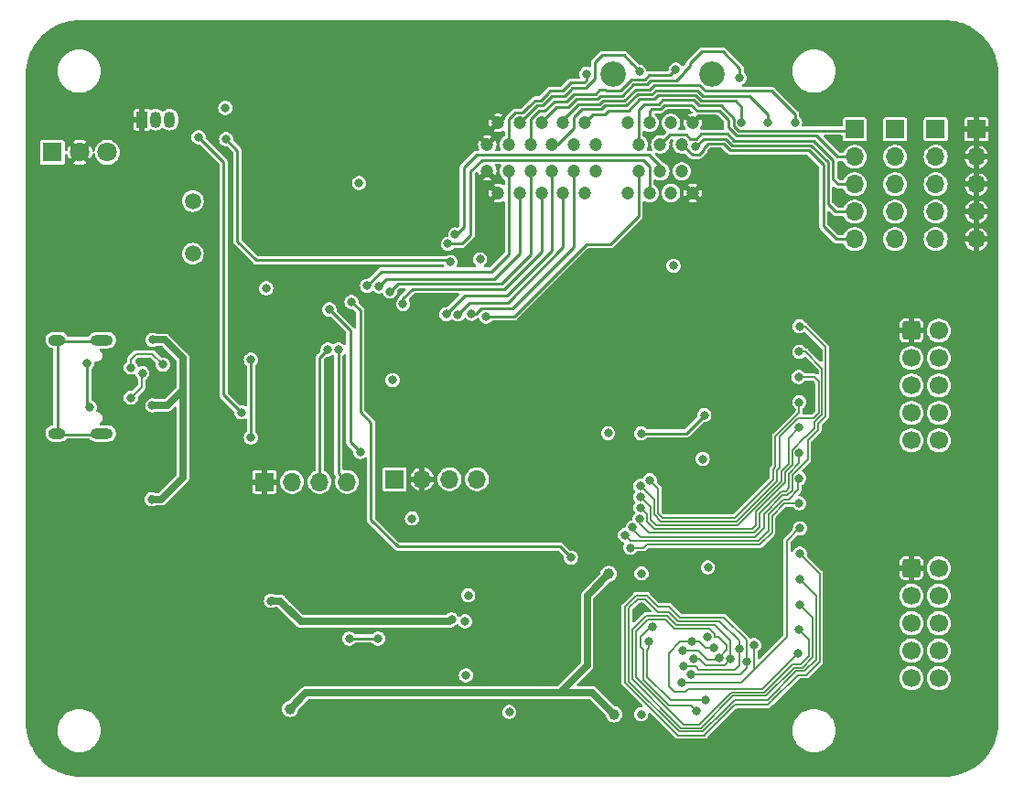
<source format=gbr>
%TF.GenerationSoftware,KiCad,Pcbnew,7.0.10-7.0.10~ubuntu22.04.1*%
%TF.CreationDate,2024-03-23T23:27:58+01:00*%
%TF.ProjectId,JTAGFinder,4a544147-4669-46e6-9465-722e6b696361,rev?*%
%TF.SameCoordinates,Original*%
%TF.FileFunction,Copper,L4,Bot*%
%TF.FilePolarity,Positive*%
%FSLAX46Y46*%
G04 Gerber Fmt 4.6, Leading zero omitted, Abs format (unit mm)*
G04 Created by KiCad (PCBNEW 7.0.10-7.0.10~ubuntu22.04.1) date 2024-03-23 23:27:58*
%MOMM*%
%LPD*%
G01*
G04 APERTURE LIST*
G04 Aperture macros list*
%AMRoundRect*
0 Rectangle with rounded corners*
0 $1 Rounding radius*
0 $2 $3 $4 $5 $6 $7 $8 $9 X,Y pos of 4 corners*
0 Add a 4 corners polygon primitive as box body*
4,1,4,$2,$3,$4,$5,$6,$7,$8,$9,$2,$3,0*
0 Add four circle primitives for the rounded corners*
1,1,$1+$1,$2,$3*
1,1,$1+$1,$4,$5*
1,1,$1+$1,$6,$7*
1,1,$1+$1,$8,$9*
0 Add four rect primitives between the rounded corners*
20,1,$1+$1,$2,$3,$4,$5,0*
20,1,$1+$1,$4,$5,$6,$7,0*
20,1,$1+$1,$6,$7,$8,$9,0*
20,1,$1+$1,$8,$9,$2,$3,0*%
G04 Aperture macros list end*
%TA.AperFunction,ComponentPad*%
%ADD10R,1.700000X1.700000*%
%TD*%
%TA.AperFunction,ComponentPad*%
%ADD11O,1.700000X1.700000*%
%TD*%
%TA.AperFunction,ComponentPad*%
%ADD12RoundRect,0.250000X-0.600000X-0.600000X0.600000X-0.600000X0.600000X0.600000X-0.600000X0.600000X0*%
%TD*%
%TA.AperFunction,ComponentPad*%
%ADD13C,1.700000*%
%TD*%
%TA.AperFunction,ComponentPad*%
%ADD14R,1.800000X1.800000*%
%TD*%
%TA.AperFunction,ComponentPad*%
%ADD15C,1.800000*%
%TD*%
%TA.AperFunction,ComponentPad*%
%ADD16R,1.050000X1.500000*%
%TD*%
%TA.AperFunction,ComponentPad*%
%ADD17O,1.050000X1.500000*%
%TD*%
%TA.AperFunction,ComponentPad*%
%ADD18C,1.500000*%
%TD*%
%TA.AperFunction,ComponentPad*%
%ADD19C,2.350000*%
%TD*%
%TA.AperFunction,ComponentPad*%
%ADD20C,1.200000*%
%TD*%
%TA.AperFunction,ComponentPad*%
%ADD21O,2.100000X1.000000*%
%TD*%
%TA.AperFunction,ComponentPad*%
%ADD22O,1.600000X1.000000*%
%TD*%
%TA.AperFunction,ViaPad*%
%ADD23C,1.000000*%
%TD*%
%TA.AperFunction,ViaPad*%
%ADD24C,0.800000*%
%TD*%
%TA.AperFunction,Conductor*%
%ADD25C,0.250000*%
%TD*%
%TA.AperFunction,Conductor*%
%ADD26C,0.635000*%
%TD*%
%TA.AperFunction,Conductor*%
%ADD27C,0.254000*%
%TD*%
%TA.AperFunction,Conductor*%
%ADD28C,0.127000*%
%TD*%
%TA.AperFunction,Conductor*%
%ADD29C,0.200000*%
%TD*%
G04 APERTURE END LIST*
D10*
%TO.P,J5,1,Pin_1*%
%TO.N,+3.3V*%
X138200000Y-100750000D03*
D11*
%TO.P,J5,2,Pin_2*%
%TO.N,GND*%
X140740000Y-100750000D03*
%TO.P,J5,3,Pin_3*%
%TO.N,TXD*%
X143280000Y-100750000D03*
%TO.P,J5,4,Pin_4*%
%TO.N,RXD*%
X145820000Y-100750000D03*
%TD*%
D10*
%TO.P,J7,1,Pin_1*%
%TO.N,GND*%
X192000000Y-68380000D03*
D11*
%TO.P,J7,2,Pin_2*%
X192000000Y-70920000D03*
%TO.P,J7,3,Pin_3*%
X192000000Y-73460000D03*
%TO.P,J7,4,Pin_4*%
X192000000Y-76000000D03*
%TO.P,J7,5,Pin_5*%
X192000000Y-78540000D03*
%TD*%
D10*
%TO.P,J8,1,Pin_1*%
%TO.N,P19*%
X180750000Y-68380000D03*
D11*
%TO.P,J8,2,Pin_2*%
%TO.N,P20*%
X180750000Y-70920000D03*
%TO.P,J8,3,Pin_3*%
%TO.N,P21*%
X180750000Y-73460000D03*
%TO.P,J8,4,Pin_4*%
%TO.N,P22*%
X180750000Y-76000000D03*
%TO.P,J8,5,Pin_5*%
%TO.N,P23*%
X180750000Y-78540000D03*
%TD*%
D12*
%TO.P,J1,1,Pin_1*%
%TO.N,GND*%
X186000000Y-109000000D03*
D13*
%TO.P,J1,2,Pin_2*%
%TO.N,/Protected Output/C00*%
X188540000Y-109000000D03*
%TO.P,J1,3,Pin_3*%
%TO.N,Vdrive*%
X186000000Y-111540000D03*
%TO.P,J1,4,Pin_4*%
%TO.N,/Protected Output/C01*%
X188540000Y-111540000D03*
%TO.P,J1,5,Pin_5*%
%TO.N,/Protected Output/C02*%
X186000000Y-114080000D03*
%TO.P,J1,6,Pin_6*%
%TO.N,/Protected Output/C03*%
X188540000Y-114080000D03*
%TO.P,J1,7,Pin_7*%
%TO.N,/Protected Output/C04*%
X186000000Y-116620000D03*
%TO.P,J1,8,Pin_8*%
%TO.N,/Protected Output/C05*%
X188540000Y-116620000D03*
%TO.P,J1,9,Pin_9*%
%TO.N,/Protected Output/C06*%
X186000000Y-119160000D03*
%TO.P,J1,10,Pin_10*%
%TO.N,/Protected Output/C07*%
X188540000Y-119160000D03*
%TD*%
D10*
%TO.P,J10,1,Pin_1*%
%TO.N,Vdrive*%
X188250000Y-68380000D03*
D11*
%TO.P,J10,2,Pin_2*%
X188250000Y-70920000D03*
%TO.P,J10,3,Pin_3*%
X188250000Y-73460000D03*
%TO.P,J10,4,Pin_4*%
X188250000Y-76000000D03*
%TO.P,J10,5,Pin_5*%
X188250000Y-78540000D03*
%TD*%
D12*
%TO.P,J2,1,Pin_1*%
%TO.N,GND*%
X186000000Y-87000000D03*
D13*
%TO.P,J2,2,Pin_2*%
%TO.N,/Protected Output/C08*%
X188540000Y-87000000D03*
%TO.P,J2,3,Pin_3*%
%TO.N,Vdrive*%
X186000000Y-89540000D03*
%TO.P,J2,4,Pin_4*%
%TO.N,/Protected Output/C09*%
X188540000Y-89540000D03*
%TO.P,J2,5,Pin_5*%
%TO.N,/Protected Output/C10*%
X186000000Y-92080000D03*
%TO.P,J2,6,Pin_6*%
%TO.N,/Protected Output/C11*%
X188540000Y-92080000D03*
%TO.P,J2,7,Pin_7*%
%TO.N,/Protected Output/C12*%
X186000000Y-94620000D03*
%TO.P,J2,8,Pin_8*%
%TO.N,/Protected Output/C13*%
X188540000Y-94620000D03*
%TO.P,J2,9,Pin_9*%
%TO.N,/Protected Output/C14*%
X186000000Y-97160000D03*
%TO.P,J2,10,Pin_10*%
%TO.N,/Protected Output/C15*%
X188540000Y-97160000D03*
%TD*%
D10*
%TO.P,J9,1,Pin_1*%
%TO.N,+3.3V*%
X184500000Y-68380000D03*
D11*
%TO.P,J9,2,Pin_2*%
X184500000Y-70920000D03*
%TO.P,J9,3,Pin_3*%
X184500000Y-73460000D03*
%TO.P,J9,4,Pin_4*%
X184500000Y-76000000D03*
%TO.P,J9,5,Pin_5*%
X184500000Y-78540000D03*
%TD*%
D10*
%TO.P,J3,1,Pin_1*%
%TO.N,GND*%
X126170000Y-101000000D03*
D11*
%TO.P,J3,2,Pin_2*%
%TO.N,+3.3V*%
X128710000Y-101000000D03*
%TO.P,J3,3,Pin_3*%
%TO.N,SCL*%
X131250000Y-101000000D03*
%TO.P,J3,4,Pin_4*%
%TO.N,SDA*%
X133790000Y-101000000D03*
%TD*%
D14*
%TO.P,D2,1,A1*%
%TO.N,Net-(D2-A1)*%
X106527600Y-70510400D03*
D15*
%TO.P,D2,2,K*%
%TO.N,GND*%
X109067600Y-70510400D03*
%TO.P,D2,3,A2*%
%TO.N,Net-(D2-A2)*%
X111607600Y-70510400D03*
%TD*%
D16*
%TO.P,Q1,1,E*%
%TO.N,GND*%
X114834998Y-67475000D03*
D17*
%TO.P,Q1,2,B*%
%TO.N,Net-(Q1-B)*%
X116104998Y-67475000D03*
%TO.P,Q1,3,C*%
%TO.N,/uController/ ~RES*%
X117374998Y-67475000D03*
%TD*%
D18*
%TO.P,Y1,1,1*%
%TO.N,/uController/XO*%
X119522000Y-79895000D03*
%TO.P,Y1,2,2*%
%TO.N,/uController/XI*%
X119522000Y-75015000D03*
%TD*%
D19*
%TO.P,J6,*%
%TO.N,*%
X167565000Y-63275000D03*
X158415000Y-63275000D03*
D20*
%TO.P,J6,A1*%
%TO.N,GND*%
X146765000Y-69775000D03*
%TO.P,J6,A2*%
X147765000Y-67775000D03*
%TO.P,J6,A3*%
%TO.N,P12*%
X148765000Y-69775000D03*
%TO.P,J6,A4*%
%TO.N,P13*%
X149765000Y-67775000D03*
%TO.P,J6,A5*%
%TO.N,P14*%
X150765000Y-69775000D03*
%TO.P,J6,A6*%
%TO.N,P15*%
X151765000Y-67775000D03*
%TO.P,J6,A7*%
%TO.N,P16*%
X152765000Y-69775000D03*
%TO.P,J6,A8*%
%TO.N,P17*%
X153765000Y-67775000D03*
%TO.P,J6,A9*%
%TO.N,P18*%
X155765000Y-67775000D03*
%TO.P,J6,A10*%
%TO.N,+3.3V*%
X154765000Y-69775000D03*
%TO.P,J6,A11*%
X156765000Y-69775000D03*
%TO.P,J6,A12*%
X159765000Y-67775000D03*
%TO.P,J6,A13*%
%TO.N,P19*%
X160765000Y-69775000D03*
%TO.P,J6,A14*%
%TO.N,P20*%
X161765000Y-67775000D03*
%TO.P,J6,A15*%
%TO.N,P21*%
X162765000Y-69775000D03*
%TO.P,J6,A16*%
%TO.N,P22*%
X163765000Y-67775000D03*
%TO.P,J6,A17*%
%TO.N,P23*%
X164765000Y-69775000D03*
%TO.P,J6,A18*%
%TO.N,GND*%
X165765000Y-67775000D03*
%TO.P,J6,B1*%
X146765000Y-72275000D03*
%TO.P,J6,B2*%
X147765000Y-74275000D03*
%TO.P,J6,B3*%
%TO.N,P0*%
X148765000Y-72275000D03*
%TO.P,J6,B4*%
%TO.N,P1*%
X149765000Y-74275000D03*
%TO.P,J6,B5*%
%TO.N,P2*%
X150765000Y-72275000D03*
%TO.P,J6,B6*%
%TO.N,P3*%
X151765000Y-74275000D03*
%TO.P,J6,B7*%
%TO.N,P4*%
X152765000Y-72275000D03*
%TO.P,J6,B8*%
%TO.N,P5*%
X153765000Y-74275000D03*
%TO.P,J6,B9*%
%TO.N,P6*%
X154765000Y-72275000D03*
%TO.P,J6,B10*%
%TO.N,+3.3V*%
X155765000Y-74275000D03*
%TO.P,J6,B11*%
X156765000Y-72275000D03*
%TO.P,J6,B12*%
X159765000Y-74275000D03*
%TO.P,J6,B13*%
%TO.N,P7*%
X160765000Y-72275000D03*
%TO.P,J6,B14*%
%TO.N,P8*%
X161765000Y-74275000D03*
%TO.P,J6,B15*%
%TO.N,P9*%
X162765000Y-72275000D03*
%TO.P,J6,B16*%
%TO.N,P10*%
X163765000Y-74275000D03*
%TO.P,J6,B17*%
%TO.N,P11*%
X164765000Y-72275000D03*
%TO.P,J6,B18*%
%TO.N,GND*%
X165765000Y-74275000D03*
%TD*%
D21*
%TO.P,J4,S1,SHIELD*%
%TO.N,/USB_input_interface/shield*%
X111114000Y-87880000D03*
D22*
X106934000Y-87880000D03*
D21*
X111114000Y-96520000D03*
D22*
X106934000Y-96520000D03*
%TD*%
D23*
%TO.N,GND*%
X134500000Y-103500000D03*
%TO.N,+3.3V*%
X158000000Y-109525000D03*
X158500000Y-122500000D03*
X128500000Y-122000000D03*
D24*
%TO.N,~DTR*%
X124000000Y-94575000D03*
X120050000Y-69100000D03*
%TO.N,+3.3V*%
X164000000Y-81000000D03*
X126300000Y-83100000D03*
X122529600Y-66395600D03*
X146100000Y-80400000D03*
X157950000Y-96500000D03*
X134900000Y-73350000D03*
X138000000Y-91575000D03*
X136667000Y-115500000D03*
X134000000Y-115500000D03*
X139800000Y-104400000D03*
%TO.N,GND*%
X124125000Y-86650000D03*
X161025000Y-99525000D03*
X162864800Y-95097600D03*
X121200000Y-90600000D03*
X157950000Y-112400000D03*
X161025000Y-112525000D03*
X134850000Y-70475000D03*
X142500000Y-108500000D03*
X134000000Y-85500000D03*
X158000000Y-99450000D03*
%TO.N,SCL*%
X132000000Y-88750000D03*
%TO.N,SDA*%
X133000000Y-88750000D03*
%TO.N,VDD*%
X115775000Y-93925000D03*
X115800000Y-87862500D03*
X115722400Y-102619600D03*
%TO.N,VBUS*%
X110000000Y-94122691D03*
X109750000Y-90000000D03*
%TO.N,+5V*%
X143465000Y-113725000D03*
X126750000Y-112000000D03*
%TO.N,Vdrive*%
X145000000Y-111500000D03*
X166700000Y-98875000D03*
X161036000Y-109474000D03*
X148800000Y-122300000D03*
X144700000Y-113900000D03*
X167125000Y-115350000D03*
X166850000Y-94825000D03*
X161000000Y-96525000D03*
X144800000Y-118900000D03*
X161000000Y-122500000D03*
X167175000Y-108925000D03*
%TO.N,/uController/ ~RES*%
X143350000Y-80650000D03*
X122600000Y-69300000D03*
%TO.N,~EN_MIC2025*%
X124900000Y-96900000D03*
X124900000Y-89700000D03*
%TO.N,DACOUT*%
X135000000Y-98250000D03*
X132150000Y-85050000D03*
%TO.N,CH00*%
X171450000Y-116100000D03*
X164750000Y-119550000D03*
X175687800Y-105308400D03*
%TO.N,CH01*%
X165600000Y-118850000D03*
X170750000Y-117650000D03*
X175677100Y-107645200D03*
%TO.N,CH02*%
X170050000Y-116450000D03*
X175651700Y-110007400D03*
X164950000Y-118050000D03*
%TO.N,CH03*%
X169250000Y-117400000D03*
X175651700Y-112344200D03*
X165900000Y-117350000D03*
%TO.N,CH04*%
X168200000Y-117250000D03*
X164850000Y-116600000D03*
X175637000Y-114681000D03*
%TO.N,CH05*%
X175514000Y-116840000D03*
X165650000Y-115800000D03*
X167700000Y-116350000D03*
%TO.N,CH06*%
X161725000Y-115725000D03*
X166975000Y-121225000D03*
%TO.N,CH07*%
X166116000Y-122174000D03*
X162025000Y-114375000D03*
%TO.N,CH08*%
X175637000Y-102997000D03*
X159996913Y-107088598D03*
%TO.N,CH09*%
X175637000Y-100656568D03*
X159512000Y-105918000D03*
%TO.N,CH10*%
X160218755Y-105211245D03*
X175641000Y-86614000D03*
%TO.N,CH11*%
X175637000Y-98316140D03*
X160850669Y-104436848D03*
%TO.N,CH12*%
X175637000Y-88954428D03*
X160909000Y-103378000D03*
%TO.N,CH13*%
X160909000Y-102378497D03*
X175637000Y-95975712D03*
%TO.N,CH14*%
X160909000Y-101378994D03*
X175575500Y-91294856D03*
%TO.N,CH15*%
X175637000Y-93635284D03*
X161798000Y-100838000D03*
%TO.N,/USB_input_interface/USBN*%
X113792000Y-90424000D03*
X116750000Y-90137500D03*
%TO.N,/USB_input_interface/USBP*%
X113792000Y-93218000D03*
X114850000Y-90932000D03*
%TO.N,P7*%
X146675000Y-85700000D03*
%TO.N,P6*%
X145325000Y-85450000D03*
%TO.N,P5*%
X144050000Y-85500000D03*
%TO.N,P4*%
X142975000Y-85475000D03*
%TO.N,P3*%
X138975000Y-84550000D03*
%TO.N,P2*%
X137750000Y-83400000D03*
%TO.N,P1*%
X136750000Y-82900000D03*
%TO.N,TXSOE*%
X154500000Y-108000000D03*
X134200000Y-84350000D03*
%TO.N,P15*%
X170125000Y-63625000D03*
%TO.N,P14*%
X164200000Y-62850000D03*
%TO.N,P13*%
X160825000Y-63050000D03*
%TO.N,P12*%
X155925000Y-63250000D03*
%TO.N,P9*%
X143800000Y-78100000D03*
%TO.N,P22*%
X166048000Y-70000000D03*
%TO.N,P18*%
X170301548Y-67787500D03*
%TO.N,P17*%
X175250000Y-67787500D03*
%TO.N,P8*%
X143125000Y-78975000D03*
%TO.N,P16*%
X172750000Y-67787500D03*
%TO.N,P0*%
X135650000Y-82850000D03*
%TD*%
D25*
%TO.N,VBUS*%
X109750000Y-90000000D02*
X109750000Y-93872691D01*
X109750000Y-93872691D02*
X110000000Y-94122691D01*
%TO.N,TXSOE*%
X154500000Y-108000000D02*
X153500000Y-107000000D01*
X153500000Y-107000000D02*
X138500000Y-107000000D01*
X138500000Y-107000000D02*
X136000000Y-104500000D01*
X135000000Y-85150000D02*
X134200000Y-84350000D01*
X136000000Y-104500000D02*
X136000000Y-95500000D01*
X136000000Y-95500000D02*
X135000000Y-94500000D01*
X135000000Y-94500000D02*
X135000000Y-85150000D01*
D26*
%TO.N,+3.3V*%
X158000000Y-109525000D02*
X156000000Y-111525000D01*
X156000000Y-111525000D02*
X156000000Y-118000000D01*
X153500000Y-120500000D02*
X156500000Y-120500000D01*
X156500000Y-120500000D02*
X158500000Y-122500000D01*
X128500000Y-122000000D02*
X130000000Y-120500000D01*
X130000000Y-120500000D02*
X153500000Y-120500000D01*
X153500000Y-120500000D02*
X156000000Y-118000000D01*
D27*
%TO.N,~DTR*%
X124000000Y-94575000D02*
X122350000Y-92925000D01*
X122350000Y-71400000D02*
X120050000Y-69100000D01*
X122350000Y-92925000D02*
X122350000Y-71400000D01*
%TO.N,+3.3V*%
X134000000Y-115500000D02*
X136667000Y-115500000D01*
D25*
%TO.N,SCL*%
X132000000Y-88750000D02*
X131250000Y-89500000D01*
X131250000Y-89500000D02*
X131250000Y-101000000D01*
%TO.N,SDA*%
X133000000Y-88750000D02*
X133000000Y-100210000D01*
X133000000Y-100210000D02*
X133790000Y-101000000D01*
D26*
%TO.N,VDD*%
X115775000Y-93925000D02*
X117149000Y-93925000D01*
X118618000Y-100584000D02*
X116582400Y-102619600D01*
X115775000Y-102567000D02*
X115722400Y-102619600D01*
X116944250Y-87862500D02*
X115800000Y-87862500D01*
X118618000Y-89536250D02*
X116944250Y-87862500D01*
X117149000Y-93925000D02*
X118618000Y-92456000D01*
X116582400Y-102619600D02*
X115722400Y-102619600D01*
X118618000Y-92456000D02*
X118618000Y-91948000D01*
X118618000Y-91948000D02*
X118618000Y-89536250D01*
X118618000Y-91948000D02*
X118618000Y-100584000D01*
%TO.N,+5V*%
X127600000Y-112000000D02*
X129500000Y-113900000D01*
X129500000Y-113900000D02*
X143290000Y-113900000D01*
X143290000Y-113900000D02*
X143465000Y-113725000D01*
X126800000Y-111950000D02*
X126750000Y-112000000D01*
X126750000Y-112000000D02*
X127600000Y-112000000D01*
D27*
%TO.N,Vdrive*%
X161000000Y-96525000D02*
X165150000Y-96525000D01*
X165150000Y-96525000D02*
X166850000Y-94825000D01*
%TO.N,/USB_input_interface/shield*%
X111170000Y-87955000D02*
X106990000Y-87955000D01*
D25*
X106990000Y-96595000D02*
X106990000Y-87955000D01*
X111170000Y-96595000D02*
X106990000Y-96595000D01*
D27*
%TO.N,/uController/ ~RES*%
X123650000Y-70350000D02*
X122600000Y-69300000D01*
X143350000Y-80650000D02*
X143200000Y-80500000D01*
X123650000Y-78750000D02*
X123650000Y-70350000D01*
X143200000Y-80500000D02*
X125400000Y-80500000D01*
X125400000Y-80500000D02*
X123650000Y-78750000D01*
%TO.N,~EN_MIC2025*%
X124900000Y-96900000D02*
X124900000Y-89700000D01*
%TO.N,DACOUT*%
X134100000Y-87000000D02*
X132150000Y-85050000D01*
X135000000Y-98250000D02*
X134100000Y-97350000D01*
X134100000Y-97350000D02*
X134100000Y-87000000D01*
D28*
%TO.N,CH00*%
X175615600Y-105308400D02*
X175687800Y-105308400D01*
X171000000Y-118800000D02*
X171450000Y-118350000D01*
X174498000Y-106426000D02*
X175615600Y-105308400D01*
X170427000Y-119373000D02*
X171000000Y-118800000D01*
X164750000Y-119550000D02*
X170250000Y-119550000D01*
X170427000Y-119373000D02*
X174498000Y-115302000D01*
X171450000Y-118350000D02*
X171450000Y-116100000D01*
X174498000Y-115302000D02*
X174498000Y-106426000D01*
X170250000Y-119550000D02*
X170427000Y-119373000D01*
%TO.N,CH01*%
X164383552Y-124460000D02*
X166878000Y-124460000D01*
X170150000Y-118850000D02*
X170500000Y-118500000D01*
X160499500Y-111534500D02*
X159512000Y-112522000D01*
X170500000Y-118500000D02*
X170750000Y-118250000D01*
X162560000Y-112522000D02*
X161572500Y-111534500D01*
X169649224Y-121643224D02*
X172697224Y-121643224D01*
X159512000Y-112522000D02*
X159512000Y-119588448D01*
X172697224Y-121643224D02*
X173047000Y-121293448D01*
X159512000Y-119588448D02*
X164383552Y-124460000D01*
X166878000Y-124460000D02*
X166878000Y-124414448D01*
X164592000Y-113538000D02*
X163576000Y-112522000D01*
X170750000Y-115632000D02*
X168656000Y-113538000D01*
X161572500Y-111534500D02*
X160499500Y-111534500D01*
X177511000Y-109479100D02*
X175677100Y-107645200D01*
X175514000Y-118872000D02*
X176276000Y-118872000D01*
X176276000Y-118872000D02*
X177511000Y-117637000D01*
X173092552Y-121293448D02*
X175514000Y-118872000D01*
X163576000Y-112522000D02*
X162560000Y-112522000D01*
X166878000Y-124414448D02*
X169649224Y-121643224D01*
X177511000Y-117637000D02*
X177511000Y-109479100D01*
X165600000Y-118850000D02*
X170150000Y-118850000D01*
X168656000Y-113538000D02*
X164592000Y-113538000D01*
X170750000Y-117650000D02*
X170750000Y-115632000D01*
X173047000Y-121293448D02*
X173092552Y-121293448D01*
X170750000Y-118250000D02*
X170750000Y-117650000D01*
%TO.N,CH02*%
X166732000Y-124098000D02*
X168656000Y-122174000D01*
X172720000Y-121158000D02*
X175368000Y-118510000D01*
X159874000Y-112668000D02*
X159874000Y-119488000D01*
X169700000Y-118350000D02*
X166300000Y-118350000D01*
X170050000Y-115694000D02*
X168256000Y-113900000D01*
X169672000Y-121158000D02*
X172720000Y-121158000D01*
X176130000Y-118510000D02*
X177184000Y-117456000D01*
X164400448Y-113900000D02*
X163557948Y-113057500D01*
X170050000Y-116450000D02*
X170050000Y-115694000D01*
X161391500Y-111861500D02*
X160680500Y-111861500D01*
X159874000Y-119488000D02*
X164484000Y-124098000D01*
X166300000Y-118350000D02*
X166200000Y-118250000D01*
X160680500Y-111861500D02*
X159874000Y-112668000D01*
X177184000Y-111539700D02*
X175651700Y-110007400D01*
X163557948Y-113057500D02*
X162587500Y-113057500D01*
X162587500Y-113057500D02*
X161391500Y-111861500D01*
X164484000Y-124098000D02*
X166732000Y-124098000D01*
X175368000Y-118510000D02*
X176130000Y-118510000D01*
X166200000Y-118250000D02*
X166000000Y-118050000D01*
X177184000Y-117456000D02*
X177184000Y-111539700D01*
X168256000Y-113900000D02*
X164400448Y-113900000D01*
X170050000Y-118000000D02*
X169700000Y-118350000D01*
X170050000Y-116450000D02*
X170050000Y-118000000D01*
X168656000Y-122174000D02*
X169672000Y-121158000D01*
X166000000Y-118050000D02*
X164950000Y-118050000D01*
%TO.N,CH03*%
X169250000Y-115656000D02*
X167821000Y-114227000D01*
X169250000Y-117400000D02*
X169250000Y-115656000D01*
X168700000Y-117950000D02*
X169250000Y-117400000D01*
X172574000Y-120796000D02*
X175187000Y-118183000D01*
X166551000Y-123771000D02*
X169526000Y-120796000D01*
X166350000Y-117350000D02*
X166800000Y-117800000D01*
X168300000Y-117950000D02*
X168700000Y-117950000D01*
X161443500Y-113384500D02*
X160201000Y-114627000D01*
X166800000Y-117800000D02*
X166950000Y-117950000D01*
X176857000Y-113549500D02*
X175651700Y-112344200D01*
X175903448Y-118183000D02*
X176857000Y-117229448D01*
X165900000Y-117350000D02*
X166350000Y-117350000D01*
X167821000Y-114227000D02*
X164265000Y-114227000D01*
X164265000Y-114227000D02*
X163422500Y-113384500D01*
X164710552Y-123771000D02*
X166551000Y-123771000D01*
X160201000Y-114627000D02*
X160201000Y-119261448D01*
X176857000Y-117229448D02*
X176857000Y-113549500D01*
X169526000Y-120796000D02*
X172574000Y-120796000D01*
X175187000Y-118183000D02*
X175903448Y-118183000D01*
X163422500Y-113384500D02*
X161443500Y-113384500D01*
X166950000Y-117950000D02*
X168300000Y-117950000D01*
X160201000Y-119261448D02*
X164710552Y-123771000D01*
%TO.N,CH04*%
X167788500Y-115075169D02*
X167267331Y-114554000D01*
X166370000Y-123444000D02*
X169345000Y-120469000D01*
X161624500Y-113711500D02*
X160528000Y-114808000D01*
X168910000Y-116078000D02*
X168148000Y-115316000D01*
X167788500Y-115316000D02*
X167788500Y-115075169D01*
X168200000Y-117250000D02*
X168000000Y-117450000D01*
X160528000Y-114808000D02*
X160528000Y-119080448D01*
X168200000Y-117250000D02*
X168910000Y-116540000D01*
X168910000Y-116540000D02*
X168910000Y-116078000D01*
X172393000Y-120469000D02*
X175006000Y-117856000D01*
X169345000Y-120469000D02*
X172393000Y-120469000D01*
X167267331Y-114554000D02*
X164084000Y-114554000D01*
X168148000Y-115316000D02*
X167788500Y-115316000D01*
X160528000Y-119080448D02*
X164891552Y-123444000D01*
X168000000Y-117450000D02*
X167100000Y-117450000D01*
X167100000Y-117450000D02*
X166250000Y-116600000D01*
X164891552Y-123444000D02*
X166370000Y-123444000D01*
X176530000Y-115574000D02*
X175637000Y-114681000D01*
X175768000Y-117856000D02*
X176530000Y-117094000D01*
X164084000Y-114554000D02*
X163241500Y-113711500D01*
X176530000Y-117094000D02*
X176530000Y-115574000D01*
X166250000Y-116600000D02*
X164850000Y-116600000D01*
X175006000Y-117856000D02*
X175768000Y-117856000D01*
X163241500Y-113711500D02*
X161624500Y-113711500D01*
%TO.N,CH05*%
X172212000Y-120142000D02*
X165354000Y-120142000D01*
X175514000Y-116840000D02*
X172212000Y-120142000D01*
X163576000Y-119888000D02*
X163576000Y-116840000D01*
X164616000Y-115800000D02*
X165650000Y-115800000D01*
X167700000Y-116350000D02*
X166950000Y-116350000D01*
X166950000Y-116350000D02*
X166550000Y-115950000D01*
X163576000Y-116840000D02*
X164616000Y-115800000D01*
X166550000Y-115950000D02*
X166400000Y-115800000D01*
X164084000Y-120396000D02*
X163576000Y-119888000D01*
X166400000Y-115800000D02*
X165650000Y-115800000D01*
X165100000Y-120396000D02*
X164084000Y-120396000D01*
X165354000Y-120142000D02*
X165100000Y-120396000D01*
%TO.N,CH06*%
X161544000Y-116581000D02*
X161725000Y-116400000D01*
X161725000Y-116400000D02*
X161725000Y-115725000D01*
X163700000Y-121225000D02*
X161544000Y-119069000D01*
X166975000Y-121225000D02*
X163700000Y-121225000D01*
X161544000Y-119069000D02*
X161544000Y-116581000D01*
%TO.N,CH07*%
X166116000Y-122174000D02*
X165608000Y-121666000D01*
X160975000Y-115300000D02*
X161900000Y-114375000D01*
X165608000Y-121666000D02*
X163576000Y-121666000D01*
X163576000Y-121666000D02*
X161217000Y-119307000D01*
X160975000Y-116271000D02*
X160975000Y-115300000D01*
X161217000Y-116513000D02*
X160975000Y-116271000D01*
X161900000Y-114375000D02*
X162025000Y-114375000D01*
X161217000Y-119307000D02*
X161217000Y-116513000D01*
%TO.N,CH08*%
X174244000Y-102997000D02*
X175637000Y-102997000D01*
X159996913Y-107088598D02*
X161218402Y-107088598D01*
X171958000Y-106807000D02*
X173101000Y-105664000D01*
X173101000Y-104140000D02*
X174244000Y-102997000D01*
X173101000Y-105664000D02*
X173101000Y-104140000D01*
X161500000Y-106807000D02*
X171958000Y-106807000D01*
X161218402Y-107088598D02*
X161500000Y-106807000D01*
%TO.N,CH09*%
X174625000Y-102616000D02*
X175514000Y-101727000D01*
X159512000Y-105918000D02*
X160020000Y-106426000D01*
X175514000Y-101727000D02*
X175514000Y-100779568D01*
X175514000Y-100779568D02*
X175637000Y-100656568D01*
X172774000Y-105528552D02*
X172774000Y-104004552D01*
X172774000Y-104004552D02*
X174162552Y-102616000D01*
X171876552Y-106426000D02*
X172774000Y-105528552D01*
X160020000Y-106426000D02*
X171876552Y-106426000D01*
X174162552Y-102616000D02*
X174625000Y-102616000D01*
%TO.N,CH10*%
X160218755Y-105211245D02*
X160218755Y-105354755D01*
X176403000Y-97155000D02*
X177365000Y-96193000D01*
X174081104Y-102235000D02*
X174498000Y-102235000D01*
X177365000Y-95631000D02*
X178073000Y-94923000D01*
X172339000Y-103977104D02*
X174081104Y-102235000D01*
X160218755Y-105354755D02*
X160963000Y-106099000D01*
X176149000Y-86614000D02*
X175641000Y-86614000D01*
X160963000Y-106099000D02*
X171523000Y-106099000D01*
X174498000Y-102235000D02*
X174973500Y-101759500D01*
X176403000Y-98952237D02*
X176403000Y-97155000D01*
X171523000Y-106099000D02*
X172339000Y-105283000D01*
X172339000Y-105283000D02*
X172339000Y-103977104D01*
X174973500Y-101759500D02*
X174973500Y-100381737D01*
X177365000Y-96193000D02*
X177365000Y-95631000D01*
X174973500Y-100381737D02*
X176403000Y-98952237D01*
X178073000Y-94923000D02*
X178073000Y-88538000D01*
X178073000Y-88538000D02*
X176149000Y-86614000D01*
%TO.N,CH11*%
X173999656Y-101854000D02*
X174371000Y-101854000D01*
X174646500Y-101578500D02*
X174646500Y-100246289D01*
X174371000Y-101854000D02*
X174646500Y-101578500D01*
X171450000Y-105664000D02*
X171958000Y-105156000D01*
X175637000Y-99255789D02*
X175637000Y-98316140D01*
X160850669Y-104843669D02*
X161671000Y-105664000D01*
X160850669Y-104436848D02*
X160850669Y-104843669D01*
X161671000Y-105664000D02*
X171450000Y-105664000D01*
X174646500Y-100246289D02*
X175637000Y-99255789D01*
X171958000Y-103895656D02*
X173999656Y-101854000D01*
X171958000Y-105156000D02*
X171958000Y-103895656D01*
%TO.N,CH12*%
X176203428Y-88954428D02*
X175637000Y-88954428D01*
X174319500Y-101071708D02*
X174319500Y-100110841D01*
X171631000Y-104975000D02*
X171631000Y-103760208D01*
X177746000Y-90497000D02*
X176203428Y-88954428D01*
X161544000Y-104648000D02*
X162233000Y-105337000D01*
X174997671Y-99432670D02*
X174973500Y-99408499D01*
X162233000Y-105337000D02*
X171269000Y-105337000D01*
X174973500Y-99408499D02*
X174973500Y-98041309D01*
X171631000Y-103760208D02*
X174319500Y-101071708D01*
X161544000Y-104013000D02*
X161544000Y-104648000D01*
X174973500Y-98041309D02*
X176113809Y-96901000D01*
X171269000Y-105337000D02*
X171631000Y-104975000D01*
X177746000Y-94750448D02*
X177746000Y-90497000D01*
X176113809Y-96901000D02*
X176149000Y-96901000D01*
X177038000Y-95458448D02*
X177746000Y-94750448D01*
X160909000Y-103378000D02*
X161544000Y-104013000D01*
X174319500Y-100110841D02*
X174997671Y-99432670D01*
X176149000Y-96901000D02*
X177038000Y-96012000D01*
X177038000Y-96012000D02*
X177038000Y-95458448D01*
%TO.N,CH13*%
X173990000Y-100938760D02*
X173990000Y-99977893D01*
X161871000Y-103340497D02*
X161871000Y-104467000D01*
X161871000Y-104467000D02*
X162414000Y-105010000D01*
X173990000Y-99977893D02*
X174625000Y-99342893D01*
X162414000Y-105010000D02*
X169945000Y-105010000D01*
X174625000Y-96987712D02*
X175637000Y-95975712D01*
X174625000Y-99342893D02*
X174625000Y-96987712D01*
X171304000Y-103624760D02*
X173990000Y-100938760D01*
X160909000Y-102378497D02*
X161871000Y-103340497D01*
X171304000Y-103651000D02*
X171304000Y-103624760D01*
X169945000Y-105010000D02*
X171304000Y-103651000D01*
%TO.N,CH14*%
X162198000Y-104032000D02*
X162814000Y-104648000D01*
X177019856Y-91294856D02*
X175575500Y-91294856D01*
X173555156Y-100911156D02*
X173555156Y-99950289D01*
X169844552Y-104648000D02*
X170583776Y-103908776D01*
X160909000Y-101378994D02*
X162198000Y-102667994D01*
X177419000Y-91694000D02*
X177019856Y-91294856D01*
X173854552Y-99650893D02*
X173854552Y-96819829D01*
X177419000Y-94615000D02*
X177419000Y-91694000D01*
X173854552Y-96819829D02*
X175551381Y-95123000D01*
X170583776Y-103908776D02*
X170583776Y-103882536D01*
X173555156Y-99950289D02*
X173854552Y-99650893D01*
X162814000Y-104648000D02*
X169844552Y-104648000D01*
X176911000Y-95123000D02*
X177419000Y-94615000D01*
X175551381Y-95123000D02*
X176911000Y-95123000D01*
X170583776Y-103882536D02*
X173555156Y-100911156D01*
X162198000Y-102667994D02*
X162198000Y-104032000D01*
%TO.N,CH15*%
X169682864Y-104321000D02*
X173196932Y-100806932D01*
X173419708Y-96792225D02*
X175637000Y-94574933D01*
X162560000Y-101600000D02*
X162560000Y-103931552D01*
X161798000Y-100838000D02*
X162560000Y-101600000D01*
X162560000Y-103931552D02*
X162949448Y-104321000D01*
X173196932Y-100806932D02*
X173196932Y-99846065D01*
X173419708Y-99623289D02*
X173419708Y-96792225D01*
X173196932Y-99846065D02*
X173419708Y-99623289D01*
X175637000Y-94574933D02*
X175637000Y-93635284D01*
X162949448Y-104321000D02*
X169682864Y-104321000D01*
D29*
%TO.N,/USB_input_interface/USBN*%
X114300000Y-89154000D02*
X115766500Y-89154000D01*
X113792000Y-89662000D02*
X114300000Y-89154000D01*
X115766500Y-89154000D02*
X116750000Y-90137500D01*
X113792000Y-90424000D02*
X113792000Y-89662000D01*
%TO.N,/USB_input_interface/USBP*%
X114808000Y-90974000D02*
X114850000Y-90932000D01*
X113792000Y-93218000D02*
X114808000Y-92202000D01*
X114808000Y-92202000D02*
X114808000Y-90974000D01*
D27*
%TO.N,P7*%
X149225000Y-85700000D02*
X155925000Y-79000000D01*
X155925000Y-79000000D02*
X158150000Y-79000000D01*
X160765000Y-76385000D02*
X160765000Y-72275000D01*
X146675000Y-85700000D02*
X149225000Y-85700000D01*
X158150000Y-79000000D02*
X160765000Y-76385000D01*
%TO.N,P6*%
X149075000Y-84925000D02*
X154765000Y-79235000D01*
X154765000Y-79235000D02*
X154765000Y-72275000D01*
X145675000Y-85450000D02*
X146200000Y-84925000D01*
X145325000Y-85450000D02*
X145675000Y-85450000D01*
X146200000Y-84925000D02*
X149075000Y-84925000D01*
%TO.N,P5*%
X148650000Y-84400000D02*
X153765000Y-79285000D01*
X144050000Y-85500000D02*
X145150000Y-84400000D01*
X145150000Y-84400000D02*
X148650000Y-84400000D01*
X153765000Y-79285000D02*
X153765000Y-74275000D01*
%TO.N,P4*%
X144700000Y-83725000D02*
X148625000Y-83725000D01*
X142975000Y-85475000D02*
X142975000Y-85450000D01*
X152765000Y-79585000D02*
X152765000Y-72275000D01*
X142975000Y-85450000D02*
X144700000Y-83725000D01*
X148625000Y-83725000D02*
X152765000Y-79585000D01*
%TO.N,P3*%
X148296000Y-83129000D02*
X151765000Y-79660000D01*
X143675000Y-83129000D02*
X148296000Y-83129000D01*
X138975000Y-84550000D02*
X138975000Y-84025000D01*
X139850000Y-83150000D02*
X143654000Y-83150000D01*
X138975000Y-84025000D02*
X139850000Y-83150000D01*
X151765000Y-79660000D02*
X151765000Y-74275000D01*
X143654000Y-83150000D02*
X143675000Y-83129000D01*
%TO.N,P2*%
X148075000Y-82675000D02*
X150765000Y-79985000D01*
X137750000Y-83400000D02*
X138475000Y-82675000D01*
X150765000Y-79985000D02*
X150765000Y-72275000D01*
X138475000Y-82675000D02*
X148075000Y-82675000D01*
%TO.N,P1*%
X136750000Y-82900000D02*
X137450000Y-82200000D01*
X137450000Y-82200000D02*
X147400000Y-82200000D01*
X149765000Y-79835000D02*
X149765000Y-74275000D01*
X147400000Y-82200000D02*
X149765000Y-79835000D01*
%TO.N,P15*%
X164927000Y-63073000D02*
X164927000Y-63151134D01*
X165521000Y-62286948D02*
X165521000Y-62479000D01*
X165521000Y-62479000D02*
X164927000Y-63073000D01*
X170125000Y-63625000D02*
X170125000Y-62750000D01*
X153150000Y-66300000D02*
X151765000Y-67685000D01*
X164927000Y-63151134D02*
X164228134Y-63850000D01*
X161519000Y-64231000D02*
X160295911Y-64231000D01*
X160295911Y-64231000D02*
X159245911Y-65281000D01*
X155000000Y-65600000D02*
X154300000Y-66300000D01*
X161900000Y-63850000D02*
X161519000Y-64231000D01*
X154300000Y-66300000D02*
X153150000Y-66300000D01*
X166636948Y-61171000D02*
X165521000Y-62286948D01*
X156942052Y-65600000D02*
X155000000Y-65600000D01*
X170125000Y-62750000D02*
X168546000Y-61171000D01*
X168546000Y-61171000D02*
X166636948Y-61171000D01*
X159245911Y-65281000D02*
X157261052Y-65281000D01*
X157261052Y-65281000D02*
X156942052Y-65600000D01*
X164228134Y-63850000D02*
X161900000Y-63850000D01*
X151765000Y-67685000D02*
X151765000Y-67775000D01*
%TO.N,P14*%
X157772141Y-64827000D02*
X157695141Y-64750000D01*
X154100000Y-65775000D02*
X152950000Y-65775000D01*
X156800000Y-65100000D02*
X154775000Y-65100000D01*
X161732948Y-63375000D02*
X161330948Y-63777000D01*
X160107859Y-63777000D02*
X159057859Y-64827000D01*
X151525000Y-66675000D02*
X150765000Y-67435000D01*
X152950000Y-65775000D02*
X152050000Y-66675000D01*
X163675000Y-63375000D02*
X161732948Y-63375000D01*
X159057859Y-64827000D02*
X157772141Y-64827000D01*
X161330948Y-63777000D02*
X160107859Y-63777000D01*
X152050000Y-66675000D02*
X151525000Y-66675000D01*
X157695141Y-64750000D02*
X157150000Y-64750000D01*
X157150000Y-64750000D02*
X156800000Y-65100000D01*
X164200000Y-62850000D02*
X163675000Y-63375000D01*
X150765000Y-67435000D02*
X150765000Y-69775000D01*
X154775000Y-65100000D02*
X154100000Y-65775000D01*
%TO.N,P13*%
X154625000Y-64575000D02*
X155375000Y-64575000D01*
X149775000Y-67775000D02*
X151075000Y-66475000D01*
X156725000Y-62200000D02*
X157400000Y-61525000D01*
X159400000Y-61525000D02*
X160125000Y-62250000D01*
X160825000Y-62950000D02*
X160825000Y-63050000D01*
X160125000Y-62250000D02*
X160825000Y-62950000D01*
X152400000Y-65675000D02*
X152775000Y-65300000D01*
X149765000Y-67775000D02*
X149775000Y-67775000D01*
X156725000Y-63725000D02*
X156725000Y-62200000D01*
X153900000Y-65300000D02*
X154425000Y-64775000D01*
X153800000Y-65300000D02*
X153900000Y-65300000D01*
X151775000Y-66175000D02*
X151900000Y-66175000D01*
X156375000Y-64075000D02*
X156725000Y-63725000D01*
X154425000Y-64775000D02*
X154625000Y-64575000D01*
X155375000Y-64575000D02*
X155875000Y-64575000D01*
X159150000Y-61525000D02*
X159400000Y-61525000D01*
X151375000Y-66175000D02*
X151775000Y-66175000D01*
X151900000Y-66175000D02*
X152400000Y-65675000D01*
X152775000Y-65300000D02*
X153800000Y-65300000D01*
X151075000Y-66475000D02*
X151375000Y-66175000D01*
X155875000Y-64575000D02*
X156375000Y-64075000D01*
X157400000Y-61525000D02*
X159150000Y-61525000D01*
%TO.N,P12*%
X148765000Y-69775000D02*
X148765000Y-67435000D01*
X151650000Y-65721000D02*
X151704000Y-65721000D01*
X153325000Y-64825000D02*
X153732948Y-64825000D01*
X150025000Y-66848000D02*
X150059948Y-66848000D01*
X149352000Y-66848000D02*
X150025000Y-66848000D01*
X155925000Y-63875000D02*
X155925000Y-63250000D01*
X149200000Y-67000000D02*
X149352000Y-66848000D01*
X148765000Y-67435000D02*
X149200000Y-67000000D01*
X155075000Y-64075000D02*
X155725000Y-64075000D01*
X151186948Y-65721000D02*
X151650000Y-65721000D01*
X150641474Y-66266474D02*
X151186948Y-65721000D01*
X150059948Y-66848000D02*
X150641474Y-66266474D01*
X155725000Y-64075000D02*
X155925000Y-63875000D01*
X152600000Y-64825000D02*
X153325000Y-64825000D01*
X154191474Y-64366474D02*
X154482948Y-64075000D01*
X154482948Y-64075000D02*
X155075000Y-64075000D01*
X152325000Y-65100000D02*
X152600000Y-64825000D01*
X153732948Y-64825000D02*
X154191474Y-64366474D01*
X151704000Y-65721000D02*
X152325000Y-65100000D01*
%TO.N,P9*%
X144600000Y-71900000D02*
X145754000Y-70746000D01*
X143950000Y-78100000D02*
X144600000Y-77450000D01*
X162765000Y-71765000D02*
X162765000Y-72275000D01*
X161746000Y-70746000D02*
X162765000Y-71765000D01*
X145754000Y-70746000D02*
X161746000Y-70746000D01*
X144600000Y-77450000D02*
X144600000Y-71900000D01*
X143800000Y-78100000D02*
X143950000Y-78100000D01*
%TO.N,P23*%
X177842000Y-77342000D02*
X179040000Y-78540000D01*
X179040000Y-78540000D02*
X180750000Y-78540000D01*
X168621705Y-69704000D02*
X169248205Y-70330500D01*
X164765000Y-69775000D02*
X165740000Y-70750000D01*
X166775000Y-70301134D02*
X166775000Y-70138067D01*
X166775000Y-70138067D02*
X167209067Y-69704000D01*
X165740000Y-70750000D02*
X166326134Y-70750000D01*
X166326134Y-70750000D02*
X166775000Y-70301134D01*
X167209067Y-69704000D02*
X168621705Y-69704000D01*
X169248205Y-70330500D02*
X176500000Y-70330500D01*
X165036000Y-69504000D02*
X164765000Y-69775000D01*
X177842000Y-71672500D02*
X177842000Y-77342000D01*
X176500000Y-70330500D02*
X177842000Y-71672500D01*
%TO.N,P22*%
X166750000Y-69250000D02*
X168809757Y-69250000D01*
X166048000Y-70000000D02*
X166048000Y-69952000D01*
X178296000Y-71438052D02*
X178296000Y-75296000D01*
X168809757Y-69250000D02*
X169436257Y-69876500D01*
X178296000Y-75296000D02*
X179000000Y-76000000D01*
X179000000Y-76000000D02*
X180750000Y-76000000D01*
X169436257Y-69876500D02*
X176734448Y-69876500D01*
X166048000Y-69952000D02*
X166750000Y-69250000D01*
X176734448Y-69876500D02*
X178296000Y-71438052D01*
%TO.N,P21*%
X166107948Y-69250000D02*
X166561948Y-68796000D01*
X178750000Y-71250000D02*
X178750000Y-73000000D01*
X168997809Y-68796000D02*
X169624309Y-69422500D01*
X176922500Y-69422500D02*
X178750000Y-71250000D01*
X179210000Y-73460000D02*
X180750000Y-73460000D01*
X165550976Y-69250000D02*
X166107948Y-69250000D01*
X162765000Y-69775000D02*
X163692000Y-68848000D01*
X163692000Y-68848000D02*
X165148976Y-68848000D01*
X169624309Y-69422500D02*
X176922500Y-69422500D01*
X165148976Y-68848000D02*
X165550976Y-69250000D01*
X166561948Y-68796000D02*
X168997809Y-68796000D01*
X178750000Y-73000000D02*
X179210000Y-73460000D01*
%TO.N,P20*%
X163188053Y-66120000D02*
X165646933Y-66120000D01*
X171311947Y-68954000D02*
X171326447Y-68968500D01*
X162000000Y-66501000D02*
X162807053Y-66501000D01*
X168189000Y-66643000D02*
X169046000Y-67500000D01*
X177218500Y-68968500D02*
X179170000Y-70920000D01*
X169812361Y-68968500D02*
X170790735Y-68968500D01*
X165646933Y-66120000D02*
X166169933Y-66643000D01*
X161765000Y-67775000D02*
X161765000Y-66736000D01*
X162807053Y-66501000D02*
X163188053Y-66120000D01*
X171326447Y-68968500D02*
X177218500Y-68968500D01*
X169046000Y-67500000D02*
X169046000Y-68202139D01*
X169046000Y-68202139D02*
X169812361Y-68968500D01*
X166169933Y-66643000D02*
X168189000Y-66643000D01*
X161765000Y-66736000D02*
X162000000Y-66501000D01*
X170790735Y-68968500D02*
X170805235Y-68954000D01*
X170805235Y-68954000D02*
X171311947Y-68954000D01*
X179170000Y-70920000D02*
X180750000Y-70920000D01*
%TO.N,P19*%
X166357985Y-66189000D02*
X168377052Y-66189000D01*
X162619000Y-66047000D02*
X163000000Y-65666000D01*
X170617182Y-68500000D02*
X171500000Y-68500000D01*
X168377052Y-66189000D02*
X169574548Y-67386496D01*
X170602682Y-68514500D02*
X170617182Y-68500000D01*
X161250000Y-66047000D02*
X162619000Y-66047000D01*
X169574548Y-67386496D02*
X169574548Y-68088634D01*
X160765000Y-66532000D02*
X161250000Y-66047000D01*
X180615500Y-68514500D02*
X180750000Y-68380000D01*
X171514500Y-68514500D02*
X180615500Y-68514500D01*
X163000000Y-65666000D02*
X165834985Y-65666000D01*
X170000414Y-68514500D02*
X170602682Y-68514500D01*
X169574548Y-68088634D02*
X170000414Y-68514500D01*
X160765000Y-69775000D02*
X160765000Y-66532000D01*
X171500000Y-68500000D02*
X171514500Y-68514500D01*
X165834985Y-65666000D02*
X166357985Y-66189000D01*
%TO.N,P18*%
X170301548Y-66301548D02*
X170301548Y-67787500D01*
X166023037Y-65212000D02*
X166546037Y-65735000D01*
X166546037Y-65735000D02*
X169735000Y-65735000D01*
X156578000Y-66962000D02*
X157681000Y-66962000D01*
X157681000Y-66962000D02*
X158000000Y-66643000D01*
X158000000Y-66643000D02*
X159810069Y-66643000D01*
X160860069Y-65593000D02*
X162191106Y-65593000D01*
X169735000Y-65735000D02*
X170301548Y-66301548D01*
X162572106Y-65212000D02*
X166023037Y-65212000D01*
X155765000Y-67775000D02*
X156578000Y-66962000D01*
X162191106Y-65593000D02*
X162572106Y-65212000D01*
X159810069Y-66643000D02*
X160860069Y-65593000D01*
%TO.N,P17*%
X153765000Y-67775000D02*
X153765000Y-67485000D01*
X166922141Y-64827000D02*
X173077000Y-64827000D01*
X161815000Y-64685000D02*
X162196000Y-64304000D01*
X173077000Y-64827000D02*
X175250000Y-67000000D01*
X155196000Y-66054000D02*
X157130105Y-66054000D01*
X162196000Y-64304000D02*
X166399141Y-64304000D01*
X157130105Y-66054000D02*
X157449105Y-65735000D01*
X166399141Y-64304000D02*
X166922141Y-64827000D01*
X159433964Y-65735000D02*
X160483964Y-64685000D01*
X160483964Y-64685000D02*
X161815000Y-64685000D01*
X175250000Y-67000000D02*
X175250000Y-67787500D01*
X157449105Y-65735000D02*
X159433964Y-65735000D01*
X153765000Y-67485000D02*
X155196000Y-66054000D01*
%TO.N,P8*%
X145225000Y-78150000D02*
X145225000Y-72275000D01*
X161175000Y-71200000D02*
X161765000Y-71790000D01*
X144400000Y-78975000D02*
X145225000Y-78150000D01*
X146300000Y-71200000D02*
X161175000Y-71200000D01*
X145225000Y-72275000D02*
X146300000Y-71200000D01*
X161765000Y-71790000D02*
X161765000Y-74275000D01*
X143125000Y-78975000D02*
X144400000Y-78975000D01*
%TO.N,P16*%
X152765000Y-69775000D02*
X153225000Y-69775000D01*
X155492000Y-66508000D02*
X157318158Y-66508000D01*
X154750000Y-68250000D02*
X154750000Y-67250000D01*
X153225000Y-69775000D02*
X154750000Y-68250000D01*
X152765000Y-69775000D02*
X153075976Y-69775000D01*
X162384052Y-64758000D02*
X166211089Y-64758000D01*
X166211089Y-64758000D02*
X166734089Y-65281000D01*
X166734089Y-65281000D02*
X171031000Y-65281000D01*
X157318158Y-66508000D02*
X157637158Y-66189000D01*
X172750000Y-67000000D02*
X172750000Y-67787500D01*
X159622016Y-66189000D02*
X160672016Y-65139000D01*
X154750000Y-67250000D02*
X155492000Y-66508000D01*
X171031000Y-65281000D02*
X172750000Y-67000000D01*
X157637158Y-66189000D02*
X159622016Y-66189000D01*
X160672016Y-65139000D02*
X162003052Y-65139000D01*
X162003052Y-65139000D02*
X162384052Y-64758000D01*
%TO.N,P0*%
X136975000Y-81525000D02*
X135650000Y-82850000D01*
X148765000Y-79910000D02*
X147150000Y-81525000D01*
X147150000Y-81525000D02*
X136975000Y-81525000D01*
X148765000Y-72275000D02*
X148765000Y-79910000D01*
%TD*%
%TA.AperFunction,Conductor*%
%TO.N,GND*%
G36*
X161275710Y-112199502D02*
G01*
X161296684Y-112216404D01*
X161696743Y-112616463D01*
X161931685Y-112851404D01*
X161965710Y-112913717D01*
X161960646Y-112984532D01*
X161918099Y-113041368D01*
X161851579Y-113066179D01*
X161842590Y-113066500D01*
X161462891Y-113066500D01*
X161451911Y-113066021D01*
X161440091Y-113064986D01*
X161415357Y-113062823D01*
X161415356Y-113062823D01*
X161415355Y-113062823D01*
X161379910Y-113072320D01*
X161369186Y-113074697D01*
X161342801Y-113079350D01*
X161333060Y-113081068D01*
X161333058Y-113081068D01*
X161326407Y-113083489D01*
X161313471Y-113088847D01*
X161307030Y-113091850D01*
X161276976Y-113112893D01*
X161267712Y-113118795D01*
X161235941Y-113137138D01*
X161212351Y-113165251D01*
X161204926Y-113173352D01*
X160733965Y-113644315D01*
X160407096Y-113971184D01*
X160344783Y-114005209D01*
X160273968Y-114000145D01*
X160217132Y-113957598D01*
X160192321Y-113891078D01*
X160192000Y-113882089D01*
X160192000Y-112851910D01*
X160212002Y-112783789D01*
X160228905Y-112762815D01*
X160775315Y-112216405D01*
X160837627Y-112182379D01*
X160864410Y-112179500D01*
X161207589Y-112179500D01*
X161275710Y-112199502D01*
G37*
%TD.AperFunction*%
%TA.AperFunction,Conductor*%
G36*
X165504841Y-66521502D02*
G01*
X165525815Y-66538405D01*
X165703442Y-66716032D01*
X165737468Y-66778344D01*
X165732403Y-66849159D01*
X165689856Y-66905995D01*
X165640545Y-66928373D01*
X165499649Y-66958322D01*
X165362802Y-67019250D01*
X165764999Y-67421447D01*
X165765000Y-67421447D01*
X166125041Y-67061405D01*
X166187354Y-67027380D01*
X166214137Y-67024500D01*
X167978788Y-67024500D01*
X168046909Y-67044502D01*
X168067883Y-67061405D01*
X168627595Y-67621117D01*
X168661621Y-67683429D01*
X168664500Y-67710212D01*
X168664500Y-68149505D01*
X168661818Y-68175362D01*
X168659554Y-68186155D01*
X168663532Y-68218060D01*
X168664500Y-68233647D01*
X168664500Y-68233752D01*
X168667975Y-68254580D01*
X168668724Y-68259719D01*
X168670368Y-68272910D01*
X168658949Y-68342981D01*
X168611459Y-68395756D01*
X168545337Y-68414500D01*
X166614582Y-68414500D01*
X166588724Y-68411818D01*
X166577931Y-68409555D01*
X166577930Y-68409555D01*
X166575837Y-68409116D01*
X166513272Y-68375559D01*
X166478781Y-68313503D01*
X166483315Y-68242651D01*
X166492578Y-68222798D01*
X166549463Y-68124268D01*
X166549467Y-68124260D01*
X166604937Y-67953540D01*
X166623703Y-67775000D01*
X166604937Y-67596459D01*
X166549465Y-67425734D01*
X166549464Y-67425732D01*
X166519580Y-67373971D01*
X166519579Y-67373971D01*
X166115987Y-67777563D01*
X166118628Y-67745698D01*
X166089953Y-67632462D01*
X166026064Y-67534673D01*
X165933885Y-67462928D01*
X165823405Y-67425000D01*
X165735995Y-67425000D01*
X165649784Y-67439386D01*
X165547053Y-67494981D01*
X165467940Y-67580921D01*
X165421018Y-67687892D01*
X165413619Y-67777173D01*
X165010419Y-67373972D01*
X164980534Y-67425734D01*
X164980532Y-67425739D01*
X164925062Y-67596459D01*
X164906296Y-67775000D01*
X164925062Y-67953540D01*
X164980532Y-68124260D01*
X164980534Y-68124265D01*
X165069004Y-68277501D01*
X165085741Y-68346496D01*
X165062520Y-68413588D01*
X165006713Y-68457475D01*
X164959884Y-68466500D01*
X164570692Y-68466500D01*
X164502571Y-68446498D01*
X164456078Y-68392842D01*
X164445974Y-68322568D01*
X164461573Y-68277500D01*
X164464224Y-68272909D01*
X164549925Y-68124471D01*
X164549992Y-68124267D01*
X164605431Y-67953639D01*
X164605441Y-67953540D01*
X164624207Y-67775000D01*
X164605431Y-67596361D01*
X164605431Y-67596360D01*
X164549927Y-67425533D01*
X164549924Y-67425527D01*
X164500124Y-67339272D01*
X164460113Y-67269971D01*
X164339922Y-67136485D01*
X164332924Y-67131401D01*
X164194604Y-67030905D01*
X164030510Y-66957846D01*
X163854812Y-66920500D01*
X163675188Y-66920500D01*
X163499489Y-66957846D01*
X163335392Y-67030907D01*
X163190078Y-67136484D01*
X163069888Y-67269969D01*
X163069885Y-67269973D01*
X162980075Y-67425527D01*
X162980072Y-67425533D01*
X162924568Y-67596360D01*
X162905793Y-67775000D01*
X162924568Y-67953639D01*
X162980072Y-68124466D01*
X162980075Y-68124472D01*
X163058164Y-68259725D01*
X163069887Y-68280029D01*
X163146816Y-68365468D01*
X163190078Y-68413515D01*
X163300598Y-68493813D01*
X163343952Y-68550035D01*
X163350027Y-68620772D01*
X163316895Y-68683563D01*
X163315632Y-68684844D01*
X163088881Y-68911595D01*
X163026569Y-68945621D01*
X162973589Y-68945747D01*
X162956986Y-68942218D01*
X162854812Y-68920500D01*
X162675188Y-68920500D01*
X162499489Y-68957846D01*
X162335392Y-69030907D01*
X162190078Y-69136484D01*
X162069888Y-69269969D01*
X162069885Y-69269973D01*
X161980075Y-69425527D01*
X161980072Y-69425533D01*
X161924568Y-69596360D01*
X161905793Y-69775000D01*
X161924568Y-69953639D01*
X161980072Y-70124466D01*
X161980076Y-70124473D01*
X162026240Y-70204432D01*
X162042978Y-70273428D01*
X162019757Y-70340520D01*
X161963950Y-70384407D01*
X161893275Y-70391155D01*
X161881169Y-70388194D01*
X161868449Y-70384407D01*
X161864906Y-70383352D01*
X161859950Y-70381764D01*
X161809664Y-70364501D01*
X161809663Y-70364500D01*
X161809661Y-70364500D01*
X161809658Y-70364500D01*
X161801748Y-70363179D01*
X161793842Y-70362194D01*
X161742975Y-70364299D01*
X161740725Y-70364392D01*
X161735520Y-70364500D01*
X161629582Y-70364500D01*
X161561461Y-70344498D01*
X161514968Y-70290842D01*
X161504864Y-70220568D01*
X161520461Y-70175502D01*
X161549925Y-70124471D01*
X161550597Y-70122405D01*
X161605431Y-69953639D01*
X161611038Y-69900292D01*
X161624207Y-69775000D01*
X161605431Y-69596361D01*
X161605430Y-69596358D01*
X161549927Y-69425533D01*
X161549924Y-69425527D01*
X161460114Y-69269973D01*
X161460113Y-69269971D01*
X161339922Y-69136485D01*
X161289701Y-69099997D01*
X161198439Y-69033691D01*
X161155085Y-68977469D01*
X161146500Y-68931755D01*
X161146500Y-68628274D01*
X161166502Y-68560153D01*
X161220158Y-68513660D01*
X161290432Y-68503556D01*
X161329123Y-68516948D01*
X161329364Y-68516409D01*
X161335394Y-68519093D01*
X161335396Y-68519095D01*
X161499490Y-68592154D01*
X161675188Y-68629500D01*
X161854812Y-68629500D01*
X162030510Y-68592154D01*
X162194604Y-68519095D01*
X162339922Y-68413515D01*
X162460113Y-68280029D01*
X162549925Y-68124471D01*
X162549992Y-68124267D01*
X162605431Y-67953639D01*
X162605441Y-67953540D01*
X162624207Y-67775000D01*
X162605431Y-67596361D01*
X162605431Y-67596360D01*
X162549927Y-67425533D01*
X162549924Y-67425527D01*
X162500124Y-67339272D01*
X162460113Y-67269971D01*
X162339922Y-67136485D01*
X162332924Y-67131401D01*
X162304069Y-67110436D01*
X162260715Y-67054214D01*
X162254640Y-66983477D01*
X162287772Y-66920686D01*
X162349592Y-66885774D01*
X162378130Y-66882500D01*
X162754419Y-66882500D01*
X162780277Y-66885181D01*
X162791070Y-66887445D01*
X162822974Y-66883467D01*
X162838561Y-66882500D01*
X162838664Y-66882500D01*
X162859492Y-66879024D01*
X162864605Y-66878278D01*
X162917413Y-66871696D01*
X162917414Y-66871695D01*
X162917416Y-66871695D01*
X162925064Y-66869417D01*
X162932637Y-66866818D01*
X162932639Y-66866818D01*
X162979415Y-66841503D01*
X162984042Y-66839122D01*
X162996973Y-66832801D01*
X163031799Y-66815776D01*
X163038319Y-66811120D01*
X163044611Y-66806223D01*
X163044612Y-66806221D01*
X163044615Y-66806220D01*
X163080669Y-66767053D01*
X163084205Y-66763368D01*
X163309171Y-66538404D01*
X163371483Y-66504379D01*
X163398266Y-66501500D01*
X165436720Y-66501500D01*
X165504841Y-66521502D01*
G37*
%TD.AperFunction*%
%TA.AperFunction,Conductor*%
G36*
X189067610Y-58275608D02*
G01*
X189073781Y-58275863D01*
X189282403Y-58284491D01*
X189478375Y-58293048D01*
X189488423Y-58293893D01*
X189701807Y-58320491D01*
X189899874Y-58346568D01*
X189909273Y-58348170D01*
X190118521Y-58392044D01*
X190119833Y-58392327D01*
X190315312Y-58435664D01*
X190323953Y-58437905D01*
X190528679Y-58498855D01*
X190530355Y-58499369D01*
X190721618Y-58559674D01*
X190729509Y-58562453D01*
X190928268Y-58640008D01*
X190930621Y-58640955D01*
X191115950Y-58717721D01*
X191123044Y-58720921D01*
X191314605Y-58814569D01*
X191317354Y-58815957D01*
X191495373Y-58908627D01*
X191501681Y-58912145D01*
X191684781Y-59021248D01*
X191687957Y-59023205D01*
X191857228Y-59131043D01*
X191862745Y-59134765D01*
X192036164Y-59258585D01*
X192039619Y-59261142D01*
X192198880Y-59383347D01*
X192203610Y-59387162D01*
X192366195Y-59524865D01*
X192369885Y-59528116D01*
X192517875Y-59663723D01*
X192521846Y-59667525D01*
X192672473Y-59818152D01*
X192676275Y-59822123D01*
X192811882Y-59970113D01*
X192815133Y-59973803D01*
X192952836Y-60136388D01*
X192956651Y-60141118D01*
X193078844Y-60300363D01*
X193081426Y-60303851D01*
X193205233Y-60477254D01*
X193208955Y-60482770D01*
X193316776Y-60652014D01*
X193318750Y-60655217D01*
X193427853Y-60838317D01*
X193431375Y-60844633D01*
X193524010Y-61022582D01*
X193525444Y-61025424D01*
X193619071Y-61216941D01*
X193622283Y-61224062D01*
X193699030Y-61409346D01*
X193700002Y-61411762D01*
X193777541Y-61610478D01*
X193780328Y-61618391D01*
X193840583Y-61809493D01*
X193841177Y-61811430D01*
X193902089Y-62016030D01*
X193904340Y-62024711D01*
X193947660Y-62220117D01*
X193947965Y-62221531D01*
X193991827Y-62430721D01*
X193993431Y-62440131D01*
X194019476Y-62637954D01*
X194019586Y-62638816D01*
X194046103Y-62851555D01*
X194046951Y-62861643D01*
X194055513Y-63057727D01*
X194055525Y-63058017D01*
X194064392Y-63272388D01*
X194064500Y-63277595D01*
X194064500Y-123272404D01*
X194064392Y-123277611D01*
X194055525Y-123491982D01*
X194055513Y-123492272D01*
X194046951Y-123688355D01*
X194046103Y-123698443D01*
X194019586Y-123911182D01*
X194019476Y-123912044D01*
X193993431Y-124109867D01*
X193991827Y-124119277D01*
X193947965Y-124328467D01*
X193947660Y-124329881D01*
X193904340Y-124525287D01*
X193902089Y-124533968D01*
X193841177Y-124738568D01*
X193840583Y-124740505D01*
X193780328Y-124931607D01*
X193777541Y-124939520D01*
X193700002Y-125138236D01*
X193699030Y-125140652D01*
X193622283Y-125325936D01*
X193619071Y-125333057D01*
X193525444Y-125524574D01*
X193524010Y-125527416D01*
X193431375Y-125705365D01*
X193427853Y-125711681D01*
X193318750Y-125894781D01*
X193316776Y-125897984D01*
X193208955Y-126067228D01*
X193205233Y-126072744D01*
X193081426Y-126246147D01*
X193078844Y-126249635D01*
X192956651Y-126408880D01*
X192952836Y-126413610D01*
X192815133Y-126576195D01*
X192811882Y-126579885D01*
X192676275Y-126727875D01*
X192672473Y-126731846D01*
X192521846Y-126882473D01*
X192517875Y-126886275D01*
X192369885Y-127021882D01*
X192366195Y-127025133D01*
X192203610Y-127162836D01*
X192198880Y-127166651D01*
X192039635Y-127288844D01*
X192036147Y-127291426D01*
X191862744Y-127415233D01*
X191857228Y-127418955D01*
X191687984Y-127526776D01*
X191684781Y-127528750D01*
X191501681Y-127637853D01*
X191495365Y-127641375D01*
X191317416Y-127734010D01*
X191314574Y-127735444D01*
X191123057Y-127829071D01*
X191115936Y-127832283D01*
X190930652Y-127909030D01*
X190928236Y-127910002D01*
X190729520Y-127987541D01*
X190721607Y-127990328D01*
X190530505Y-128050583D01*
X190528568Y-128051177D01*
X190323968Y-128112089D01*
X190315287Y-128114340D01*
X190119881Y-128157660D01*
X190118467Y-128157965D01*
X189909277Y-128201827D01*
X189899867Y-128203431D01*
X189702044Y-128229476D01*
X189701182Y-128229586D01*
X189488443Y-128256103D01*
X189478354Y-128256951D01*
X189282291Y-128265512D01*
X189282002Y-128265524D01*
X189067611Y-128274392D01*
X189062404Y-128274500D01*
X109067596Y-128274500D01*
X109062389Y-128274392D01*
X108847996Y-128265524D01*
X108847707Y-128265512D01*
X108651644Y-128256951D01*
X108641555Y-128256103D01*
X108428816Y-128229586D01*
X108427954Y-128229476D01*
X108230131Y-128203431D01*
X108220721Y-128201827D01*
X108011531Y-128157965D01*
X108010117Y-128157660D01*
X107814711Y-128114340D01*
X107806030Y-128112089D01*
X107601430Y-128051177D01*
X107599493Y-128050583D01*
X107408391Y-127990328D01*
X107400478Y-127987541D01*
X107201762Y-127910002D01*
X107199346Y-127909030D01*
X107014062Y-127832283D01*
X107006941Y-127829071D01*
X106815424Y-127735444D01*
X106812582Y-127734010D01*
X106634633Y-127641375D01*
X106628317Y-127637853D01*
X106445217Y-127528750D01*
X106442014Y-127526776D01*
X106272770Y-127418955D01*
X106267254Y-127415233D01*
X106093851Y-127291426D01*
X106090363Y-127288844D01*
X105931118Y-127166651D01*
X105926388Y-127162836D01*
X105763803Y-127025133D01*
X105760113Y-127021882D01*
X105612123Y-126886275D01*
X105608152Y-126882473D01*
X105457525Y-126731846D01*
X105453723Y-126727875D01*
X105318116Y-126579885D01*
X105314865Y-126576195D01*
X105177162Y-126413610D01*
X105173347Y-126408880D01*
X105051154Y-126249635D01*
X105048572Y-126246147D01*
X104924765Y-126072744D01*
X104921043Y-126067228D01*
X104813205Y-125897957D01*
X104811248Y-125894781D01*
X104702145Y-125711681D01*
X104698623Y-125705365D01*
X104689181Y-125687227D01*
X104605957Y-125527354D01*
X104604554Y-125524574D01*
X104579380Y-125473080D01*
X104510921Y-125333044D01*
X104507721Y-125325950D01*
X104430955Y-125140621D01*
X104429996Y-125138236D01*
X104352457Y-124939520D01*
X104349670Y-124931607D01*
X104318633Y-124833170D01*
X104289369Y-124740355D01*
X104288855Y-124738679D01*
X104227905Y-124533953D01*
X104225664Y-124525312D01*
X104182327Y-124329833D01*
X104182033Y-124328467D01*
X104176495Y-124302057D01*
X104138170Y-124119273D01*
X104136567Y-124109867D01*
X104122102Y-124000000D01*
X106994390Y-124000000D01*
X107014803Y-124285424D01*
X107075631Y-124565046D01*
X107175632Y-124833160D01*
X107175637Y-124833170D01*
X107312768Y-125084307D01*
X107312772Y-125084312D01*
X107312774Y-125084315D01*
X107354947Y-125140652D01*
X107484262Y-125313396D01*
X107484270Y-125313405D01*
X107686594Y-125515729D01*
X107686603Y-125515737D01*
X107686605Y-125515739D01*
X107915685Y-125687226D01*
X107915687Y-125687227D01*
X107915692Y-125687231D01*
X108166829Y-125824362D01*
X108166839Y-125824367D01*
X108434954Y-125924369D01*
X108714572Y-125985196D01*
X108928552Y-126000500D01*
X108928558Y-126000500D01*
X109071442Y-126000500D01*
X109071448Y-126000500D01*
X109285428Y-125985196D01*
X109565046Y-125924369D01*
X109833161Y-125824367D01*
X109863144Y-125807994D01*
X110084307Y-125687231D01*
X110084309Y-125687229D01*
X110084315Y-125687226D01*
X110313395Y-125515739D01*
X110515739Y-125313395D01*
X110687226Y-125084315D01*
X110687229Y-125084309D01*
X110687231Y-125084307D01*
X110824362Y-124833170D01*
X110824367Y-124833161D01*
X110924369Y-124565046D01*
X110985196Y-124285428D01*
X111005610Y-124000000D01*
X110985196Y-123714572D01*
X110924369Y-123434954D01*
X110824367Y-123166839D01*
X110824362Y-123166829D01*
X110687231Y-122915692D01*
X110687227Y-122915687D01*
X110632516Y-122842601D01*
X110515739Y-122686605D01*
X110515737Y-122686603D01*
X110515729Y-122686594D01*
X110313405Y-122484270D01*
X110313396Y-122484262D01*
X110308234Y-122480398D01*
X110084315Y-122312774D01*
X110084313Y-122312773D01*
X110084312Y-122312772D01*
X110084307Y-122312768D01*
X109833170Y-122175637D01*
X109833160Y-122175632D01*
X109565046Y-122075631D01*
X109285424Y-122014803D01*
X109151775Y-122005245D01*
X109078439Y-122000000D01*
X127740726Y-122000000D01*
X127759763Y-122168954D01*
X127770310Y-122199095D01*
X127815918Y-122329437D01*
X127815919Y-122329439D01*
X127906375Y-122473399D01*
X127906377Y-122473402D01*
X128026597Y-122593622D01*
X128026600Y-122593624D01*
X128170563Y-122684082D01*
X128331046Y-122740237D01*
X128500000Y-122759274D01*
X128668954Y-122740237D01*
X128829437Y-122684082D01*
X128973400Y-122593624D01*
X129093624Y-122473400D01*
X129184082Y-122329437D01*
X129194381Y-122300003D01*
X148140693Y-122300003D01*
X148159849Y-122457779D01*
X148197086Y-122555961D01*
X148216213Y-122606395D01*
X148306502Y-122737201D01*
X148425471Y-122842599D01*
X148425472Y-122842599D01*
X148425474Y-122842601D01*
X148500200Y-122881820D01*
X148566207Y-122916463D01*
X148720529Y-122954500D01*
X148720530Y-122954500D01*
X148879470Y-122954500D01*
X148879471Y-122954500D01*
X149033793Y-122916463D01*
X149174529Y-122842599D01*
X149293498Y-122737201D01*
X149383787Y-122606395D01*
X149440149Y-122457782D01*
X149440149Y-122457781D01*
X149440150Y-122457779D01*
X149459307Y-122300003D01*
X149459307Y-122299996D01*
X149440150Y-122142220D01*
X149424052Y-122099774D01*
X149383787Y-121993605D01*
X149293498Y-121862799D01*
X149174529Y-121757401D01*
X149174528Y-121757400D01*
X149174525Y-121757398D01*
X149033797Y-121683539D01*
X149033795Y-121683538D01*
X149033793Y-121683537D01*
X149033791Y-121683536D01*
X149033790Y-121683536D01*
X148879472Y-121645500D01*
X148879471Y-121645500D01*
X148720529Y-121645500D01*
X148720527Y-121645500D01*
X148566209Y-121683536D01*
X148566202Y-121683539D01*
X148425474Y-121757398D01*
X148425469Y-121757402D01*
X148306501Y-121862800D01*
X148216215Y-121993601D01*
X148216212Y-121993607D01*
X148159849Y-122142220D01*
X148140693Y-122299996D01*
X148140693Y-122300003D01*
X129194381Y-122300003D01*
X129240237Y-122168954D01*
X129248031Y-122099772D01*
X129275533Y-122034320D01*
X129284125Y-122024803D01*
X130200027Y-121108902D01*
X130262337Y-121074879D01*
X130289120Y-121072000D01*
X153454256Y-121072000D01*
X153470702Y-121073078D01*
X153500000Y-121076935D01*
X153529298Y-121073078D01*
X153545744Y-121072000D01*
X156210880Y-121072000D01*
X156279001Y-121092002D01*
X156299975Y-121108905D01*
X157715854Y-122524784D01*
X157749880Y-122587096D01*
X157751966Y-122599769D01*
X157759761Y-122668945D01*
X157759764Y-122668959D01*
X157815918Y-122829437D01*
X157815919Y-122829439D01*
X157906375Y-122973399D01*
X157906377Y-122973402D01*
X158026597Y-123093622D01*
X158026600Y-123093624D01*
X158170563Y-123184082D01*
X158331046Y-123240237D01*
X158500000Y-123259274D01*
X158668954Y-123240237D01*
X158829437Y-123184082D01*
X158973400Y-123093624D01*
X159093624Y-122973400D01*
X159184082Y-122829437D01*
X159240237Y-122668954D01*
X159259274Y-122500000D01*
X159240237Y-122331046D01*
X159184082Y-122170563D01*
X159093624Y-122026600D01*
X159093622Y-122026597D01*
X158973402Y-121906377D01*
X158973399Y-121906375D01*
X158829439Y-121815919D01*
X158829437Y-121815918D01*
X158668959Y-121759764D01*
X158668945Y-121759761D01*
X158599769Y-121751966D01*
X158534317Y-121724462D01*
X158524784Y-121715854D01*
X156936819Y-120127889D01*
X156925952Y-120115499D01*
X156907953Y-120092043D01*
X156846887Y-120045185D01*
X156846887Y-120045186D01*
X156788468Y-120000359D01*
X156783836Y-119998440D01*
X156649320Y-119942722D01*
X156569865Y-119932262D01*
X156537492Y-119928000D01*
X156537490Y-119928000D01*
X156533403Y-119927462D01*
X156533403Y-119927461D01*
X156533396Y-119927461D01*
X156500002Y-119923065D01*
X156500000Y-119923065D01*
X156470702Y-119926922D01*
X156454256Y-119928000D01*
X155185120Y-119928000D01*
X155116999Y-119907998D01*
X155070506Y-119854342D01*
X155060402Y-119784068D01*
X155089896Y-119719488D01*
X155096012Y-119712917D01*
X155192338Y-119616591D01*
X159190323Y-119616591D01*
X159199818Y-119652027D01*
X159202197Y-119662758D01*
X159208567Y-119698886D01*
X159211001Y-119705572D01*
X159216347Y-119718477D01*
X159219349Y-119724916D01*
X159240394Y-119754972D01*
X159246298Y-119764240D01*
X159264638Y-119796006D01*
X159264639Y-119796007D01*
X159264640Y-119796008D01*
X159292759Y-119819602D01*
X159300849Y-119827017D01*
X161104237Y-121630405D01*
X161138263Y-121692717D01*
X161133198Y-121763532D01*
X161090651Y-121820368D01*
X161024131Y-121845179D01*
X161015142Y-121845500D01*
X160920527Y-121845500D01*
X160766209Y-121883536D01*
X160766202Y-121883539D01*
X160625474Y-121957398D01*
X160625469Y-121957402D01*
X160549413Y-122024783D01*
X160514221Y-122055961D01*
X160506501Y-122062800D01*
X160416215Y-122193601D01*
X160416212Y-122193607D01*
X160359849Y-122342220D01*
X160340693Y-122499996D01*
X160340693Y-122500003D01*
X160359849Y-122657779D01*
X160391122Y-122740237D01*
X160416213Y-122806395D01*
X160506502Y-122937201D01*
X160625471Y-123042599D01*
X160625472Y-123042599D01*
X160625474Y-123042601D01*
X160700200Y-123081820D01*
X160766207Y-123116463D01*
X160920529Y-123154500D01*
X160920530Y-123154500D01*
X161079470Y-123154500D01*
X161079471Y-123154500D01*
X161233793Y-123116463D01*
X161374529Y-123042599D01*
X161493498Y-122937201D01*
X161583787Y-122806395D01*
X161640149Y-122657782D01*
X161640149Y-122657781D01*
X161640150Y-122657779D01*
X161659307Y-122500003D01*
X161659307Y-122492378D01*
X161661863Y-122492378D01*
X161671495Y-122434444D01*
X161719155Y-122381822D01*
X161787698Y-122363320D01*
X161855363Y-122384813D01*
X161874027Y-122400195D01*
X164144976Y-124671144D01*
X164152403Y-124679248D01*
X164164921Y-124694167D01*
X164175992Y-124707360D01*
X164207771Y-124725707D01*
X164217026Y-124731604D01*
X164228508Y-124739644D01*
X164247088Y-124752654D01*
X164253540Y-124755662D01*
X164266402Y-124760989D01*
X164273108Y-124763430D01*
X164273112Y-124763432D01*
X164309241Y-124769802D01*
X164319976Y-124772182D01*
X164341683Y-124777999D01*
X164355409Y-124781677D01*
X164389692Y-124778677D01*
X164391963Y-124778479D01*
X164402943Y-124778000D01*
X166934069Y-124778000D01*
X166934072Y-124778000D01*
X166950268Y-124772104D01*
X166971467Y-124766424D01*
X166988440Y-124763432D01*
X167003360Y-124754817D01*
X167023258Y-124745539D01*
X167039453Y-124739645D01*
X167052652Y-124728569D01*
X167070639Y-124715974D01*
X167085560Y-124707360D01*
X167096642Y-124694152D01*
X167112152Y-124678642D01*
X167125360Y-124667560D01*
X167133974Y-124652639D01*
X167146569Y-124634652D01*
X167157645Y-124621453D01*
X167163539Y-124605258D01*
X167172819Y-124585357D01*
X167181432Y-124570440D01*
X167181432Y-124570438D01*
X167186396Y-124561841D01*
X167206416Y-124535750D01*
X167742166Y-124000000D01*
X174994390Y-124000000D01*
X175014803Y-124285424D01*
X175075631Y-124565046D01*
X175175632Y-124833160D01*
X175175637Y-124833170D01*
X175312768Y-125084307D01*
X175312772Y-125084312D01*
X175312774Y-125084315D01*
X175354947Y-125140652D01*
X175484262Y-125313396D01*
X175484270Y-125313405D01*
X175686594Y-125515729D01*
X175686603Y-125515737D01*
X175686605Y-125515739D01*
X175915685Y-125687226D01*
X175915687Y-125687227D01*
X175915692Y-125687231D01*
X176166829Y-125824362D01*
X176166839Y-125824367D01*
X176434954Y-125924369D01*
X176714572Y-125985196D01*
X176928552Y-126000500D01*
X176928558Y-126000500D01*
X177071442Y-126000500D01*
X177071448Y-126000500D01*
X177285428Y-125985196D01*
X177565046Y-125924369D01*
X177833161Y-125824367D01*
X177863144Y-125807994D01*
X178084307Y-125687231D01*
X178084309Y-125687229D01*
X178084315Y-125687226D01*
X178313395Y-125515739D01*
X178515739Y-125313395D01*
X178687226Y-125084315D01*
X178687229Y-125084309D01*
X178687231Y-125084307D01*
X178824362Y-124833170D01*
X178824367Y-124833161D01*
X178924369Y-124565046D01*
X178985196Y-124285428D01*
X179005610Y-124000000D01*
X178985196Y-123714572D01*
X178924369Y-123434954D01*
X178824367Y-123166839D01*
X178824362Y-123166829D01*
X178687231Y-122915692D01*
X178687227Y-122915687D01*
X178632516Y-122842601D01*
X178515739Y-122686605D01*
X178515737Y-122686603D01*
X178515729Y-122686594D01*
X178313405Y-122484270D01*
X178313396Y-122484262D01*
X178308234Y-122480398D01*
X178084315Y-122312774D01*
X178084313Y-122312773D01*
X178084312Y-122312772D01*
X178084307Y-122312768D01*
X177833170Y-122175637D01*
X177833160Y-122175632D01*
X177565046Y-122075631D01*
X177285424Y-122014803D01*
X177151775Y-122005245D01*
X177071448Y-121999500D01*
X176928552Y-121999500D01*
X176852954Y-122004906D01*
X176714575Y-122014803D01*
X176434953Y-122075631D01*
X176166839Y-122175632D01*
X176166829Y-122175637D01*
X175915692Y-122312768D01*
X175915687Y-122312772D01*
X175686603Y-122484262D01*
X175686594Y-122484270D01*
X175484270Y-122686594D01*
X175484262Y-122686603D01*
X175312772Y-122915687D01*
X175312768Y-122915692D01*
X175175637Y-123166829D01*
X175175632Y-123166839D01*
X175075631Y-123434953D01*
X175014803Y-123714575D01*
X174994390Y-124000000D01*
X167742166Y-124000000D01*
X169744039Y-121998129D01*
X169806351Y-121964103D01*
X169833134Y-121961224D01*
X172677833Y-121961224D01*
X172688813Y-121961703D01*
X172691422Y-121961931D01*
X172725367Y-121964901D01*
X172760813Y-121955402D01*
X172771513Y-121953029D01*
X172807664Y-121946656D01*
X172807668Y-121946653D01*
X172814387Y-121944208D01*
X172827197Y-121938903D01*
X172833682Y-121935878D01*
X172833690Y-121935876D01*
X172856042Y-121920224D01*
X172863743Y-121914833D01*
X172873015Y-121908926D01*
X172904781Y-121890586D01*
X172904781Y-121890585D01*
X172904784Y-121890584D01*
X172928383Y-121862458D01*
X172935790Y-121854376D01*
X173168300Y-121621866D01*
X173194389Y-121601847D01*
X173200929Y-121598071D01*
X173222538Y-121589121D01*
X173229010Y-121586102D01*
X173229018Y-121586100D01*
X173251370Y-121570448D01*
X173259071Y-121565057D01*
X173268343Y-121559150D01*
X173300111Y-121540809D01*
X173300111Y-121540808D01*
X173300112Y-121540808D01*
X173323702Y-121512692D01*
X173331117Y-121504601D01*
X175608815Y-119226905D01*
X175671127Y-119192879D01*
X175697910Y-119190000D01*
X176256609Y-119190000D01*
X176267589Y-119190479D01*
X176270198Y-119190707D01*
X176304143Y-119193677D01*
X176339589Y-119184178D01*
X176350289Y-119181805D01*
X176386440Y-119175432D01*
X176386444Y-119175429D01*
X176393163Y-119172984D01*
X176405973Y-119167679D01*
X176412458Y-119164654D01*
X176412466Y-119164652D01*
X176419104Y-119160004D01*
X184890768Y-119160004D01*
X184909654Y-119363819D01*
X184953084Y-119516460D01*
X184965672Y-119560701D01*
X185056912Y-119743935D01*
X185068647Y-119759475D01*
X185180266Y-119907284D01*
X185331536Y-120045185D01*
X185505566Y-120152940D01*
X185505568Y-120152940D01*
X185505573Y-120152944D01*
X185696444Y-120226888D01*
X185897653Y-120264500D01*
X185897655Y-120264500D01*
X186102345Y-120264500D01*
X186102347Y-120264500D01*
X186303556Y-120226888D01*
X186494427Y-120152944D01*
X186668462Y-120045186D01*
X186819732Y-119907285D01*
X186943088Y-119743935D01*
X187034328Y-119560701D01*
X187090345Y-119363821D01*
X187104933Y-119206392D01*
X187109232Y-119160004D01*
X187430768Y-119160004D01*
X187449654Y-119363819D01*
X187493084Y-119516460D01*
X187505672Y-119560701D01*
X187596912Y-119743935D01*
X187608647Y-119759475D01*
X187720266Y-119907284D01*
X187871536Y-120045185D01*
X188045566Y-120152940D01*
X188045568Y-120152940D01*
X188045573Y-120152944D01*
X188236444Y-120226888D01*
X188437653Y-120264500D01*
X188437655Y-120264500D01*
X188642345Y-120264500D01*
X188642347Y-120264500D01*
X188843556Y-120226888D01*
X189034427Y-120152944D01*
X189208462Y-120045186D01*
X189359732Y-119907285D01*
X189483088Y-119743935D01*
X189574328Y-119560701D01*
X189630345Y-119363821D01*
X189644933Y-119206392D01*
X189649232Y-119160004D01*
X189649232Y-119159993D01*
X189632705Y-118981656D01*
X189630345Y-118956179D01*
X189574328Y-118759299D01*
X189483088Y-118576065D01*
X189415980Y-118487199D01*
X189359733Y-118412715D01*
X189208463Y-118274814D01*
X189034433Y-118167059D01*
X189034428Y-118167057D01*
X189034427Y-118167056D01*
X188998568Y-118153164D01*
X188843559Y-118093113D01*
X188843560Y-118093113D01*
X188843557Y-118093112D01*
X188843556Y-118093112D01*
X188642347Y-118055500D01*
X188437653Y-118055500D01*
X188236444Y-118093112D01*
X188236439Y-118093113D01*
X188045577Y-118167054D01*
X188045566Y-118167059D01*
X187871536Y-118274814D01*
X187720266Y-118412715D01*
X187596913Y-118576063D01*
X187505671Y-118759301D01*
X187449654Y-118956180D01*
X187430768Y-119159993D01*
X187430768Y-119160004D01*
X187109232Y-119160004D01*
X187109232Y-119159993D01*
X187092705Y-118981656D01*
X187090345Y-118956179D01*
X187034328Y-118759299D01*
X186943088Y-118576065D01*
X186875980Y-118487199D01*
X186819733Y-118412715D01*
X186668463Y-118274814D01*
X186494433Y-118167059D01*
X186494428Y-118167057D01*
X186494427Y-118167056D01*
X186458568Y-118153164D01*
X186303559Y-118093113D01*
X186303560Y-118093113D01*
X186303557Y-118093112D01*
X186303556Y-118093112D01*
X186102347Y-118055500D01*
X185897653Y-118055500D01*
X185696444Y-118093112D01*
X185696439Y-118093113D01*
X185505577Y-118167054D01*
X185505566Y-118167059D01*
X185331536Y-118274814D01*
X185180266Y-118412715D01*
X185056913Y-118576063D01*
X184965671Y-118759301D01*
X184909654Y-118956180D01*
X184890768Y-119159993D01*
X184890768Y-119160004D01*
X176419104Y-119160004D01*
X176434818Y-119149000D01*
X176442519Y-119143609D01*
X176451791Y-119137702D01*
X176483557Y-119119362D01*
X176483557Y-119119361D01*
X176483560Y-119119360D01*
X176507159Y-119091234D01*
X176514566Y-119083152D01*
X177722152Y-117875566D01*
X177730234Y-117868159D01*
X177758360Y-117844560D01*
X177776702Y-117812791D01*
X177782609Y-117803519D01*
X177788000Y-117795818D01*
X177803652Y-117773466D01*
X177803654Y-117773458D01*
X177806679Y-117766973D01*
X177811984Y-117754163D01*
X177814430Y-117747443D01*
X177814429Y-117747443D01*
X177814432Y-117747440D01*
X177820805Y-117711289D01*
X177823178Y-117700589D01*
X177832677Y-117665143D01*
X177829479Y-117628585D01*
X177829000Y-117617606D01*
X177829000Y-116620004D01*
X184890768Y-116620004D01*
X184909654Y-116823819D01*
X184921686Y-116866107D01*
X184965672Y-117020701D01*
X185056912Y-117203935D01*
X185071379Y-117223092D01*
X185180266Y-117367284D01*
X185331536Y-117505185D01*
X185505566Y-117612940D01*
X185505568Y-117612940D01*
X185505573Y-117612944D01*
X185696444Y-117686888D01*
X185897653Y-117724500D01*
X185897655Y-117724500D01*
X186102345Y-117724500D01*
X186102347Y-117724500D01*
X186303556Y-117686888D01*
X186494427Y-117612944D01*
X186668462Y-117505186D01*
X186819732Y-117367285D01*
X186943088Y-117203935D01*
X187034328Y-117020701D01*
X187090345Y-116823821D01*
X187099080Y-116729560D01*
X187109232Y-116620004D01*
X187430768Y-116620004D01*
X187449654Y-116823819D01*
X187461686Y-116866107D01*
X187505672Y-117020701D01*
X187596912Y-117203935D01*
X187611379Y-117223092D01*
X187720266Y-117367284D01*
X187871536Y-117505185D01*
X188045566Y-117612940D01*
X188045568Y-117612940D01*
X188045573Y-117612944D01*
X188236444Y-117686888D01*
X188437653Y-117724500D01*
X188437655Y-117724500D01*
X188642345Y-117724500D01*
X188642347Y-117724500D01*
X188843556Y-117686888D01*
X189034427Y-117612944D01*
X189208462Y-117505186D01*
X189359732Y-117367285D01*
X189483088Y-117203935D01*
X189574328Y-117020701D01*
X189630345Y-116823821D01*
X189639080Y-116729560D01*
X189649232Y-116620004D01*
X189649232Y-116619995D01*
X189630345Y-116416180D01*
X189630345Y-116416179D01*
X189574328Y-116219299D01*
X189483088Y-116036065D01*
X189412220Y-115942220D01*
X189359733Y-115872715D01*
X189208463Y-115734814D01*
X189034433Y-115627059D01*
X189034428Y-115627057D01*
X189034427Y-115627056D01*
X189034422Y-115627054D01*
X188843559Y-115553113D01*
X188843560Y-115553113D01*
X188843557Y-115553112D01*
X188843556Y-115553112D01*
X188642347Y-115515500D01*
X188437653Y-115515500D01*
X188238969Y-115552640D01*
X188236439Y-115553113D01*
X188045577Y-115627054D01*
X188045566Y-115627059D01*
X187871536Y-115734814D01*
X187720266Y-115872715D01*
X187596913Y-116036063D01*
X187505671Y-116219301D01*
X187449654Y-116416180D01*
X187430768Y-116619995D01*
X187430768Y-116620004D01*
X187109232Y-116620004D01*
X187109232Y-116619995D01*
X187090345Y-116416180D01*
X187090345Y-116416179D01*
X187034328Y-116219299D01*
X186943088Y-116036065D01*
X186872220Y-115942220D01*
X186819733Y-115872715D01*
X186668463Y-115734814D01*
X186494433Y-115627059D01*
X186494428Y-115627057D01*
X186494427Y-115627056D01*
X186494422Y-115627054D01*
X186303559Y-115553113D01*
X186303560Y-115553113D01*
X186303557Y-115553112D01*
X186303556Y-115553112D01*
X186102347Y-115515500D01*
X185897653Y-115515500D01*
X185698969Y-115552640D01*
X185696439Y-115553113D01*
X185505577Y-115627054D01*
X185505566Y-115627059D01*
X185331536Y-115734814D01*
X185180266Y-115872715D01*
X185056913Y-116036063D01*
X184965671Y-116219301D01*
X184909654Y-116416180D01*
X184890768Y-116619995D01*
X184890768Y-116620004D01*
X177829000Y-116620004D01*
X177829000Y-114080004D01*
X184890768Y-114080004D01*
X184909654Y-114283819D01*
X184959007Y-114457276D01*
X184965672Y-114480701D01*
X185056912Y-114663935D01*
X185077186Y-114690783D01*
X185180266Y-114827284D01*
X185331536Y-114965185D01*
X185505566Y-115072940D01*
X185505568Y-115072940D01*
X185505573Y-115072944D01*
X185696444Y-115146888D01*
X185897653Y-115184500D01*
X185897655Y-115184500D01*
X186102345Y-115184500D01*
X186102347Y-115184500D01*
X186303556Y-115146888D01*
X186494427Y-115072944D01*
X186668462Y-114965186D01*
X186819732Y-114827285D01*
X186831125Y-114812199D01*
X186860539Y-114773248D01*
X186943088Y-114663935D01*
X187034328Y-114480701D01*
X187090345Y-114283821D01*
X187101615Y-114162201D01*
X187109232Y-114080004D01*
X187430768Y-114080004D01*
X187449654Y-114283819D01*
X187499007Y-114457276D01*
X187505672Y-114480701D01*
X187596912Y-114663935D01*
X187617186Y-114690783D01*
X187720266Y-114827284D01*
X187871536Y-114965185D01*
X188045566Y-115072940D01*
X188045568Y-115072940D01*
X188045573Y-115072944D01*
X188236444Y-115146888D01*
X188437653Y-115184500D01*
X188437655Y-115184500D01*
X188642345Y-115184500D01*
X188642347Y-115184500D01*
X188843556Y-115146888D01*
X189034427Y-115072944D01*
X189208462Y-114965186D01*
X189359732Y-114827285D01*
X189371125Y-114812199D01*
X189400539Y-114773248D01*
X189483088Y-114663935D01*
X189574328Y-114480701D01*
X189630345Y-114283821D01*
X189641615Y-114162201D01*
X189649232Y-114080004D01*
X189649232Y-114079995D01*
X189630345Y-113876180D01*
X189630345Y-113876179D01*
X189574328Y-113679299D01*
X189483088Y-113496065D01*
X189422387Y-113415684D01*
X189359733Y-113332715D01*
X189208463Y-113194814D01*
X189034433Y-113087059D01*
X189034428Y-113087057D01*
X189034427Y-113087056D01*
X188981366Y-113066500D01*
X188843559Y-113013113D01*
X188843560Y-113013113D01*
X188843557Y-113013112D01*
X188843556Y-113013112D01*
X188642347Y-112975500D01*
X188437653Y-112975500D01*
X188236444Y-113013112D01*
X188236439Y-113013113D01*
X188045577Y-113087054D01*
X188045566Y-113087059D01*
X187871536Y-113194814D01*
X187720266Y-113332715D01*
X187596913Y-113496063D01*
X187505671Y-113679301D01*
X187449654Y-113876180D01*
X187430768Y-114079995D01*
X187430768Y-114080004D01*
X187109232Y-114080004D01*
X187109232Y-114079995D01*
X187090345Y-113876180D01*
X187090345Y-113876179D01*
X187034328Y-113679299D01*
X186943088Y-113496065D01*
X186882387Y-113415684D01*
X186819733Y-113332715D01*
X186668463Y-113194814D01*
X186494433Y-113087059D01*
X186494428Y-113087057D01*
X186494427Y-113087056D01*
X186441366Y-113066500D01*
X186303559Y-113013113D01*
X186303560Y-113013113D01*
X186303557Y-113013112D01*
X186303556Y-113013112D01*
X186102347Y-112975500D01*
X185897653Y-112975500D01*
X185696444Y-113013112D01*
X185696439Y-113013113D01*
X185505577Y-113087054D01*
X185505566Y-113087059D01*
X185331536Y-113194814D01*
X185180266Y-113332715D01*
X185056913Y-113496063D01*
X184965671Y-113679301D01*
X184909654Y-113876180D01*
X184890768Y-114079995D01*
X184890768Y-114080004D01*
X177829000Y-114080004D01*
X177829000Y-111540004D01*
X184890768Y-111540004D01*
X184909654Y-111743819D01*
X184964676Y-111937201D01*
X184965672Y-111940701D01*
X185056912Y-112123935D01*
X185056913Y-112123936D01*
X185180266Y-112287284D01*
X185331536Y-112425185D01*
X185505566Y-112532940D01*
X185505568Y-112532940D01*
X185505573Y-112532944D01*
X185696444Y-112606888D01*
X185897653Y-112644500D01*
X185897655Y-112644500D01*
X186102345Y-112644500D01*
X186102347Y-112644500D01*
X186303556Y-112606888D01*
X186494427Y-112532944D01*
X186668462Y-112425186D01*
X186819732Y-112287285D01*
X186943088Y-112123935D01*
X187034328Y-111940701D01*
X187090345Y-111743821D01*
X187101088Y-111627889D01*
X187109232Y-111540004D01*
X187430768Y-111540004D01*
X187449654Y-111743819D01*
X187504676Y-111937201D01*
X187505672Y-111940701D01*
X187596912Y-112123935D01*
X187596913Y-112123936D01*
X187720266Y-112287284D01*
X187871536Y-112425185D01*
X188045566Y-112532940D01*
X188045568Y-112532940D01*
X188045573Y-112532944D01*
X188236444Y-112606888D01*
X188437653Y-112644500D01*
X188437655Y-112644500D01*
X188642345Y-112644500D01*
X188642347Y-112644500D01*
X188843556Y-112606888D01*
X189034427Y-112532944D01*
X189208462Y-112425186D01*
X189359732Y-112287285D01*
X189483088Y-112123935D01*
X189574328Y-111940701D01*
X189630345Y-111743821D01*
X189641088Y-111627889D01*
X189649232Y-111540004D01*
X189649232Y-111539995D01*
X189630345Y-111336180D01*
X189626695Y-111323352D01*
X189574328Y-111139299D01*
X189483088Y-110956065D01*
X189428319Y-110883539D01*
X189359733Y-110792715D01*
X189208463Y-110654814D01*
X189034433Y-110547059D01*
X189034428Y-110547057D01*
X189034427Y-110547056D01*
X188843559Y-110473113D01*
X188843560Y-110473113D01*
X188843557Y-110473112D01*
X188843556Y-110473112D01*
X188642347Y-110435500D01*
X188437653Y-110435500D01*
X188236444Y-110473112D01*
X188236439Y-110473113D01*
X188045577Y-110547054D01*
X188045566Y-110547059D01*
X187871536Y-110654814D01*
X187720266Y-110792715D01*
X187596913Y-110956063D01*
X187505671Y-111139301D01*
X187449654Y-111336180D01*
X187430768Y-111539995D01*
X187430768Y-111540004D01*
X187109232Y-111540004D01*
X187109232Y-111539995D01*
X187090345Y-111336180D01*
X187086695Y-111323352D01*
X187034328Y-111139299D01*
X186943088Y-110956065D01*
X186888319Y-110883539D01*
X186819733Y-110792715D01*
X186668463Y-110654814D01*
X186494433Y-110547059D01*
X186494428Y-110547057D01*
X186494427Y-110547056D01*
X186303559Y-110473113D01*
X186303560Y-110473113D01*
X186303557Y-110473112D01*
X186303556Y-110473112D01*
X186102347Y-110435500D01*
X185897653Y-110435500D01*
X185696444Y-110473112D01*
X185696439Y-110473113D01*
X185505577Y-110547054D01*
X185505566Y-110547059D01*
X185331536Y-110654814D01*
X185180266Y-110792715D01*
X185056913Y-110956063D01*
X184965671Y-111139301D01*
X184909654Y-111336180D01*
X184890768Y-111539995D01*
X184890768Y-111540004D01*
X177829000Y-111540004D01*
X177829000Y-109498490D01*
X177829479Y-109487510D01*
X177832677Y-109450957D01*
X177823181Y-109415522D01*
X177820801Y-109404785D01*
X177820081Y-109400701D01*
X177814432Y-109368660D01*
X177814430Y-109368656D01*
X177811989Y-109361950D01*
X177806662Y-109349088D01*
X177803654Y-109342636D01*
X177785157Y-109316220D01*
X177782604Y-109312574D01*
X177776704Y-109303313D01*
X177758360Y-109271540D01*
X177730247Y-109247950D01*
X177722144Y-109240524D01*
X177231620Y-108750000D01*
X184896000Y-108750000D01*
X185566314Y-108750000D01*
X185540507Y-108790156D01*
X185500000Y-108928111D01*
X185500000Y-109071889D01*
X185540507Y-109209844D01*
X185566314Y-109250000D01*
X184896001Y-109250000D01*
X184896001Y-109648202D01*
X184896002Y-109648226D01*
X184902452Y-109708232D01*
X184902452Y-109708234D01*
X184953100Y-109844023D01*
X185039952Y-109960047D01*
X185155976Y-110046899D01*
X185155975Y-110046899D01*
X185291761Y-110097546D01*
X185291769Y-110097548D01*
X185351785Y-110103999D01*
X185750000Y-110103999D01*
X185750000Y-109435501D01*
X185857685Y-109484680D01*
X185964237Y-109500000D01*
X186035763Y-109500000D01*
X186142315Y-109484680D01*
X186250000Y-109435501D01*
X186250000Y-110103999D01*
X186648203Y-110103999D01*
X186648226Y-110103997D01*
X186708232Y-110097547D01*
X186708234Y-110097547D01*
X186844023Y-110046899D01*
X186960047Y-109960047D01*
X187046899Y-109844023D01*
X187097546Y-109708238D01*
X187097548Y-109708230D01*
X187103999Y-109648222D01*
X187104000Y-109648205D01*
X187104000Y-109250000D01*
X186433686Y-109250000D01*
X186459493Y-109209844D01*
X186500000Y-109071889D01*
X186500000Y-109000004D01*
X187430768Y-109000004D01*
X187449654Y-109203819D01*
X187502894Y-109390937D01*
X187505672Y-109400701D01*
X187596912Y-109583935D01*
X187596913Y-109583936D01*
X187720266Y-109747284D01*
X187871536Y-109885185D01*
X188045566Y-109992940D01*
X188045568Y-109992940D01*
X188045573Y-109992944D01*
X188236444Y-110066888D01*
X188437653Y-110104500D01*
X188437655Y-110104500D01*
X188642345Y-110104500D01*
X188642347Y-110104500D01*
X188843556Y-110066888D01*
X189034427Y-109992944D01*
X189208462Y-109885186D01*
X189359732Y-109747285D01*
X189483088Y-109583935D01*
X189574328Y-109400701D01*
X189630345Y-109203821D01*
X189641561Y-109082779D01*
X189649232Y-109000004D01*
X189649232Y-108999995D01*
X189630345Y-108796180D01*
X189594217Y-108669202D01*
X189574328Y-108599299D01*
X189483088Y-108416065D01*
X189414448Y-108325171D01*
X189359733Y-108252715D01*
X189208463Y-108114814D01*
X189034433Y-108007059D01*
X189034428Y-108007057D01*
X189034427Y-108007056D01*
X189016219Y-108000002D01*
X188843559Y-107933113D01*
X188843560Y-107933113D01*
X188843557Y-107933112D01*
X188843556Y-107933112D01*
X188642347Y-107895500D01*
X188437653Y-107895500D01*
X188236444Y-107933112D01*
X188236439Y-107933113D01*
X188045577Y-108007054D01*
X188045566Y-108007059D01*
X187871536Y-108114814D01*
X187720266Y-108252715D01*
X187596913Y-108416063D01*
X187505671Y-108599301D01*
X187449654Y-108796180D01*
X187430768Y-108999995D01*
X187430768Y-109000004D01*
X186500000Y-109000004D01*
X186500000Y-108928111D01*
X186459493Y-108790156D01*
X186433686Y-108750000D01*
X187103999Y-108750000D01*
X187103999Y-108351797D01*
X187103997Y-108351773D01*
X187097547Y-108291767D01*
X187097547Y-108291765D01*
X187046899Y-108155976D01*
X186960047Y-108039952D01*
X186844023Y-107953100D01*
X186844024Y-107953100D01*
X186708238Y-107902453D01*
X186708230Y-107902451D01*
X186648222Y-107896000D01*
X186250000Y-107896000D01*
X186250000Y-108564498D01*
X186142315Y-108515320D01*
X186035763Y-108500000D01*
X185964237Y-108500000D01*
X185857685Y-108515320D01*
X185750000Y-108564498D01*
X185750000Y-107896000D01*
X185351797Y-107896000D01*
X185351773Y-107896002D01*
X185291767Y-107902452D01*
X185291765Y-107902452D01*
X185155976Y-107953100D01*
X185039952Y-108039952D01*
X184953100Y-108155976D01*
X184902453Y-108291761D01*
X184902451Y-108291769D01*
X184896000Y-108351777D01*
X184896000Y-108750000D01*
X177231620Y-108750000D01*
X176357095Y-107875475D01*
X176323069Y-107813163D01*
X176321109Y-107771192D01*
X176336407Y-107645202D01*
X176336407Y-107645196D01*
X176317250Y-107487420D01*
X176290317Y-107416405D01*
X176260887Y-107338805D01*
X176170598Y-107207999D01*
X176051629Y-107102601D01*
X176051628Y-107102600D01*
X176051625Y-107102598D01*
X175910897Y-107028739D01*
X175910895Y-107028738D01*
X175910893Y-107028737D01*
X175910891Y-107028736D01*
X175910890Y-107028736D01*
X175756572Y-106990700D01*
X175756571Y-106990700D01*
X175597629Y-106990700D01*
X175597627Y-106990700D01*
X175443309Y-107028736D01*
X175443302Y-107028739D01*
X175302574Y-107102598D01*
X175302569Y-107102602D01*
X175183601Y-107208000D01*
X175093315Y-107338801D01*
X175093312Y-107338807D01*
X175059812Y-107427139D01*
X175016953Y-107483740D01*
X174950297Y-107508185D01*
X174881007Y-107492712D01*
X174831082Y-107442234D01*
X174816000Y-107382458D01*
X174816000Y-106609910D01*
X174836002Y-106541789D01*
X174852900Y-106520819D01*
X175399625Y-105974093D01*
X175461936Y-105940070D01*
X175518872Y-105940850D01*
X175608329Y-105962900D01*
X175608330Y-105962900D01*
X175767270Y-105962900D01*
X175767271Y-105962900D01*
X175921593Y-105924863D01*
X176062329Y-105850999D01*
X176181298Y-105745601D01*
X176271587Y-105614795D01*
X176327949Y-105466182D01*
X176327949Y-105466181D01*
X176327950Y-105466179D01*
X176347107Y-105308403D01*
X176347107Y-105308396D01*
X176327950Y-105150620D01*
X176291496Y-105054500D01*
X176271587Y-105002005D01*
X176181298Y-104871199D01*
X176062329Y-104765801D01*
X176062328Y-104765800D01*
X176062325Y-104765798D01*
X175921597Y-104691939D01*
X175921595Y-104691938D01*
X175921593Y-104691937D01*
X175921591Y-104691936D01*
X175921590Y-104691936D01*
X175767272Y-104653900D01*
X175767271Y-104653900D01*
X175608329Y-104653900D01*
X175608327Y-104653900D01*
X175454009Y-104691936D01*
X175454002Y-104691939D01*
X175313274Y-104765798D01*
X175313269Y-104765802D01*
X175194301Y-104871200D01*
X175104015Y-105002001D01*
X175104012Y-105002007D01*
X175047649Y-105150620D01*
X175028493Y-105308396D01*
X175028493Y-105308402D01*
X175035973Y-105370009D01*
X175024328Y-105440044D01*
X174999987Y-105474291D01*
X174286852Y-106187426D01*
X174278751Y-106194851D01*
X174250639Y-106218440D01*
X174232287Y-106250223D01*
X174226389Y-106259482D01*
X174205348Y-106289534D01*
X174202352Y-106295957D01*
X174196994Y-106308893D01*
X174194566Y-106315564D01*
X174188195Y-106351693D01*
X174185817Y-106362418D01*
X174176323Y-106397850D01*
X174176323Y-106397855D01*
X174179521Y-106434411D01*
X174180000Y-106445391D01*
X174180000Y-115118090D01*
X174159998Y-115186211D01*
X174143095Y-115207185D01*
X171983095Y-117367185D01*
X171920783Y-117401211D01*
X171849968Y-117396146D01*
X171793132Y-117353599D01*
X171768321Y-117287079D01*
X171768000Y-117278090D01*
X171768000Y-116747747D01*
X171788002Y-116679626D01*
X171818880Y-116647716D01*
X171818824Y-116647653D01*
X171819647Y-116646923D01*
X171822432Y-116644046D01*
X171824518Y-116642604D01*
X171824529Y-116642599D01*
X171943498Y-116537201D01*
X172033787Y-116406395D01*
X172090149Y-116257782D01*
X172090149Y-116257781D01*
X172090150Y-116257779D01*
X172109307Y-116100003D01*
X172109307Y-116099996D01*
X172090150Y-115942220D01*
X172067608Y-115882782D01*
X172033787Y-115793605D01*
X171943498Y-115662799D01*
X171824529Y-115557401D01*
X171824528Y-115557400D01*
X171824525Y-115557398D01*
X171683797Y-115483539D01*
X171683795Y-115483538D01*
X171683793Y-115483537D01*
X171683791Y-115483536D01*
X171683790Y-115483536D01*
X171529472Y-115445500D01*
X171529471Y-115445500D01*
X171370529Y-115445500D01*
X171370527Y-115445500D01*
X171216209Y-115483536D01*
X171216200Y-115483539D01*
X171181598Y-115501700D01*
X171111985Y-115515646D01*
X171045883Y-115489741D01*
X171013927Y-115453134D01*
X170997359Y-115424439D01*
X170969248Y-115400851D01*
X170961144Y-115393424D01*
X168894569Y-113326849D01*
X168887154Y-113318759D01*
X168863560Y-113290640D01*
X168863559Y-113290639D01*
X168863558Y-113290638D01*
X168831792Y-113272298D01*
X168822524Y-113266394D01*
X168792468Y-113245349D01*
X168786029Y-113242347D01*
X168773124Y-113237001D01*
X168766438Y-113234567D01*
X168730310Y-113228197D01*
X168719579Y-113225818D01*
X168684144Y-113216323D01*
X168684143Y-113216323D01*
X168665452Y-113217958D01*
X168647589Y-113219521D01*
X168636609Y-113220000D01*
X164775910Y-113220000D01*
X164707789Y-113199998D01*
X164686815Y-113183095D01*
X163814569Y-112310849D01*
X163807154Y-112302759D01*
X163783560Y-112274640D01*
X163783559Y-112274639D01*
X163783558Y-112274638D01*
X163751792Y-112256298D01*
X163742524Y-112250394D01*
X163712468Y-112229349D01*
X163706029Y-112226347D01*
X163693124Y-112221001D01*
X163686438Y-112218567D01*
X163650310Y-112212197D01*
X163639579Y-112209818D01*
X163604144Y-112200323D01*
X163604143Y-112200323D01*
X163585452Y-112201958D01*
X163567589Y-112203521D01*
X163556609Y-112204000D01*
X162743910Y-112204000D01*
X162675789Y-112183998D01*
X162654815Y-112167095D01*
X161811069Y-111323349D01*
X161803654Y-111315259D01*
X161780060Y-111287140D01*
X161780059Y-111287139D01*
X161780058Y-111287138D01*
X161748292Y-111268798D01*
X161739024Y-111262894D01*
X161708968Y-111241849D01*
X161702529Y-111238847D01*
X161689624Y-111233501D01*
X161682938Y-111231067D01*
X161646810Y-111224697D01*
X161636079Y-111222318D01*
X161600644Y-111212823D01*
X161600643Y-111212823D01*
X161581952Y-111214458D01*
X161564089Y-111216021D01*
X161553109Y-111216500D01*
X160518891Y-111216500D01*
X160507911Y-111216021D01*
X160496091Y-111214986D01*
X160471357Y-111212823D01*
X160471356Y-111212823D01*
X160471355Y-111212823D01*
X160471350Y-111212823D01*
X160435918Y-111222317D01*
X160425193Y-111224695D01*
X160389064Y-111231066D01*
X160382393Y-111233494D01*
X160369457Y-111238852D01*
X160363034Y-111241848D01*
X160332982Y-111262889D01*
X160323723Y-111268787D01*
X160291940Y-111287139D01*
X160268351Y-111315251D01*
X160260926Y-111323352D01*
X159300852Y-112283426D01*
X159292751Y-112290851D01*
X159264639Y-112314440D01*
X159246287Y-112346223D01*
X159240389Y-112355482D01*
X159219348Y-112385534D01*
X159216352Y-112391957D01*
X159210994Y-112404893D01*
X159208566Y-112411564D01*
X159202195Y-112447693D01*
X159199817Y-112458418D01*
X159190323Y-112493850D01*
X159190323Y-112493855D01*
X159193521Y-112530411D01*
X159194000Y-112541391D01*
X159194000Y-119569056D01*
X159193521Y-119580036D01*
X159190323Y-119616591D01*
X155192338Y-119616591D01*
X156372125Y-118436803D01*
X156384494Y-118425956D01*
X156407955Y-118407955D01*
X156431077Y-118377823D01*
X156499641Y-118288468D01*
X156501684Y-118283537D01*
X156517439Y-118245500D01*
X156557277Y-118149322D01*
X156576936Y-118000000D01*
X156573078Y-117970696D01*
X156572000Y-117954249D01*
X156572000Y-111814119D01*
X156592002Y-111745998D01*
X156608900Y-111725029D01*
X158024786Y-110309142D01*
X158087096Y-110275119D01*
X158099763Y-110273032D01*
X158168954Y-110265237D01*
X158329437Y-110209082D01*
X158473400Y-110118624D01*
X158593624Y-109998400D01*
X158684082Y-109854437D01*
X158740237Y-109693954D01*
X158759274Y-109525000D01*
X158753528Y-109474003D01*
X160376693Y-109474003D01*
X160395849Y-109631779D01*
X160439656Y-109747285D01*
X160452213Y-109780395D01*
X160542502Y-109911201D01*
X160661471Y-110016599D01*
X160661472Y-110016599D01*
X160661474Y-110016601D01*
X160719203Y-110046899D01*
X160802207Y-110090463D01*
X160956529Y-110128500D01*
X160956530Y-110128500D01*
X161115470Y-110128500D01*
X161115471Y-110128500D01*
X161269793Y-110090463D01*
X161410529Y-110016599D01*
X161529498Y-109911201D01*
X161619787Y-109780395D01*
X161676149Y-109631782D01*
X161676149Y-109631781D01*
X161676150Y-109631779D01*
X161695307Y-109474003D01*
X161695307Y-109473996D01*
X161676150Y-109316220D01*
X161659204Y-109271538D01*
X161619787Y-109167605D01*
X161529498Y-109036799D01*
X161410529Y-108931401D01*
X161410528Y-108931400D01*
X161410525Y-108931398D01*
X161398340Y-108925003D01*
X166515693Y-108925003D01*
X166534849Y-109082779D01*
X166591212Y-109231392D01*
X166591215Y-109231398D01*
X166602641Y-109247951D01*
X166681502Y-109362201D01*
X166800471Y-109467599D01*
X166800472Y-109467599D01*
X166800474Y-109467601D01*
X166833016Y-109484680D01*
X166941207Y-109541463D01*
X167095529Y-109579500D01*
X167095530Y-109579500D01*
X167254470Y-109579500D01*
X167254471Y-109579500D01*
X167408793Y-109541463D01*
X167549529Y-109467599D01*
X167668498Y-109362201D01*
X167758787Y-109231395D01*
X167815149Y-109082782D01*
X167815149Y-109082781D01*
X167815150Y-109082779D01*
X167834307Y-108925003D01*
X167834307Y-108924996D01*
X167815150Y-108767220D01*
X167772400Y-108654500D01*
X167758787Y-108618605D01*
X167668498Y-108487799D01*
X167549529Y-108382401D01*
X167549528Y-108382400D01*
X167549525Y-108382398D01*
X167408797Y-108308539D01*
X167408795Y-108308538D01*
X167408793Y-108308537D01*
X167408791Y-108308536D01*
X167408790Y-108308536D01*
X167254472Y-108270500D01*
X167254471Y-108270500D01*
X167095529Y-108270500D01*
X167095527Y-108270500D01*
X166941209Y-108308536D01*
X166941202Y-108308539D01*
X166800474Y-108382398D01*
X166800469Y-108382402D01*
X166681501Y-108487800D01*
X166591215Y-108618601D01*
X166591212Y-108618607D01*
X166534849Y-108767220D01*
X166515693Y-108924996D01*
X166515693Y-108925003D01*
X161398340Y-108925003D01*
X161269797Y-108857539D01*
X161269795Y-108857538D01*
X161269793Y-108857537D01*
X161269791Y-108857536D01*
X161269790Y-108857536D01*
X161115472Y-108819500D01*
X161115471Y-108819500D01*
X160956529Y-108819500D01*
X160956527Y-108819500D01*
X160802209Y-108857536D01*
X160802202Y-108857539D01*
X160661474Y-108931398D01*
X160661469Y-108931402D01*
X160542501Y-109036800D01*
X160452215Y-109167601D01*
X160452212Y-109167607D01*
X160395849Y-109316220D01*
X160376693Y-109473996D01*
X160376693Y-109474003D01*
X158753528Y-109474003D01*
X158740237Y-109356046D01*
X158684082Y-109195563D01*
X158593624Y-109051600D01*
X158593622Y-109051597D01*
X158473402Y-108931377D01*
X158473399Y-108931375D01*
X158329439Y-108840919D01*
X158329437Y-108840918D01*
X158268227Y-108819500D01*
X158168954Y-108784763D01*
X158000000Y-108765726D01*
X157831046Y-108784763D01*
X157831043Y-108784763D01*
X157831043Y-108784764D01*
X157670562Y-108840918D01*
X157670560Y-108840919D01*
X157526600Y-108931375D01*
X157526597Y-108931377D01*
X157406377Y-109051597D01*
X157406375Y-109051600D01*
X157315919Y-109195560D01*
X157315918Y-109195562D01*
X157259764Y-109356040D01*
X157259761Y-109356053D01*
X157251966Y-109425230D01*
X157224461Y-109490682D01*
X157215854Y-109500214D01*
X155627886Y-111088182D01*
X155615499Y-111099046D01*
X155592044Y-111117044D01*
X155565362Y-111151817D01*
X155565359Y-111151820D01*
X155565360Y-111151821D01*
X155533298Y-111193605D01*
X155533297Y-111193604D01*
X155500363Y-111236525D01*
X155500358Y-111236533D01*
X155442722Y-111375679D01*
X155435012Y-111434240D01*
X155428000Y-111487508D01*
X155428000Y-111487513D01*
X155428000Y-111487514D01*
X155423065Y-111524999D01*
X155423065Y-111525000D01*
X155426922Y-111554297D01*
X155428000Y-111570743D01*
X155428000Y-117710880D01*
X155407998Y-117779001D01*
X155391095Y-117799975D01*
X153299975Y-119891095D01*
X153237663Y-119925121D01*
X153210880Y-119928000D01*
X130045744Y-119928000D01*
X130029298Y-119926922D01*
X130000000Y-119923065D01*
X129999997Y-119923065D01*
X129966661Y-119927453D01*
X129966597Y-119927462D01*
X129962510Y-119928000D01*
X129962508Y-119928000D01*
X129934113Y-119931738D01*
X129850679Y-119942722D01*
X129711533Y-120000358D01*
X129711530Y-120000360D01*
X129653113Y-120045186D01*
X129653112Y-120045185D01*
X129592044Y-120092044D01*
X129574046Y-120115499D01*
X129563182Y-120127886D01*
X128475214Y-121215854D01*
X128412902Y-121249880D01*
X128400230Y-121251966D01*
X128331053Y-121259761D01*
X128331040Y-121259764D01*
X128170562Y-121315918D01*
X128170560Y-121315919D01*
X128026600Y-121406375D01*
X128026597Y-121406377D01*
X127906377Y-121526597D01*
X127906375Y-121526600D01*
X127815919Y-121670560D01*
X127815918Y-121670562D01*
X127784706Y-121759763D01*
X127759763Y-121831046D01*
X127740726Y-122000000D01*
X109078439Y-122000000D01*
X109071448Y-121999500D01*
X108928552Y-121999500D01*
X108852954Y-122004906D01*
X108714575Y-122014803D01*
X108434953Y-122075631D01*
X108166839Y-122175632D01*
X108166829Y-122175637D01*
X107915692Y-122312768D01*
X107915687Y-122312772D01*
X107686603Y-122484262D01*
X107686594Y-122484270D01*
X107484270Y-122686594D01*
X107484262Y-122686603D01*
X107312772Y-122915687D01*
X107312768Y-122915692D01*
X107175637Y-123166829D01*
X107175632Y-123166839D01*
X107075631Y-123434953D01*
X107014803Y-123714575D01*
X106994390Y-124000000D01*
X104122102Y-124000000D01*
X104110491Y-123911807D01*
X104083893Y-123698423D01*
X104083048Y-123688375D01*
X104074484Y-123492218D01*
X104065608Y-123277611D01*
X104065500Y-123272404D01*
X104065500Y-118900003D01*
X144140693Y-118900003D01*
X144159849Y-119057779D01*
X144201776Y-119168329D01*
X144216213Y-119206395D01*
X144306502Y-119337201D01*
X144425471Y-119442599D01*
X144425472Y-119442599D01*
X144425474Y-119442601D01*
X144500200Y-119481820D01*
X144566207Y-119516463D01*
X144720529Y-119554500D01*
X144720530Y-119554500D01*
X144879470Y-119554500D01*
X144879471Y-119554500D01*
X145033793Y-119516463D01*
X145174529Y-119442599D01*
X145293498Y-119337201D01*
X145383787Y-119206395D01*
X145440149Y-119057782D01*
X145440149Y-119057781D01*
X145440150Y-119057779D01*
X145459307Y-118900003D01*
X145459307Y-118899996D01*
X145440150Y-118742220D01*
X145425844Y-118704500D01*
X145383787Y-118593605D01*
X145293498Y-118462799D01*
X145174529Y-118357401D01*
X145174528Y-118357400D01*
X145174525Y-118357398D01*
X145033797Y-118283539D01*
X145033795Y-118283538D01*
X145033793Y-118283537D01*
X145033791Y-118283536D01*
X145033790Y-118283536D01*
X144879472Y-118245500D01*
X144879471Y-118245500D01*
X144720529Y-118245500D01*
X144720527Y-118245500D01*
X144566209Y-118283536D01*
X144566202Y-118283539D01*
X144425474Y-118357398D01*
X144425469Y-118357402D01*
X144306501Y-118462800D01*
X144216215Y-118593601D01*
X144216212Y-118593607D01*
X144159849Y-118742220D01*
X144140693Y-118899996D01*
X144140693Y-118900003D01*
X104065500Y-118900003D01*
X104065500Y-115500003D01*
X133340693Y-115500003D01*
X133359849Y-115657779D01*
X133397825Y-115757910D01*
X133416213Y-115806395D01*
X133506502Y-115937201D01*
X133625471Y-116042599D01*
X133625472Y-116042599D01*
X133625474Y-116042601D01*
X133700200Y-116081820D01*
X133766207Y-116116463D01*
X133920529Y-116154500D01*
X133920530Y-116154500D01*
X134079470Y-116154500D01*
X134079471Y-116154500D01*
X134233793Y-116116463D01*
X134374529Y-116042599D01*
X134493498Y-115937201D01*
X134494384Y-115935918D01*
X134495271Y-115935198D01*
X134498554Y-115931494D01*
X134499170Y-115932039D01*
X134549545Y-115891221D01*
X134598076Y-115881500D01*
X136068924Y-115881500D01*
X136137045Y-115901502D01*
X136168235Y-115931680D01*
X136168446Y-115931494D01*
X136170861Y-115934220D01*
X136172616Y-115935918D01*
X136173502Y-115937201D01*
X136292471Y-116042599D01*
X136292472Y-116042599D01*
X136292474Y-116042601D01*
X136367200Y-116081820D01*
X136433207Y-116116463D01*
X136587529Y-116154500D01*
X136587530Y-116154500D01*
X136746470Y-116154500D01*
X136746471Y-116154500D01*
X136900793Y-116116463D01*
X137041529Y-116042599D01*
X137160498Y-115937201D01*
X137250787Y-115806395D01*
X137307149Y-115657782D01*
X137307149Y-115657781D01*
X137307150Y-115657779D01*
X137326307Y-115500003D01*
X137326307Y-115499996D01*
X137307150Y-115342220D01*
X137293538Y-115306331D01*
X137250787Y-115193605D01*
X137160498Y-115062799D01*
X137041529Y-114957401D01*
X137041528Y-114957400D01*
X137041525Y-114957398D01*
X136900797Y-114883539D01*
X136900795Y-114883538D01*
X136900793Y-114883537D01*
X136900791Y-114883536D01*
X136900790Y-114883536D01*
X136746472Y-114845500D01*
X136746471Y-114845500D01*
X136587529Y-114845500D01*
X136587527Y-114845500D01*
X136433209Y-114883536D01*
X136433202Y-114883539D01*
X136292474Y-114957398D01*
X136292469Y-114957402D01*
X136173500Y-115062801D01*
X136173499Y-115062801D01*
X136172616Y-115064082D01*
X136171728Y-115064801D01*
X136168446Y-115068506D01*
X136167829Y-115067960D01*
X136117455Y-115108779D01*
X136068924Y-115118500D01*
X134598076Y-115118500D01*
X134529955Y-115098498D01*
X134498764Y-115068319D01*
X134498554Y-115068506D01*
X134496138Y-115065779D01*
X134494384Y-115064082D01*
X134493499Y-115062801D01*
X134493498Y-115062799D01*
X134374529Y-114957401D01*
X134374528Y-114957400D01*
X134374525Y-114957398D01*
X134233797Y-114883539D01*
X134233795Y-114883538D01*
X134233793Y-114883537D01*
X134233791Y-114883536D01*
X134233790Y-114883536D01*
X134079472Y-114845500D01*
X134079471Y-114845500D01*
X133920529Y-114845500D01*
X133920527Y-114845500D01*
X133766209Y-114883536D01*
X133766202Y-114883539D01*
X133625474Y-114957398D01*
X133625469Y-114957402D01*
X133506501Y-115062800D01*
X133416215Y-115193601D01*
X133416212Y-115193607D01*
X133359849Y-115342220D01*
X133340693Y-115499996D01*
X133340693Y-115500003D01*
X104065500Y-115500003D01*
X104065500Y-112000003D01*
X126090693Y-112000003D01*
X126109849Y-112157779D01*
X126154169Y-112274638D01*
X126166213Y-112306395D01*
X126256502Y-112437201D01*
X126375471Y-112542599D01*
X126375472Y-112542599D01*
X126375474Y-112542601D01*
X126444237Y-112578690D01*
X126516207Y-112616463D01*
X126670529Y-112654500D01*
X126670530Y-112654500D01*
X126829470Y-112654500D01*
X126829471Y-112654500D01*
X126983793Y-112616463D01*
X127041011Y-112586432D01*
X127099565Y-112572000D01*
X127310880Y-112572000D01*
X127379001Y-112592002D01*
X127399975Y-112608905D01*
X129063183Y-114272113D01*
X129074045Y-114284497D01*
X129092045Y-114307955D01*
X129122043Y-114330974D01*
X129122044Y-114330974D01*
X129122046Y-114330976D01*
X129148543Y-114351308D01*
X129179418Y-114375000D01*
X129211533Y-114399642D01*
X129272643Y-114424954D01*
X129350678Y-114457277D01*
X129458968Y-114471534D01*
X129458967Y-114471534D01*
X129499999Y-114476936D01*
X129499999Y-114476935D01*
X129500000Y-114476936D01*
X129529304Y-114473078D01*
X129545751Y-114472000D01*
X143244256Y-114472000D01*
X143260702Y-114473078D01*
X143290000Y-114476935D01*
X143327486Y-114472000D01*
X143327492Y-114472000D01*
X143439322Y-114457277D01*
X143542915Y-114414367D01*
X143578464Y-114399643D01*
X143578464Y-114399642D01*
X143578468Y-114399641D01*
X143610581Y-114375000D01*
X143612283Y-114373694D01*
X143658848Y-114351308D01*
X143698793Y-114341463D01*
X143839529Y-114267599D01*
X143930982Y-114186578D01*
X143995231Y-114156378D01*
X144065612Y-114165709D01*
X144118227Y-114209314D01*
X144206502Y-114337201D01*
X144325471Y-114442599D01*
X144325472Y-114442599D01*
X144325474Y-114442601D01*
X144380602Y-114471534D01*
X144466207Y-114516463D01*
X144620529Y-114554500D01*
X144620530Y-114554500D01*
X144779470Y-114554500D01*
X144779471Y-114554500D01*
X144933793Y-114516463D01*
X145074529Y-114442599D01*
X145193498Y-114337201D01*
X145283787Y-114206395D01*
X145340149Y-114057782D01*
X145340149Y-114057781D01*
X145340150Y-114057779D01*
X145359307Y-113900003D01*
X145359307Y-113899996D01*
X145340150Y-113742220D01*
X145317015Y-113681220D01*
X145283787Y-113593605D01*
X145193498Y-113462799D01*
X145074529Y-113357401D01*
X145074528Y-113357400D01*
X145074525Y-113357398D01*
X144933797Y-113283539D01*
X144933795Y-113283538D01*
X144933793Y-113283537D01*
X144933791Y-113283536D01*
X144933790Y-113283536D01*
X144779472Y-113245500D01*
X144779471Y-113245500D01*
X144620529Y-113245500D01*
X144620527Y-113245500D01*
X144466209Y-113283536D01*
X144466202Y-113283539D01*
X144325474Y-113357398D01*
X144325469Y-113357402D01*
X144234020Y-113438420D01*
X144169767Y-113468621D01*
X144099386Y-113459290D01*
X144046771Y-113415685D01*
X143958498Y-113287799D01*
X143839529Y-113182401D01*
X143839528Y-113182400D01*
X143839525Y-113182398D01*
X143698797Y-113108539D01*
X143698795Y-113108538D01*
X143698793Y-113108537D01*
X143698791Y-113108536D01*
X143698790Y-113108536D01*
X143544472Y-113070500D01*
X143544471Y-113070500D01*
X143385529Y-113070500D01*
X143385527Y-113070500D01*
X143231209Y-113108536D01*
X143231202Y-113108539D01*
X143090474Y-113182398D01*
X143090469Y-113182402D01*
X143039856Y-113227242D01*
X142971502Y-113287799D01*
X142971500Y-113287800D01*
X142965798Y-113292853D01*
X142964390Y-113291264D01*
X142913336Y-113323282D01*
X142879179Y-113328000D01*
X129789120Y-113328000D01*
X129720999Y-113307998D01*
X129700025Y-113291095D01*
X128036819Y-111627889D01*
X128025952Y-111615499D01*
X128023660Y-111612512D01*
X128007955Y-111592045D01*
X127977724Y-111568848D01*
X127958761Y-111554297D01*
X127888474Y-111500363D01*
X127888466Y-111500358D01*
X127887609Y-111500003D01*
X144340693Y-111500003D01*
X144359849Y-111657779D01*
X144416212Y-111806392D01*
X144416215Y-111806398D01*
X144430371Y-111826906D01*
X144506502Y-111937201D01*
X144625471Y-112042599D01*
X144625472Y-112042599D01*
X144625474Y-112042601D01*
X144685798Y-112074261D01*
X144766207Y-112116463D01*
X144920529Y-112154500D01*
X144920530Y-112154500D01*
X145079470Y-112154500D01*
X145079471Y-112154500D01*
X145233793Y-112116463D01*
X145374529Y-112042599D01*
X145493498Y-111937201D01*
X145583787Y-111806395D01*
X145640149Y-111657782D01*
X145640149Y-111657781D01*
X145640150Y-111657779D01*
X145659307Y-111500003D01*
X145659307Y-111499996D01*
X145640150Y-111342220D01*
X145610063Y-111262889D01*
X145583787Y-111193605D01*
X145493498Y-111062799D01*
X145374529Y-110957401D01*
X145374528Y-110957400D01*
X145374525Y-110957398D01*
X145233797Y-110883539D01*
X145233795Y-110883538D01*
X145233793Y-110883537D01*
X145233791Y-110883536D01*
X145233790Y-110883536D01*
X145079472Y-110845500D01*
X145079471Y-110845500D01*
X144920529Y-110845500D01*
X144920527Y-110845500D01*
X144766209Y-110883536D01*
X144766202Y-110883539D01*
X144625474Y-110957398D01*
X144625469Y-110957402D01*
X144506501Y-111062800D01*
X144416215Y-111193601D01*
X144416212Y-111193607D01*
X144359849Y-111342220D01*
X144340693Y-111499996D01*
X144340693Y-111500003D01*
X127887609Y-111500003D01*
X127749320Y-111442722D01*
X127669865Y-111432262D01*
X127637492Y-111428000D01*
X127637490Y-111428000D01*
X127633403Y-111427462D01*
X127633403Y-111427461D01*
X127633396Y-111427461D01*
X127600002Y-111423065D01*
X127600000Y-111423065D01*
X127570702Y-111426922D01*
X127554256Y-111428000D01*
X127099565Y-111428000D01*
X127041011Y-111413567D01*
X126983793Y-111383537D01*
X126983790Y-111383536D01*
X126829472Y-111345500D01*
X126829471Y-111345500D01*
X126670529Y-111345500D01*
X126670527Y-111345500D01*
X126516209Y-111383536D01*
X126516202Y-111383539D01*
X126375474Y-111457398D01*
X126375469Y-111457402D01*
X126256501Y-111562800D01*
X126166215Y-111693601D01*
X126166212Y-111693607D01*
X126109849Y-111842220D01*
X126090693Y-111999996D01*
X126090693Y-112000003D01*
X104065500Y-112000003D01*
X104065500Y-102619603D01*
X115063093Y-102619603D01*
X115082249Y-102777379D01*
X115120505Y-102878248D01*
X115138613Y-102925995D01*
X115228902Y-103056801D01*
X115347871Y-103162199D01*
X115347872Y-103162199D01*
X115347874Y-103162201D01*
X115403890Y-103191600D01*
X115488607Y-103236063D01*
X115642929Y-103274100D01*
X115642930Y-103274100D01*
X115801870Y-103274100D01*
X115801871Y-103274100D01*
X115956193Y-103236063D01*
X116013411Y-103206032D01*
X116071965Y-103191600D01*
X116536656Y-103191600D01*
X116553102Y-103192678D01*
X116582400Y-103196535D01*
X116619886Y-103191600D01*
X116619892Y-103191600D01*
X116731722Y-103176877D01*
X116870868Y-103119241D01*
X116932948Y-103071605D01*
X116960354Y-103050576D01*
X116960353Y-103050576D01*
X116971716Y-103041858D01*
X116971718Y-103041854D01*
X116990355Y-103027555D01*
X117008357Y-103004093D01*
X117019209Y-102991719D01*
X118990119Y-101020809D01*
X119002495Y-101009955D01*
X119025955Y-100991955D01*
X119055217Y-100953821D01*
X119117641Y-100872468D01*
X119117640Y-100872468D01*
X119117642Y-100872467D01*
X119149240Y-100796180D01*
X119168369Y-100750000D01*
X125066000Y-100750000D01*
X125736314Y-100750000D01*
X125710507Y-100790156D01*
X125670000Y-100928111D01*
X125670000Y-101071889D01*
X125710507Y-101209844D01*
X125736314Y-101250000D01*
X125066001Y-101250000D01*
X125066001Y-101875022D01*
X125080737Y-101949105D01*
X125080737Y-101949107D01*
X125136875Y-102033124D01*
X125220893Y-102089262D01*
X125220894Y-102089263D01*
X125294980Y-102103999D01*
X125920000Y-102103999D01*
X125920000Y-101435501D01*
X126027685Y-101484680D01*
X126134237Y-101500000D01*
X126205763Y-101500000D01*
X126312315Y-101484680D01*
X126420000Y-101435501D01*
X126420000Y-102103999D01*
X127045014Y-102103999D01*
X127045022Y-102103998D01*
X127119105Y-102089262D01*
X127119107Y-102089262D01*
X127203124Y-102033124D01*
X127259262Y-101949106D01*
X127259263Y-101949105D01*
X127273999Y-101875022D01*
X127274000Y-101875015D01*
X127274000Y-101250000D01*
X126603686Y-101250000D01*
X126629493Y-101209844D01*
X126670000Y-101071889D01*
X126670000Y-101000000D01*
X127600768Y-101000000D01*
X127619654Y-101203819D01*
X127675671Y-101400698D01*
X127675672Y-101400701D01*
X127766912Y-101583935D01*
X127766913Y-101583936D01*
X127890266Y-101747284D01*
X128041536Y-101885185D01*
X128215566Y-101992940D01*
X128215568Y-101992940D01*
X128215573Y-101992944D01*
X128406444Y-102066888D01*
X128607653Y-102104500D01*
X128607655Y-102104500D01*
X128812345Y-102104500D01*
X128812347Y-102104500D01*
X129013556Y-102066888D01*
X129204427Y-101992944D01*
X129378462Y-101885186D01*
X129529732Y-101747285D01*
X129533010Y-101742945D01*
X129565968Y-101699301D01*
X129653088Y-101583935D01*
X129744328Y-101400701D01*
X129800345Y-101203821D01*
X129819232Y-101000000D01*
X130140768Y-101000000D01*
X130159654Y-101203819D01*
X130215671Y-101400698D01*
X130215672Y-101400701D01*
X130306912Y-101583935D01*
X130306913Y-101583936D01*
X130430266Y-101747284D01*
X130581536Y-101885185D01*
X130755566Y-101992940D01*
X130755568Y-101992940D01*
X130755573Y-101992944D01*
X130946444Y-102066888D01*
X131147653Y-102104500D01*
X131147655Y-102104500D01*
X131352345Y-102104500D01*
X131352347Y-102104500D01*
X131553556Y-102066888D01*
X131744427Y-101992944D01*
X131918462Y-101885186D01*
X132069732Y-101747285D01*
X132073010Y-101742945D01*
X132105968Y-101699301D01*
X132193088Y-101583935D01*
X132284328Y-101400701D01*
X132340345Y-101203821D01*
X132359232Y-101000000D01*
X132358841Y-100995782D01*
X132342029Y-100814350D01*
X132340345Y-100796179D01*
X132284328Y-100599299D01*
X132193088Y-100416065D01*
X132142809Y-100349485D01*
X132069733Y-100252715D01*
X131918463Y-100114814D01*
X131744430Y-100007058D01*
X131744427Y-100007056D01*
X131709981Y-99993711D01*
X131653687Y-99950450D01*
X131629718Y-99883622D01*
X131629500Y-99876220D01*
X131629500Y-89709384D01*
X131649502Y-89641263D01*
X131666405Y-89620289D01*
X131845289Y-89441405D01*
X131907601Y-89407379D01*
X131934384Y-89404500D01*
X132079470Y-89404500D01*
X132079471Y-89404500D01*
X132233793Y-89366463D01*
X132374529Y-89292599D01*
X132410946Y-89260335D01*
X132475199Y-89230135D01*
X132545580Y-89239466D01*
X132599743Y-89285367D01*
X132620492Y-89353264D01*
X132620500Y-89354648D01*
X132620500Y-100157573D01*
X132617818Y-100183430D01*
X132615580Y-100194099D01*
X132618731Y-100219367D01*
X132619001Y-100221539D01*
X132619532Y-100225793D01*
X132620500Y-100241381D01*
X132620500Y-100241443D01*
X132621928Y-100250000D01*
X132623956Y-100262159D01*
X132624705Y-100267302D01*
X132631247Y-100319781D01*
X132633517Y-100327406D01*
X132636099Y-100334928D01*
X132661255Y-100381412D01*
X132663637Y-100386038D01*
X132686875Y-100433570D01*
X132691493Y-100440038D01*
X132696376Y-100446311D01*
X132696380Y-100446315D01*
X132696381Y-100446316D01*
X132720772Y-100468769D01*
X132757342Y-100529621D01*
X132756624Y-100595951D01*
X132699654Y-100796180D01*
X132680768Y-100999995D01*
X132680768Y-101000000D01*
X132699654Y-101203819D01*
X132755671Y-101400698D01*
X132755672Y-101400701D01*
X132846912Y-101583935D01*
X132846913Y-101583936D01*
X132970266Y-101747284D01*
X133121536Y-101885185D01*
X133295566Y-101992940D01*
X133295568Y-101992940D01*
X133295573Y-101992944D01*
X133486444Y-102066888D01*
X133687653Y-102104500D01*
X133687655Y-102104500D01*
X133892345Y-102104500D01*
X133892347Y-102104500D01*
X134093556Y-102066888D01*
X134284427Y-101992944D01*
X134458462Y-101885186D01*
X134609732Y-101747285D01*
X134613010Y-101742945D01*
X134645968Y-101699301D01*
X134733088Y-101583935D01*
X134824328Y-101400701D01*
X134880345Y-101203821D01*
X134899232Y-101000000D01*
X134898841Y-100995782D01*
X134882029Y-100814350D01*
X134880345Y-100796179D01*
X134824328Y-100599299D01*
X134733088Y-100416065D01*
X134682809Y-100349485D01*
X134609733Y-100252715D01*
X134458463Y-100114814D01*
X134284433Y-100007059D01*
X134284428Y-100007057D01*
X134284427Y-100007056D01*
X134249980Y-99993711D01*
X134093559Y-99933113D01*
X134093560Y-99933113D01*
X134093557Y-99933112D01*
X134093556Y-99933112D01*
X133892347Y-99895500D01*
X133687653Y-99895500D01*
X133528652Y-99925222D01*
X133458016Y-99918077D01*
X133402455Y-99873878D01*
X133379611Y-99806657D01*
X133379500Y-99801367D01*
X133379500Y-89344902D01*
X133399502Y-89276781D01*
X133421942Y-89250593D01*
X133493498Y-89187201D01*
X133493500Y-89187197D01*
X133498187Y-89181908D01*
X133558330Y-89144182D01*
X133629323Y-89144961D01*
X133688624Y-89183997D01*
X133717407Y-89248898D01*
X133718500Y-89265460D01*
X133718500Y-97297366D01*
X133715818Y-97323223D01*
X133713554Y-97334016D01*
X133717532Y-97365921D01*
X133718500Y-97381508D01*
X133718500Y-97381613D01*
X133721975Y-97402441D01*
X133722725Y-97407590D01*
X133729303Y-97460357D01*
X133731588Y-97468032D01*
X133734180Y-97475581D01*
X133734181Y-97475584D01*
X133734182Y-97475586D01*
X133759492Y-97522355D01*
X133761874Y-97526984D01*
X133785223Y-97574745D01*
X133789868Y-97581251D01*
X133794782Y-97587564D01*
X133833904Y-97623578D01*
X133837663Y-97627185D01*
X134310281Y-98099803D01*
X134344307Y-98162115D01*
X134346267Y-98204083D01*
X134343500Y-98226886D01*
X134340693Y-98250003D01*
X134359849Y-98407779D01*
X134408447Y-98535919D01*
X134416213Y-98556395D01*
X134506502Y-98687201D01*
X134625471Y-98792599D01*
X134625472Y-98792599D01*
X134625474Y-98792601D01*
X134678664Y-98820517D01*
X134766207Y-98866463D01*
X134920529Y-98904500D01*
X134920530Y-98904500D01*
X135079470Y-98904500D01*
X135079471Y-98904500D01*
X135233793Y-98866463D01*
X135374529Y-98792599D01*
X135410947Y-98760334D01*
X135475198Y-98730134D01*
X135545578Y-98739465D01*
X135599742Y-98785364D01*
X135620492Y-98853261D01*
X135620500Y-98854647D01*
X135620500Y-104447573D01*
X135617818Y-104473430D01*
X135615580Y-104484099D01*
X135619532Y-104515793D01*
X135620500Y-104531381D01*
X135620500Y-104531443D01*
X135622188Y-104541561D01*
X135623956Y-104552159D01*
X135624705Y-104557302D01*
X135631247Y-104609781D01*
X135633517Y-104617406D01*
X135636099Y-104624928D01*
X135661255Y-104671412D01*
X135663637Y-104676038D01*
X135686875Y-104723570D01*
X135691493Y-104730038D01*
X135696376Y-104736312D01*
X135735284Y-104772129D01*
X135739041Y-104775735D01*
X138194580Y-107231274D01*
X138210968Y-107251454D01*
X138216930Y-107260579D01*
X138216932Y-107260582D01*
X138242137Y-107280200D01*
X138253841Y-107290536D01*
X138253875Y-107290570D01*
X138253880Y-107290574D01*
X138253887Y-107290581D01*
X138271000Y-107302799D01*
X138275118Y-107305870D01*
X138316881Y-107338375D01*
X138316883Y-107338375D01*
X138323869Y-107342156D01*
X138331016Y-107345649D01*
X138331021Y-107345653D01*
X138381729Y-107360748D01*
X138386593Y-107362306D01*
X138436673Y-107379500D01*
X138436679Y-107379500D01*
X138444514Y-107380808D01*
X138452410Y-107381792D01*
X138505214Y-107379607D01*
X138510421Y-107379500D01*
X153290616Y-107379500D01*
X153358737Y-107399502D01*
X153379711Y-107416405D01*
X153810587Y-107847281D01*
X153844613Y-107909593D01*
X153846574Y-107951561D01*
X153840694Y-107999996D01*
X153840693Y-108000002D01*
X153840693Y-108000003D01*
X153859849Y-108157779D01*
X153916212Y-108306392D01*
X153916215Y-108306398D01*
X153917693Y-108308539D01*
X154006502Y-108437201D01*
X154125471Y-108542599D01*
X154125472Y-108542599D01*
X154125474Y-108542601D01*
X154187297Y-108575048D01*
X154266207Y-108616463D01*
X154420529Y-108654500D01*
X154420530Y-108654500D01*
X154579470Y-108654500D01*
X154579471Y-108654500D01*
X154733793Y-108616463D01*
X154874529Y-108542599D01*
X154993498Y-108437201D01*
X155083787Y-108306395D01*
X155140149Y-108157782D01*
X155140149Y-108157781D01*
X155140150Y-108157779D01*
X155159307Y-108000003D01*
X155159307Y-107999996D01*
X155140150Y-107842220D01*
X155102557Y-107743097D01*
X155083787Y-107693605D01*
X154993498Y-107562799D01*
X154874529Y-107457401D01*
X154874528Y-107457400D01*
X154874525Y-107457398D01*
X154733797Y-107383539D01*
X154733795Y-107383538D01*
X154733793Y-107383537D01*
X154733791Y-107383536D01*
X154733790Y-107383536D01*
X154579472Y-107345500D01*
X154579471Y-107345500D01*
X154434384Y-107345500D01*
X154366263Y-107325498D01*
X154345289Y-107308595D01*
X153805419Y-106768725D01*
X153789029Y-106748542D01*
X153783068Y-106739418D01*
X153783067Y-106739416D01*
X153757858Y-106719796D01*
X153746141Y-106709447D01*
X153746115Y-106709421D01*
X153746106Y-106709413D01*
X153729033Y-106697223D01*
X153724862Y-106694113D01*
X153683120Y-106661625D01*
X153676140Y-106657848D01*
X153668977Y-106654346D01*
X153618311Y-106639262D01*
X153613353Y-106637673D01*
X153563327Y-106620499D01*
X153555504Y-106619194D01*
X153547589Y-106618207D01*
X153496456Y-106620322D01*
X153494785Y-106620392D01*
X153489579Y-106620500D01*
X138709384Y-106620500D01*
X138641263Y-106600498D01*
X138620289Y-106583595D01*
X137954697Y-105918003D01*
X158852693Y-105918003D01*
X158871849Y-106075779D01*
X158914192Y-106187426D01*
X158928213Y-106224395D01*
X159018502Y-106355201D01*
X159137471Y-106460599D01*
X159137472Y-106460599D01*
X159137474Y-106460601D01*
X159212200Y-106499820D01*
X159278207Y-106534463D01*
X159278208Y-106534463D01*
X159278210Y-106534464D01*
X159325941Y-106546228D01*
X159362410Y-106555217D01*
X159423765Y-106590940D01*
X159456066Y-106654163D01*
X159449059Y-106724813D01*
X159435954Y-106749131D01*
X159413127Y-106782201D01*
X159413125Y-106782205D01*
X159356762Y-106930818D01*
X159337606Y-107088594D01*
X159337606Y-107088601D01*
X159356762Y-107246377D01*
X159405360Y-107374517D01*
X159413126Y-107394993D01*
X159503415Y-107525799D01*
X159622384Y-107631197D01*
X159622385Y-107631197D01*
X159622387Y-107631199D01*
X159649064Y-107645200D01*
X159763120Y-107705061D01*
X159917442Y-107743098D01*
X159917443Y-107743098D01*
X160076383Y-107743098D01*
X160076384Y-107743098D01*
X160230706Y-107705061D01*
X160371442Y-107631197D01*
X160490411Y-107525799D01*
X160490413Y-107525796D01*
X160535125Y-107461021D01*
X160590283Y-107416322D01*
X160638820Y-107406598D01*
X161199011Y-107406598D01*
X161209991Y-107407077D01*
X161212600Y-107407305D01*
X161246545Y-107410275D01*
X161281991Y-107400776D01*
X161292691Y-107398403D01*
X161328842Y-107392030D01*
X161328846Y-107392027D01*
X161335565Y-107389582D01*
X161348375Y-107384277D01*
X161354860Y-107381252D01*
X161354868Y-107381250D01*
X161384168Y-107360734D01*
X161384921Y-107360207D01*
X161394193Y-107354300D01*
X161425961Y-107335959D01*
X161425961Y-107335958D01*
X161425962Y-107335958D01*
X161449547Y-107307849D01*
X161456961Y-107299757D01*
X161594816Y-107161904D01*
X161657129Y-107127879D01*
X161683911Y-107125000D01*
X171938609Y-107125000D01*
X171949589Y-107125479D01*
X171952198Y-107125707D01*
X171986143Y-107128677D01*
X172021589Y-107119178D01*
X172032289Y-107116805D01*
X172068440Y-107110432D01*
X172068444Y-107110429D01*
X172075163Y-107107984D01*
X172087973Y-107102679D01*
X172094458Y-107099654D01*
X172094466Y-107099652D01*
X172116818Y-107084000D01*
X172124519Y-107078609D01*
X172133791Y-107072702D01*
X172165557Y-107054362D01*
X172165557Y-107054361D01*
X172165560Y-107054360D01*
X172189159Y-107026234D01*
X172196566Y-107018152D01*
X173312152Y-105902566D01*
X173320234Y-105895159D01*
X173348360Y-105871560D01*
X173348362Y-105871557D01*
X173366702Y-105839791D01*
X173372609Y-105830519D01*
X173378000Y-105822818D01*
X173393652Y-105800466D01*
X173393654Y-105800458D01*
X173396679Y-105793973D01*
X173401984Y-105781163D01*
X173404430Y-105774443D01*
X173404429Y-105774443D01*
X173404432Y-105774440D01*
X173410805Y-105738289D01*
X173413178Y-105727589D01*
X173422677Y-105692143D01*
X173419479Y-105655589D01*
X173419000Y-105644609D01*
X173419000Y-104323910D01*
X173439002Y-104255789D01*
X173455905Y-104234815D01*
X174338815Y-103351905D01*
X174401127Y-103317879D01*
X174427910Y-103315000D01*
X174995093Y-103315000D01*
X175063214Y-103335002D01*
X175098788Y-103369423D01*
X175139439Y-103428315D01*
X175143502Y-103434201D01*
X175262471Y-103539599D01*
X175262472Y-103539599D01*
X175262474Y-103539601D01*
X175324739Y-103572280D01*
X175403207Y-103613463D01*
X175557529Y-103651500D01*
X175557530Y-103651500D01*
X175716470Y-103651500D01*
X175716471Y-103651500D01*
X175870793Y-103613463D01*
X176011529Y-103539599D01*
X176130498Y-103434201D01*
X176220787Y-103303395D01*
X176277149Y-103154782D01*
X176277149Y-103154781D01*
X176277150Y-103154779D01*
X176296307Y-102997003D01*
X176296307Y-102996996D01*
X176277150Y-102839220D01*
X176253696Y-102777379D01*
X176220787Y-102690605D01*
X176130498Y-102559799D01*
X176011529Y-102454401D01*
X176011528Y-102454400D01*
X176011525Y-102454398D01*
X175870797Y-102380539D01*
X175870795Y-102380538D01*
X175870793Y-102380537D01*
X175870791Y-102380536D01*
X175870790Y-102380536D01*
X175716472Y-102342500D01*
X175716471Y-102342500D01*
X175652410Y-102342500D01*
X175584289Y-102322498D01*
X175537796Y-102268842D01*
X175527692Y-102198568D01*
X175557186Y-102133988D01*
X175563314Y-102127405D01*
X175643540Y-102047179D01*
X175725159Y-101965559D01*
X175733255Y-101958142D01*
X175742576Y-101950321D01*
X175761360Y-101934560D01*
X175779702Y-101902791D01*
X175785609Y-101893519D01*
X175798565Y-101875015D01*
X175806652Y-101863466D01*
X175806654Y-101863458D01*
X175809679Y-101856973D01*
X175814984Y-101844163D01*
X175817430Y-101837443D01*
X175817429Y-101837443D01*
X175817432Y-101837440D01*
X175823805Y-101801289D01*
X175826178Y-101790589D01*
X175835677Y-101755143D01*
X175832479Y-101718589D01*
X175832000Y-101707609D01*
X175832000Y-101369560D01*
X175852002Y-101301439D01*
X175899441Y-101257994D01*
X176011529Y-101199167D01*
X176130498Y-101093769D01*
X176220787Y-100962963D01*
X176277149Y-100814350D01*
X176277149Y-100814349D01*
X176277150Y-100814347D01*
X176296307Y-100656571D01*
X176296307Y-100656564D01*
X176277150Y-100498788D01*
X176263538Y-100462899D01*
X176220787Y-100350173D01*
X176130498Y-100219367D01*
X176011529Y-100113969D01*
X176011528Y-100113968D01*
X175952938Y-100083218D01*
X175901916Y-100033850D01*
X175885684Y-99964734D01*
X175909396Y-99897814D01*
X175922393Y-99882562D01*
X176614153Y-99190802D01*
X176622234Y-99183396D01*
X176650360Y-99159797D01*
X176668714Y-99128004D01*
X176674596Y-99118771D01*
X176695651Y-99088703D01*
X176695652Y-99088700D01*
X176698683Y-99082200D01*
X176703985Y-99069399D01*
X176706432Y-99062676D01*
X176712802Y-99026549D01*
X176715182Y-99015811D01*
X176724677Y-98980380D01*
X176721479Y-98943826D01*
X176721000Y-98932846D01*
X176721000Y-97338909D01*
X176741002Y-97270788D01*
X176757900Y-97249818D01*
X176847714Y-97160004D01*
X184890768Y-97160004D01*
X184909654Y-97363819D01*
X184955412Y-97524641D01*
X184965672Y-97560701D01*
X185056912Y-97743935D01*
X185056913Y-97743936D01*
X185180266Y-97907284D01*
X185331536Y-98045185D01*
X185505566Y-98152940D01*
X185505568Y-98152940D01*
X185505573Y-98152944D01*
X185696444Y-98226888D01*
X185897653Y-98264500D01*
X185897655Y-98264500D01*
X186102345Y-98264500D01*
X186102347Y-98264500D01*
X186303556Y-98226888D01*
X186494427Y-98152944D01*
X186668462Y-98045186D01*
X186819732Y-97907285D01*
X186943088Y-97743935D01*
X187034328Y-97560701D01*
X187090345Y-97363821D01*
X187100043Y-97259160D01*
X187109232Y-97160004D01*
X187430768Y-97160004D01*
X187449654Y-97363819D01*
X187495412Y-97524641D01*
X187505672Y-97560701D01*
X187596912Y-97743935D01*
X187596913Y-97743936D01*
X187720266Y-97907284D01*
X187871536Y-98045185D01*
X188045566Y-98152940D01*
X188045568Y-98152940D01*
X188045573Y-98152944D01*
X188236444Y-98226888D01*
X188437653Y-98264500D01*
X188437655Y-98264500D01*
X188642345Y-98264500D01*
X188642347Y-98264500D01*
X188843556Y-98226888D01*
X189034427Y-98152944D01*
X189208462Y-98045186D01*
X189359732Y-97907285D01*
X189483088Y-97743935D01*
X189574328Y-97560701D01*
X189630345Y-97363821D01*
X189640043Y-97259160D01*
X189649232Y-97160004D01*
X189649232Y-97159995D01*
X189632043Y-96974500D01*
X189630345Y-96956179D01*
X189574328Y-96759299D01*
X189483088Y-96576065D01*
X189425649Y-96500003D01*
X189359733Y-96412715D01*
X189208463Y-96274814D01*
X189034433Y-96167059D01*
X189034428Y-96167057D01*
X189034427Y-96167056D01*
X188971229Y-96142573D01*
X188843559Y-96093113D01*
X188843560Y-96093113D01*
X188843557Y-96093112D01*
X188843556Y-96093112D01*
X188642347Y-96055500D01*
X188437653Y-96055500D01*
X188264856Y-96087801D01*
X188236439Y-96093113D01*
X188045577Y-96167054D01*
X188045566Y-96167059D01*
X187871536Y-96274814D01*
X187720266Y-96412715D01*
X187596913Y-96576063D01*
X187505671Y-96759301D01*
X187449654Y-96956180D01*
X187430768Y-97159995D01*
X187430768Y-97160004D01*
X187109232Y-97160004D01*
X187109232Y-97159995D01*
X187092043Y-96974500D01*
X187090345Y-96956179D01*
X187034328Y-96759299D01*
X186943088Y-96576065D01*
X186885649Y-96500003D01*
X186819733Y-96412715D01*
X186668463Y-96274814D01*
X186494433Y-96167059D01*
X186494428Y-96167057D01*
X186494427Y-96167056D01*
X186431229Y-96142573D01*
X186303559Y-96093113D01*
X186303560Y-96093113D01*
X186303557Y-96093112D01*
X186303556Y-96093112D01*
X186102347Y-96055500D01*
X185897653Y-96055500D01*
X185724856Y-96087801D01*
X185696439Y-96093113D01*
X185505577Y-96167054D01*
X185505566Y-96167059D01*
X185331536Y-96274814D01*
X185180266Y-96412715D01*
X185056913Y-96576063D01*
X184965671Y-96759301D01*
X184909654Y-96956180D01*
X184890768Y-97159995D01*
X184890768Y-97160004D01*
X176847714Y-97160004D01*
X177576153Y-96431564D01*
X177584234Y-96424159D01*
X177612360Y-96400560D01*
X177630719Y-96368758D01*
X177636598Y-96359531D01*
X177657651Y-96329466D01*
X177657652Y-96329463D01*
X177660683Y-96322963D01*
X177665985Y-96310162D01*
X177668432Y-96303439D01*
X177674802Y-96267312D01*
X177677182Y-96256574D01*
X177686677Y-96221143D01*
X177683479Y-96184589D01*
X177683000Y-96173609D01*
X177683000Y-95814910D01*
X177703002Y-95746789D01*
X177719900Y-95725819D01*
X178284159Y-95161559D01*
X178292255Y-95154142D01*
X178320360Y-95130560D01*
X178327843Y-95117599D01*
X178338702Y-95098791D01*
X178344609Y-95089519D01*
X178350000Y-95081818D01*
X178365652Y-95059466D01*
X178365654Y-95059458D01*
X178368679Y-95052973D01*
X178373984Y-95040163D01*
X178376430Y-95033443D01*
X178376429Y-95033443D01*
X178376432Y-95033440D01*
X178382805Y-94997289D01*
X178385178Y-94986589D01*
X178394677Y-94951143D01*
X178391479Y-94914589D01*
X178391000Y-94903609D01*
X178391000Y-94620004D01*
X184890768Y-94620004D01*
X184909654Y-94823819D01*
X184965671Y-95020698D01*
X184965672Y-95020701D01*
X185056912Y-95203935D01*
X185056913Y-95203936D01*
X185180266Y-95367284D01*
X185331536Y-95505185D01*
X185505566Y-95612940D01*
X185505568Y-95612940D01*
X185505573Y-95612944D01*
X185696444Y-95686888D01*
X185897653Y-95724500D01*
X185897655Y-95724500D01*
X186102345Y-95724500D01*
X186102347Y-95724500D01*
X186303556Y-95686888D01*
X186494427Y-95612944D01*
X186668462Y-95505186D01*
X186819732Y-95367285D01*
X186943088Y-95203935D01*
X187034328Y-95020701D01*
X187090345Y-94823821D01*
X187100763Y-94711399D01*
X187109232Y-94620004D01*
X187430768Y-94620004D01*
X187449654Y-94823819D01*
X187505671Y-95020698D01*
X187505672Y-95020701D01*
X187596912Y-95203935D01*
X187596913Y-95203936D01*
X187720266Y-95367284D01*
X187871536Y-95505185D01*
X188045566Y-95612940D01*
X188045568Y-95612940D01*
X188045573Y-95612944D01*
X188236444Y-95686888D01*
X188437653Y-95724500D01*
X188437655Y-95724500D01*
X188642345Y-95724500D01*
X188642347Y-95724500D01*
X188843556Y-95686888D01*
X189034427Y-95612944D01*
X189208462Y-95505186D01*
X189359732Y-95367285D01*
X189483088Y-95203935D01*
X189574328Y-95020701D01*
X189630345Y-94823821D01*
X189640763Y-94711399D01*
X189649232Y-94620004D01*
X189649232Y-94619995D01*
X189630345Y-94416180D01*
X189623187Y-94391022D01*
X189574328Y-94219299D01*
X189483088Y-94036065D01*
X189442538Y-93982368D01*
X189359733Y-93872715D01*
X189208463Y-93734814D01*
X189034433Y-93627059D01*
X189034428Y-93627057D01*
X189034427Y-93627056D01*
X188913202Y-93580093D01*
X188843559Y-93553113D01*
X188843560Y-93553113D01*
X188843557Y-93553112D01*
X188843556Y-93553112D01*
X188642347Y-93515500D01*
X188437653Y-93515500D01*
X188236444Y-93553112D01*
X188236439Y-93553113D01*
X188045577Y-93627054D01*
X188045566Y-93627059D01*
X187871536Y-93734814D01*
X187720266Y-93872715D01*
X187596913Y-94036063D01*
X187505671Y-94219301D01*
X187449654Y-94416180D01*
X187430768Y-94619995D01*
X187430768Y-94620004D01*
X187109232Y-94620004D01*
X187109232Y-94619995D01*
X187090345Y-94416180D01*
X187083187Y-94391022D01*
X187034328Y-94219299D01*
X186943088Y-94036065D01*
X186902538Y-93982368D01*
X186819733Y-93872715D01*
X186668463Y-93734814D01*
X186494433Y-93627059D01*
X186494428Y-93627057D01*
X186494427Y-93627056D01*
X186373202Y-93580093D01*
X186303559Y-93553113D01*
X186303560Y-93553113D01*
X186303557Y-93553112D01*
X186303556Y-93553112D01*
X186102347Y-93515500D01*
X185897653Y-93515500D01*
X185696444Y-93553112D01*
X185696439Y-93553113D01*
X185505577Y-93627054D01*
X185505566Y-93627059D01*
X185331536Y-93734814D01*
X185180266Y-93872715D01*
X185056913Y-94036063D01*
X184965671Y-94219301D01*
X184909654Y-94416180D01*
X184890768Y-94619995D01*
X184890768Y-94620004D01*
X178391000Y-94620004D01*
X178391000Y-92080004D01*
X184890768Y-92080004D01*
X184909654Y-92283819D01*
X184953268Y-92437106D01*
X184965672Y-92480701D01*
X185056912Y-92663935D01*
X185077186Y-92690783D01*
X185180266Y-92827284D01*
X185331536Y-92965185D01*
X185505566Y-93072940D01*
X185505568Y-93072940D01*
X185505573Y-93072944D01*
X185696444Y-93146888D01*
X185897653Y-93184500D01*
X185897655Y-93184500D01*
X186102345Y-93184500D01*
X186102347Y-93184500D01*
X186303556Y-93146888D01*
X186494427Y-93072944D01*
X186668462Y-92965186D01*
X186819732Y-92827285D01*
X186943088Y-92663935D01*
X187034328Y-92480701D01*
X187090345Y-92283821D01*
X187109232Y-92080004D01*
X187430768Y-92080004D01*
X187449654Y-92283819D01*
X187493268Y-92437106D01*
X187505672Y-92480701D01*
X187596912Y-92663935D01*
X187617186Y-92690783D01*
X187720266Y-92827284D01*
X187871536Y-92965185D01*
X188045566Y-93072940D01*
X188045568Y-93072940D01*
X188045573Y-93072944D01*
X188236444Y-93146888D01*
X188437653Y-93184500D01*
X188437655Y-93184500D01*
X188642345Y-93184500D01*
X188642347Y-93184500D01*
X188843556Y-93146888D01*
X189034427Y-93072944D01*
X189208462Y-92965186D01*
X189359732Y-92827285D01*
X189483088Y-92663935D01*
X189574328Y-92480701D01*
X189630345Y-92283821D01*
X189649232Y-92080000D01*
X189648406Y-92071090D01*
X189630345Y-91876180D01*
X189623217Y-91851127D01*
X189574328Y-91679299D01*
X189483088Y-91496065D01*
X189442538Y-91442368D01*
X189359733Y-91332715D01*
X189208463Y-91194814D01*
X189034433Y-91087059D01*
X189034428Y-91087057D01*
X189034427Y-91087056D01*
X189015736Y-91079815D01*
X188843559Y-91013113D01*
X188843560Y-91013113D01*
X188843557Y-91013112D01*
X188843556Y-91013112D01*
X188642347Y-90975500D01*
X188437653Y-90975500D01*
X188236444Y-91013112D01*
X188236439Y-91013113D01*
X188045577Y-91087054D01*
X188045566Y-91087059D01*
X187871536Y-91194814D01*
X187720266Y-91332715D01*
X187596913Y-91496063D01*
X187505671Y-91679301D01*
X187449654Y-91876180D01*
X187430768Y-92079995D01*
X187430768Y-92080004D01*
X187109232Y-92080004D01*
X187109232Y-92080000D01*
X187108406Y-92071090D01*
X187090345Y-91876180D01*
X187083217Y-91851127D01*
X187034328Y-91679299D01*
X186943088Y-91496065D01*
X186902538Y-91442368D01*
X186819733Y-91332715D01*
X186668463Y-91194814D01*
X186494433Y-91087059D01*
X186494428Y-91087057D01*
X186494427Y-91087056D01*
X186475736Y-91079815D01*
X186303559Y-91013113D01*
X186303560Y-91013113D01*
X186303557Y-91013112D01*
X186303556Y-91013112D01*
X186102347Y-90975500D01*
X185897653Y-90975500D01*
X185696444Y-91013112D01*
X185696439Y-91013113D01*
X185505577Y-91087054D01*
X185505566Y-91087059D01*
X185331536Y-91194814D01*
X185180266Y-91332715D01*
X185056913Y-91496063D01*
X184965671Y-91679301D01*
X184909654Y-91876180D01*
X184890768Y-92079995D01*
X184890768Y-92080004D01*
X178391000Y-92080004D01*
X178391000Y-89540004D01*
X184890768Y-89540004D01*
X184909654Y-89743819D01*
X184965671Y-89940698D01*
X184965672Y-89940701D01*
X185056912Y-90123935D01*
X185056913Y-90123936D01*
X185180266Y-90287284D01*
X185331536Y-90425185D01*
X185505566Y-90532940D01*
X185505568Y-90532940D01*
X185505573Y-90532944D01*
X185696444Y-90606888D01*
X185897653Y-90644500D01*
X185897655Y-90644500D01*
X186102345Y-90644500D01*
X186102347Y-90644500D01*
X186303556Y-90606888D01*
X186494427Y-90532944D01*
X186668462Y-90425186D01*
X186819732Y-90287285D01*
X186943088Y-90123935D01*
X187034328Y-89940701D01*
X187090345Y-89743821D01*
X187101792Y-89620289D01*
X187109232Y-89540004D01*
X187430768Y-89540004D01*
X187449654Y-89743819D01*
X187505671Y-89940698D01*
X187505672Y-89940701D01*
X187596912Y-90123935D01*
X187596913Y-90123936D01*
X187720266Y-90287284D01*
X187871536Y-90425185D01*
X188045566Y-90532940D01*
X188045568Y-90532940D01*
X188045573Y-90532944D01*
X188236444Y-90606888D01*
X188437653Y-90644500D01*
X188437655Y-90644500D01*
X188642345Y-90644500D01*
X188642347Y-90644500D01*
X188843556Y-90606888D01*
X189034427Y-90532944D01*
X189208462Y-90425186D01*
X189359732Y-90287285D01*
X189483088Y-90123935D01*
X189574328Y-89940701D01*
X189630345Y-89743821D01*
X189641792Y-89620289D01*
X189649232Y-89540004D01*
X189649232Y-89539995D01*
X189630345Y-89336180D01*
X189627017Y-89324482D01*
X189574328Y-89139299D01*
X189483088Y-88956065D01*
X189427578Y-88882558D01*
X189359733Y-88792715D01*
X189208463Y-88654814D01*
X189034433Y-88547059D01*
X189034428Y-88547057D01*
X189034427Y-88547056D01*
X189034422Y-88547054D01*
X188843559Y-88473113D01*
X188843560Y-88473113D01*
X188843557Y-88473112D01*
X188843556Y-88473112D01*
X188642347Y-88435500D01*
X188437653Y-88435500D01*
X188245576Y-88471405D01*
X188236439Y-88473113D01*
X188045577Y-88547054D01*
X188045566Y-88547059D01*
X187871536Y-88654814D01*
X187720266Y-88792715D01*
X187596913Y-88956063D01*
X187505671Y-89139301D01*
X187449654Y-89336180D01*
X187430768Y-89539995D01*
X187430768Y-89540004D01*
X187109232Y-89540004D01*
X187109232Y-89539995D01*
X187090345Y-89336180D01*
X187087017Y-89324482D01*
X187034328Y-89139299D01*
X186943088Y-88956065D01*
X186887578Y-88882558D01*
X186819733Y-88792715D01*
X186668463Y-88654814D01*
X186494433Y-88547059D01*
X186494428Y-88547057D01*
X186494427Y-88547056D01*
X186494422Y-88547054D01*
X186303559Y-88473113D01*
X186303560Y-88473113D01*
X186303557Y-88473112D01*
X186303556Y-88473112D01*
X186102347Y-88435500D01*
X185897653Y-88435500D01*
X185705576Y-88471405D01*
X185696439Y-88473113D01*
X185505577Y-88547054D01*
X185505566Y-88547059D01*
X185331536Y-88654814D01*
X185180266Y-88792715D01*
X185056913Y-88956063D01*
X184965671Y-89139301D01*
X184909654Y-89336180D01*
X184890768Y-89539995D01*
X184890768Y-89540004D01*
X178391000Y-89540004D01*
X178391000Y-88557390D01*
X178391479Y-88546410D01*
X178394677Y-88509857D01*
X178385181Y-88474422D01*
X178382801Y-88463685D01*
X178377832Y-88435500D01*
X178376432Y-88427560D01*
X178376430Y-88427556D01*
X178373989Y-88420850D01*
X178368662Y-88407988D01*
X178365654Y-88401536D01*
X178347796Y-88376033D01*
X178344604Y-88371474D01*
X178338704Y-88362213D01*
X178320360Y-88330440D01*
X178319553Y-88329763D01*
X178292248Y-88306851D01*
X178284144Y-88299424D01*
X176734720Y-86750000D01*
X184896000Y-86750000D01*
X185566314Y-86750000D01*
X185540507Y-86790156D01*
X185500000Y-86928111D01*
X185500000Y-87071889D01*
X185540507Y-87209844D01*
X185566314Y-87250000D01*
X184896001Y-87250000D01*
X184896001Y-87648202D01*
X184896002Y-87648226D01*
X184902452Y-87708232D01*
X184902452Y-87708234D01*
X184953100Y-87844023D01*
X185039952Y-87960047D01*
X185155976Y-88046899D01*
X185155975Y-88046899D01*
X185291761Y-88097546D01*
X185291769Y-88097548D01*
X185351785Y-88103999D01*
X185750000Y-88103999D01*
X185750000Y-87435501D01*
X185857685Y-87484680D01*
X185964237Y-87500000D01*
X186035763Y-87500000D01*
X186142315Y-87484680D01*
X186250000Y-87435501D01*
X186250000Y-88103999D01*
X186648203Y-88103999D01*
X186648226Y-88103997D01*
X186708232Y-88097547D01*
X186708234Y-88097547D01*
X186844023Y-88046899D01*
X186960047Y-87960047D01*
X187046899Y-87844023D01*
X187097546Y-87708238D01*
X187097548Y-87708230D01*
X187103999Y-87648222D01*
X187104000Y-87648205D01*
X187104000Y-87250000D01*
X186433686Y-87250000D01*
X186459493Y-87209844D01*
X186500000Y-87071889D01*
X186500000Y-87000004D01*
X187430768Y-87000004D01*
X187449654Y-87203819D01*
X187482682Y-87319901D01*
X187505672Y-87400701D01*
X187596912Y-87583935D01*
X187596913Y-87583936D01*
X187720266Y-87747284D01*
X187871536Y-87885185D01*
X188045566Y-87992940D01*
X188045568Y-87992940D01*
X188045573Y-87992944D01*
X188236444Y-88066888D01*
X188437653Y-88104500D01*
X188437655Y-88104500D01*
X188642345Y-88104500D01*
X188642347Y-88104500D01*
X188843556Y-88066888D01*
X189034427Y-87992944D01*
X189208462Y-87885186D01*
X189359732Y-87747285D01*
X189483088Y-87583935D01*
X189574328Y-87400701D01*
X189630345Y-87203821D01*
X189640084Y-87098720D01*
X189649232Y-87000004D01*
X189649232Y-86999995D01*
X189630345Y-86796180D01*
X189623403Y-86771782D01*
X189574328Y-86599299D01*
X189483088Y-86416065D01*
X189431913Y-86348298D01*
X189359733Y-86252715D01*
X189208463Y-86114814D01*
X189034433Y-86007059D01*
X189034428Y-86007057D01*
X189034427Y-86007056D01*
X189032718Y-86006394D01*
X188843559Y-85933113D01*
X188843560Y-85933113D01*
X188843557Y-85933112D01*
X188843556Y-85933112D01*
X188642347Y-85895500D01*
X188437653Y-85895500D01*
X188236444Y-85933112D01*
X188236439Y-85933113D01*
X188045577Y-86007054D01*
X188045566Y-86007059D01*
X187871536Y-86114814D01*
X187720266Y-86252715D01*
X187596913Y-86416063D01*
X187505671Y-86599301D01*
X187449654Y-86796180D01*
X187430768Y-86999995D01*
X187430768Y-87000004D01*
X186500000Y-87000004D01*
X186500000Y-86928111D01*
X186459493Y-86790156D01*
X186433686Y-86750000D01*
X187103999Y-86750000D01*
X187103999Y-86351797D01*
X187103997Y-86351773D01*
X187097547Y-86291767D01*
X187097547Y-86291765D01*
X187046899Y-86155976D01*
X186960047Y-86039952D01*
X186844023Y-85953100D01*
X186844024Y-85953100D01*
X186708238Y-85902453D01*
X186708230Y-85902451D01*
X186648222Y-85896000D01*
X186250000Y-85896000D01*
X186250000Y-86564498D01*
X186142315Y-86515320D01*
X186035763Y-86500000D01*
X185964237Y-86500000D01*
X185857685Y-86515320D01*
X185750000Y-86564498D01*
X185750000Y-85896000D01*
X185351797Y-85896000D01*
X185351773Y-85896002D01*
X185291767Y-85902452D01*
X185291765Y-85902452D01*
X185155976Y-85953100D01*
X185039952Y-86039952D01*
X184953100Y-86155976D01*
X184902453Y-86291761D01*
X184902451Y-86291769D01*
X184896000Y-86351777D01*
X184896000Y-86750000D01*
X176734720Y-86750000D01*
X176387569Y-86402849D01*
X176380154Y-86394759D01*
X176356560Y-86366640D01*
X176356559Y-86366639D01*
X176356558Y-86366638D01*
X176324792Y-86348298D01*
X176315524Y-86342394D01*
X176285468Y-86321349D01*
X176279024Y-86318344D01*
X176266111Y-86312995D01*
X176253661Y-86308464D01*
X176196489Y-86266370D01*
X176193059Y-86261639D01*
X176171510Y-86230420D01*
X176134498Y-86176799D01*
X176087540Y-86135198D01*
X176015530Y-86071402D01*
X176015525Y-86071398D01*
X175874797Y-85997539D01*
X175874795Y-85997538D01*
X175874793Y-85997537D01*
X175874791Y-85997536D01*
X175874790Y-85997536D01*
X175720472Y-85959500D01*
X175720471Y-85959500D01*
X175561529Y-85959500D01*
X175561527Y-85959500D01*
X175407209Y-85997536D01*
X175407202Y-85997539D01*
X175266474Y-86071398D01*
X175266469Y-86071402D01*
X175147501Y-86176800D01*
X175057215Y-86307601D01*
X175057212Y-86307607D01*
X175000849Y-86456220D01*
X174981693Y-86613996D01*
X174981693Y-86614003D01*
X175000849Y-86771779D01*
X175042797Y-86882383D01*
X175057213Y-86920395D01*
X175147502Y-87051201D01*
X175266471Y-87156599D01*
X175266472Y-87156599D01*
X175266474Y-87156601D01*
X175269182Y-87158022D01*
X175407207Y-87230463D01*
X175561529Y-87268500D01*
X175561530Y-87268500D01*
X175720470Y-87268500D01*
X175720471Y-87268500D01*
X175874793Y-87230463D01*
X176015529Y-87156599D01*
X176046770Y-87128921D01*
X176111019Y-87098720D01*
X176181400Y-87108050D01*
X176219418Y-87134138D01*
X177718095Y-88632815D01*
X177752121Y-88695127D01*
X177755000Y-88721910D01*
X177755000Y-89752090D01*
X177734998Y-89820211D01*
X177681342Y-89866704D01*
X177611068Y-89876808D01*
X177546488Y-89847314D01*
X177539905Y-89841185D01*
X176441997Y-88743277D01*
X176434582Y-88735187D01*
X176410988Y-88707068D01*
X176410987Y-88707067D01*
X176410986Y-88707066D01*
X176379220Y-88688726D01*
X176369952Y-88682822D01*
X176339896Y-88661777D01*
X176333457Y-88658775D01*
X176320552Y-88653429D01*
X176313866Y-88650995D01*
X176277738Y-88644625D01*
X176267005Y-88642245D01*
X176250156Y-88637730D01*
X176189534Y-88600778D01*
X176179073Y-88587600D01*
X176130499Y-88517228D01*
X176130496Y-88517225D01*
X176029288Y-88427562D01*
X176011529Y-88411829D01*
X176011528Y-88411828D01*
X176011525Y-88411826D01*
X175870797Y-88337967D01*
X175870795Y-88337966D01*
X175870793Y-88337965D01*
X175870791Y-88337964D01*
X175870790Y-88337964D01*
X175716472Y-88299928D01*
X175716471Y-88299928D01*
X175557529Y-88299928D01*
X175557527Y-88299928D01*
X175403209Y-88337964D01*
X175403202Y-88337967D01*
X175262474Y-88411826D01*
X175262469Y-88411830D01*
X175203938Y-88463685D01*
X175151826Y-88509853D01*
X175143501Y-88517228D01*
X175053215Y-88648029D01*
X175053212Y-88648035D01*
X174996849Y-88796648D01*
X174977693Y-88954424D01*
X174977693Y-88954431D01*
X174996849Y-89112207D01*
X175041574Y-89230135D01*
X175053213Y-89260823D01*
X175143502Y-89391629D01*
X175262471Y-89497027D01*
X175262472Y-89497027D01*
X175262474Y-89497029D01*
X175337200Y-89536248D01*
X175403207Y-89570891D01*
X175557529Y-89608928D01*
X175557530Y-89608928D01*
X175716470Y-89608928D01*
X175716471Y-89608928D01*
X175870793Y-89570891D01*
X176011529Y-89497027D01*
X176073752Y-89441901D01*
X176138002Y-89411701D01*
X176208382Y-89421032D01*
X176246399Y-89447119D01*
X177391095Y-90591815D01*
X177425121Y-90654127D01*
X177428000Y-90680910D01*
X177428000Y-90945597D01*
X177407998Y-91013718D01*
X177354342Y-91060211D01*
X177284068Y-91070315D01*
X177238685Y-91050025D01*
X177236964Y-91053008D01*
X177195648Y-91029154D01*
X177186380Y-91023250D01*
X177156324Y-91002205D01*
X177149885Y-90999203D01*
X177136980Y-90993857D01*
X177130294Y-90991423D01*
X177094166Y-90985053D01*
X177083435Y-90982674D01*
X177048000Y-90973179D01*
X177047999Y-90973179D01*
X177029308Y-90974814D01*
X177011445Y-90976377D01*
X177000465Y-90976856D01*
X176217407Y-90976856D01*
X176149286Y-90956854D01*
X176113712Y-90922433D01*
X176084622Y-90880290D01*
X176068998Y-90857655D01*
X175950029Y-90752257D01*
X175950028Y-90752256D01*
X175950025Y-90752254D01*
X175809297Y-90678395D01*
X175809295Y-90678394D01*
X175809293Y-90678393D01*
X175809291Y-90678392D01*
X175809290Y-90678392D01*
X175654972Y-90640356D01*
X175654971Y-90640356D01*
X175496029Y-90640356D01*
X175496027Y-90640356D01*
X175341709Y-90678392D01*
X175341702Y-90678395D01*
X175200974Y-90752254D01*
X175200969Y-90752258D01*
X175082001Y-90857656D01*
X174991715Y-90988457D01*
X174991712Y-90988463D01*
X174935349Y-91137076D01*
X174916193Y-91294852D01*
X174916193Y-91294859D01*
X174935349Y-91452635D01*
X174959079Y-91515203D01*
X174991713Y-91601251D01*
X175082002Y-91732057D01*
X175200971Y-91837455D01*
X175200972Y-91837455D01*
X175200974Y-91837457D01*
X175274753Y-91876179D01*
X175341707Y-91911319D01*
X175496029Y-91949356D01*
X175496030Y-91949356D01*
X175654970Y-91949356D01*
X175654971Y-91949356D01*
X175809293Y-91911319D01*
X175950029Y-91837455D01*
X176068998Y-91732057D01*
X176069000Y-91732054D01*
X176113712Y-91667279D01*
X176168870Y-91622580D01*
X176217407Y-91612856D01*
X176835946Y-91612856D01*
X176904067Y-91632858D01*
X176925041Y-91649761D01*
X177064095Y-91788815D01*
X177098121Y-91851127D01*
X177101000Y-91877910D01*
X177101000Y-94431090D01*
X177080998Y-94499211D01*
X177064095Y-94520185D01*
X176816185Y-94768095D01*
X176753873Y-94802121D01*
X176727090Y-94805000D01*
X176069499Y-94805000D01*
X176001378Y-94784998D01*
X175954885Y-94731342D01*
X175944781Y-94661068D01*
X175945407Y-94657155D01*
X175946804Y-94649231D01*
X175949182Y-94638507D01*
X175952821Y-94624927D01*
X175958677Y-94603076D01*
X175955479Y-94566522D01*
X175955000Y-94555542D01*
X175955000Y-94283031D01*
X175975002Y-94214910D01*
X176005880Y-94183000D01*
X176005824Y-94182937D01*
X176006647Y-94182207D01*
X176009432Y-94179330D01*
X176011518Y-94177888D01*
X176011529Y-94177883D01*
X176130498Y-94072485D01*
X176220787Y-93941679D01*
X176277149Y-93793066D01*
X176277149Y-93793065D01*
X176277150Y-93793063D01*
X176296307Y-93635287D01*
X176296307Y-93635280D01*
X176277150Y-93477504D01*
X176241082Y-93382402D01*
X176220787Y-93328889D01*
X176130498Y-93198083D01*
X176011529Y-93092685D01*
X176011528Y-93092684D01*
X176011525Y-93092682D01*
X175870797Y-93018823D01*
X175870795Y-93018822D01*
X175870793Y-93018821D01*
X175870791Y-93018820D01*
X175870790Y-93018820D01*
X175716472Y-92980784D01*
X175716471Y-92980784D01*
X175557529Y-92980784D01*
X175557527Y-92980784D01*
X175403209Y-93018820D01*
X175403202Y-93018823D01*
X175262474Y-93092682D01*
X175262469Y-93092686D01*
X175143501Y-93198084D01*
X175053215Y-93328885D01*
X175053212Y-93328891D01*
X174996849Y-93477504D01*
X174977693Y-93635280D01*
X174977693Y-93635287D01*
X174996849Y-93793063D01*
X175035984Y-93896251D01*
X175053213Y-93941679D01*
X175143502Y-94072485D01*
X175262471Y-94177883D01*
X175262477Y-94177886D01*
X175264568Y-94179330D01*
X175265748Y-94180786D01*
X175268176Y-94182937D01*
X175267818Y-94183340D01*
X175309272Y-94234485D01*
X175319000Y-94283031D01*
X175319000Y-94391022D01*
X175298998Y-94459143D01*
X175282095Y-94480117D01*
X173208560Y-96553651D01*
X173200459Y-96561076D01*
X173172347Y-96584665D01*
X173153995Y-96616448D01*
X173148097Y-96625707D01*
X173127056Y-96655759D01*
X173124060Y-96662182D01*
X173118702Y-96675118D01*
X173116274Y-96681789D01*
X173109903Y-96717918D01*
X173107525Y-96728643D01*
X173098031Y-96764075D01*
X173098031Y-96764080D01*
X173101229Y-96800636D01*
X173101708Y-96811616D01*
X173101708Y-99439377D01*
X173081706Y-99507498D01*
X173064803Y-99528473D01*
X172985778Y-99607497D01*
X172977677Y-99614921D01*
X172949571Y-99638505D01*
X172931219Y-99670288D01*
X172925321Y-99679547D01*
X172904280Y-99709599D01*
X172901284Y-99716022D01*
X172895926Y-99728958D01*
X172893498Y-99735629D01*
X172887127Y-99771758D01*
X172884749Y-99782483D01*
X172875255Y-99817915D01*
X172875255Y-99817920D01*
X172878453Y-99854476D01*
X172878932Y-99865456D01*
X172878932Y-100623022D01*
X172858930Y-100691143D01*
X172842027Y-100712117D01*
X169588049Y-103966095D01*
X169525737Y-104000121D01*
X169498954Y-104003000D01*
X163133358Y-104003000D01*
X163065237Y-103982998D01*
X163044263Y-103966095D01*
X162914905Y-103836737D01*
X162880879Y-103774425D01*
X162878000Y-103747642D01*
X162878000Y-101619393D01*
X162878479Y-101608414D01*
X162880620Y-101583935D01*
X162881677Y-101571857D01*
X162872177Y-101536405D01*
X162869801Y-101525685D01*
X162868381Y-101517632D01*
X162863432Y-101489560D01*
X162863430Y-101489556D01*
X162860989Y-101482850D01*
X162855662Y-101469988D01*
X162852654Y-101463536D01*
X162841785Y-101448015D01*
X162831604Y-101433474D01*
X162825704Y-101424213D01*
X162807360Y-101392440D01*
X162791339Y-101378997D01*
X162779248Y-101368851D01*
X162771144Y-101361424D01*
X162477995Y-101068275D01*
X162443969Y-101005963D01*
X162442009Y-100963992D01*
X162457307Y-100838002D01*
X162457307Y-100837996D01*
X162438150Y-100680220D01*
X162415875Y-100621486D01*
X162381787Y-100531605D01*
X162291498Y-100400799D01*
X162172529Y-100295401D01*
X162172528Y-100295400D01*
X162172525Y-100295398D01*
X162031797Y-100221539D01*
X162031795Y-100221538D01*
X162031793Y-100221537D01*
X162031791Y-100221536D01*
X162031790Y-100221536D01*
X161877472Y-100183500D01*
X161877471Y-100183500D01*
X161718529Y-100183500D01*
X161718527Y-100183500D01*
X161564209Y-100221536D01*
X161564202Y-100221539D01*
X161423474Y-100295398D01*
X161423469Y-100295402D01*
X161304501Y-100400800D01*
X161214215Y-100531601D01*
X161214212Y-100531607D01*
X161167598Y-100654516D01*
X161124739Y-100711117D01*
X161058083Y-100735562D01*
X161019634Y-100732174D01*
X160988477Y-100724494D01*
X160988471Y-100724494D01*
X160829529Y-100724494D01*
X160829527Y-100724494D01*
X160675209Y-100762530D01*
X160675202Y-100762533D01*
X160534474Y-100836392D01*
X160534469Y-100836396D01*
X160415501Y-100941794D01*
X160325215Y-101072595D01*
X160325212Y-101072601D01*
X160268849Y-101221214D01*
X160249693Y-101378990D01*
X160249693Y-101378997D01*
X160268849Y-101536773D01*
X160302336Y-101625069D01*
X160325213Y-101685389D01*
X160373361Y-101755144D01*
X160409272Y-101807169D01*
X160431508Y-101874594D01*
X160413761Y-101943336D01*
X160409272Y-101950321D01*
X160325215Y-102072098D01*
X160325212Y-102072104D01*
X160268849Y-102220717D01*
X160249693Y-102378493D01*
X160249693Y-102378500D01*
X160268849Y-102536276D01*
X160300452Y-102619603D01*
X160322978Y-102679000D01*
X160325212Y-102684889D01*
X160325215Y-102684895D01*
X160409272Y-102806672D01*
X160431508Y-102874097D01*
X160413761Y-102942839D01*
X160409272Y-102949824D01*
X160325215Y-103071601D01*
X160325214Y-103071603D01*
X160325213Y-103071605D01*
X160325213Y-103071606D01*
X160268849Y-103220220D01*
X160249693Y-103377996D01*
X160249693Y-103378003D01*
X160268849Y-103535779D01*
X160325212Y-103684392D01*
X160325215Y-103684398D01*
X160408959Y-103805722D01*
X160431195Y-103873147D01*
X160413448Y-103941889D01*
X160388819Y-103971608D01*
X160357171Y-103999647D01*
X160357170Y-103999647D01*
X160266884Y-104130449D01*
X160266881Y-104130455D01*
X160210518Y-104279068D01*
X160191362Y-104436845D01*
X160191362Y-104444470D01*
X160188126Y-104444470D01*
X160178865Y-104500057D01*
X160131187Y-104552663D01*
X160095602Y-104567510D01*
X159984970Y-104594779D01*
X159984957Y-104594784D01*
X159844229Y-104668643D01*
X159844224Y-104668647D01*
X159725256Y-104774045D01*
X159634970Y-104904846D01*
X159634967Y-104904852D01*
X159578604Y-105053465D01*
X159566558Y-105152687D01*
X159538492Y-105217900D01*
X159479623Y-105257587D01*
X159441477Y-105263500D01*
X159432527Y-105263500D01*
X159278209Y-105301536D01*
X159278202Y-105301539D01*
X159137474Y-105375398D01*
X159137469Y-105375402D01*
X159018501Y-105480800D01*
X158928215Y-105611601D01*
X158928212Y-105611607D01*
X158871849Y-105760220D01*
X158852693Y-105917996D01*
X158852693Y-105918003D01*
X137954697Y-105918003D01*
X136436697Y-104400003D01*
X139140693Y-104400003D01*
X139159849Y-104557779D01*
X139203815Y-104673705D01*
X139216213Y-104706395D01*
X139306502Y-104837201D01*
X139425471Y-104942599D01*
X139425472Y-104942599D01*
X139425474Y-104942601D01*
X139430697Y-104945342D01*
X139566207Y-105016463D01*
X139720529Y-105054500D01*
X139720530Y-105054500D01*
X139879470Y-105054500D01*
X139879471Y-105054500D01*
X140033793Y-105016463D01*
X140174529Y-104942599D01*
X140293498Y-104837201D01*
X140383787Y-104706395D01*
X140440149Y-104557782D01*
X140440149Y-104557781D01*
X140440150Y-104557779D01*
X140459307Y-104400003D01*
X140459307Y-104399996D01*
X140440150Y-104242220D01*
X140397762Y-104130455D01*
X140383787Y-104093605D01*
X140293498Y-103962799D01*
X140174529Y-103857401D01*
X140174528Y-103857400D01*
X140174525Y-103857398D01*
X140033797Y-103783539D01*
X140033795Y-103783538D01*
X140033793Y-103783537D01*
X140033791Y-103783536D01*
X140033790Y-103783536D01*
X139879472Y-103745500D01*
X139879471Y-103745500D01*
X139720529Y-103745500D01*
X139720527Y-103745500D01*
X139566209Y-103783536D01*
X139566202Y-103783539D01*
X139425474Y-103857398D01*
X139425469Y-103857402D01*
X139306501Y-103962800D01*
X139216215Y-104093601D01*
X139216212Y-104093607D01*
X139159849Y-104242220D01*
X139140693Y-104399996D01*
X139140693Y-104400003D01*
X136436697Y-104400003D01*
X136416405Y-104379711D01*
X136382379Y-104317399D01*
X136379500Y-104290616D01*
X136379500Y-101625063D01*
X137095500Y-101625063D01*
X137095501Y-101625073D01*
X137110265Y-101699300D01*
X137166516Y-101783484D01*
X137250697Y-101839733D01*
X137250699Y-101839734D01*
X137324933Y-101854500D01*
X139075066Y-101854499D01*
X139075069Y-101854498D01*
X139075073Y-101854498D01*
X139127033Y-101844163D01*
X139149301Y-101839734D01*
X139233484Y-101783484D01*
X139289734Y-101699301D01*
X139304500Y-101625067D01*
X139304500Y-101000000D01*
X139663313Y-101000000D01*
X139706138Y-101150514D01*
X139706140Y-101150519D01*
X139797340Y-101333672D01*
X139920637Y-101496946D01*
X140071838Y-101634784D01*
X140245796Y-101742493D01*
X140245803Y-101742496D01*
X140436578Y-101816403D01*
X140436576Y-101816403D01*
X140490000Y-101826389D01*
X140490000Y-101185501D01*
X140597685Y-101234680D01*
X140704237Y-101250000D01*
X140775763Y-101250000D01*
X140882315Y-101234680D01*
X140990000Y-101185501D01*
X140990000Y-101826389D01*
X141043422Y-101816403D01*
X141234196Y-101742496D01*
X141234203Y-101742493D01*
X141408161Y-101634784D01*
X141559362Y-101496946D01*
X141682659Y-101333672D01*
X141773859Y-101150519D01*
X141773861Y-101150514D01*
X141816687Y-101000000D01*
X141173686Y-101000000D01*
X141199493Y-100959844D01*
X141240000Y-100821889D01*
X141240000Y-100750000D01*
X142170768Y-100750000D01*
X142189654Y-100953819D01*
X142245619Y-101150514D01*
X142245672Y-101150701D01*
X142336912Y-101333935D01*
X142336913Y-101333936D01*
X142460266Y-101497284D01*
X142611536Y-101635185D01*
X142785566Y-101742940D01*
X142785568Y-101742940D01*
X142785573Y-101742944D01*
X142976444Y-101816888D01*
X143177653Y-101854500D01*
X143177655Y-101854500D01*
X143382345Y-101854500D01*
X143382347Y-101854500D01*
X143583556Y-101816888D01*
X143774427Y-101742944D01*
X143948462Y-101635186D01*
X144099732Y-101497285D01*
X144103346Y-101492500D01*
X144125218Y-101463536D01*
X144223088Y-101333935D01*
X144314328Y-101150701D01*
X144370345Y-100953821D01*
X144389232Y-100750000D01*
X144710768Y-100750000D01*
X144729654Y-100953819D01*
X144785619Y-101150514D01*
X144785672Y-101150701D01*
X144876912Y-101333935D01*
X144876913Y-101333936D01*
X145000266Y-101497284D01*
X145151536Y-101635185D01*
X145325566Y-101742940D01*
X145325568Y-101742940D01*
X145325573Y-101742944D01*
X145516444Y-101816888D01*
X145717653Y-101854500D01*
X145717655Y-101854500D01*
X145922345Y-101854500D01*
X145922347Y-101854500D01*
X146123556Y-101816888D01*
X146314427Y-101742944D01*
X146488462Y-101635186D01*
X146639732Y-101497285D01*
X146643346Y-101492500D01*
X146665218Y-101463536D01*
X146763088Y-101333935D01*
X146854328Y-101150701D01*
X146910345Y-100953821D01*
X146929232Y-100750000D01*
X146927894Y-100735562D01*
X146910345Y-100546180D01*
X146908631Y-100540156D01*
X146854328Y-100349299D01*
X146763088Y-100166065D01*
X146700525Y-100083218D01*
X146639733Y-100002715D01*
X146488463Y-99864814D01*
X146314433Y-99757059D01*
X146314428Y-99757057D01*
X146314427Y-99757056D01*
X146259118Y-99735629D01*
X146123559Y-99683113D01*
X146123560Y-99683113D01*
X146123557Y-99683112D01*
X146123556Y-99683112D01*
X145922347Y-99645500D01*
X145717653Y-99645500D01*
X145516444Y-99683112D01*
X145516439Y-99683113D01*
X145325577Y-99757054D01*
X145325566Y-99757059D01*
X145151536Y-99864814D01*
X145000266Y-100002715D01*
X144876913Y-100166063D01*
X144785671Y-100349301D01*
X144729654Y-100546180D01*
X144710768Y-100749995D01*
X144710768Y-100750000D01*
X144389232Y-100750000D01*
X144387894Y-100735562D01*
X144370345Y-100546180D01*
X144368631Y-100540156D01*
X144314328Y-100349299D01*
X144223088Y-100166065D01*
X144160525Y-100083218D01*
X144099733Y-100002715D01*
X143948463Y-99864814D01*
X143774433Y-99757059D01*
X143774428Y-99757057D01*
X143774427Y-99757056D01*
X143719118Y-99735629D01*
X143583559Y-99683113D01*
X143583560Y-99683113D01*
X143583557Y-99683112D01*
X143583556Y-99683112D01*
X143382347Y-99645500D01*
X143177653Y-99645500D01*
X142976444Y-99683112D01*
X142976439Y-99683113D01*
X142785577Y-99757054D01*
X142785566Y-99757059D01*
X142611536Y-99864814D01*
X142460266Y-100002715D01*
X142336913Y-100166063D01*
X142245671Y-100349301D01*
X142189654Y-100546180D01*
X142170768Y-100749995D01*
X142170768Y-100750000D01*
X141240000Y-100750000D01*
X141240000Y-100678111D01*
X141199493Y-100540156D01*
X141173686Y-100500000D01*
X141816687Y-100500000D01*
X141773861Y-100349485D01*
X141773859Y-100349480D01*
X141682659Y-100166327D01*
X141559362Y-100003053D01*
X141408161Y-99865215D01*
X141234203Y-99757506D01*
X141234196Y-99757503D01*
X141043422Y-99683596D01*
X141043416Y-99683594D01*
X140990000Y-99673608D01*
X140990000Y-100314498D01*
X140882315Y-100265320D01*
X140775763Y-100250000D01*
X140704237Y-100250000D01*
X140597685Y-100265320D01*
X140490000Y-100314498D01*
X140490000Y-99673608D01*
X140489999Y-99673608D01*
X140436583Y-99683594D01*
X140436577Y-99683596D01*
X140245803Y-99757503D01*
X140245796Y-99757506D01*
X140071838Y-99865215D01*
X139920637Y-100003053D01*
X139797340Y-100166327D01*
X139706140Y-100349480D01*
X139706138Y-100349485D01*
X139663313Y-100500000D01*
X140306314Y-100500000D01*
X140280507Y-100540156D01*
X140240000Y-100678111D01*
X140240000Y-100821889D01*
X140280507Y-100959844D01*
X140306314Y-101000000D01*
X139663313Y-101000000D01*
X139304500Y-101000000D01*
X139304499Y-99874934D01*
X139304498Y-99874930D01*
X139304498Y-99874926D01*
X139289734Y-99800699D01*
X139246252Y-99735625D01*
X139233484Y-99716516D01*
X139232745Y-99716022D01*
X139149302Y-99660266D01*
X139075067Y-99645500D01*
X137324936Y-99645500D01*
X137324926Y-99645501D01*
X137250699Y-99660265D01*
X137166515Y-99716516D01*
X137110266Y-99800697D01*
X137095500Y-99874930D01*
X137095500Y-101625063D01*
X136379500Y-101625063D01*
X136379500Y-98875003D01*
X166040693Y-98875003D01*
X166059849Y-99032779D01*
X166081058Y-99088700D01*
X166116213Y-99181395D01*
X166206502Y-99312201D01*
X166325471Y-99417599D01*
X166325472Y-99417599D01*
X166325474Y-99417601D01*
X166366965Y-99439377D01*
X166466207Y-99491463D01*
X166620529Y-99529500D01*
X166620530Y-99529500D01*
X166779470Y-99529500D01*
X166779471Y-99529500D01*
X166933793Y-99491463D01*
X167074529Y-99417599D01*
X167193498Y-99312201D01*
X167283787Y-99181395D01*
X167340149Y-99032782D01*
X167340149Y-99032781D01*
X167340150Y-99032779D01*
X167359307Y-98875003D01*
X167359307Y-98874996D01*
X167340150Y-98717220D01*
X167326538Y-98681331D01*
X167283787Y-98568605D01*
X167193498Y-98437799D01*
X167074529Y-98332401D01*
X167074528Y-98332400D01*
X167074525Y-98332398D01*
X166933797Y-98258539D01*
X166933795Y-98258538D01*
X166933793Y-98258537D01*
X166933791Y-98258536D01*
X166933790Y-98258536D01*
X166779472Y-98220500D01*
X166779471Y-98220500D01*
X166620529Y-98220500D01*
X166620527Y-98220500D01*
X166466209Y-98258536D01*
X166466202Y-98258539D01*
X166325474Y-98332398D01*
X166325469Y-98332402D01*
X166206501Y-98437800D01*
X166116215Y-98568601D01*
X166116212Y-98568607D01*
X166059849Y-98717220D01*
X166040693Y-98874996D01*
X166040693Y-98875003D01*
X136379500Y-98875003D01*
X136379500Y-96500003D01*
X157290693Y-96500003D01*
X157309849Y-96657779D01*
X157353982Y-96774144D01*
X157366213Y-96806395D01*
X157456502Y-96937201D01*
X157575471Y-97042599D01*
X157575472Y-97042599D01*
X157575474Y-97042601D01*
X157623104Y-97067599D01*
X157716207Y-97116463D01*
X157870529Y-97154500D01*
X157870530Y-97154500D01*
X158029470Y-97154500D01*
X158029471Y-97154500D01*
X158183793Y-97116463D01*
X158324529Y-97042599D01*
X158443498Y-96937201D01*
X158533787Y-96806395D01*
X158590149Y-96657782D01*
X158590149Y-96657781D01*
X158590150Y-96657779D01*
X158606272Y-96525003D01*
X160340693Y-96525003D01*
X160359849Y-96682779D01*
X160406732Y-96806395D01*
X160416213Y-96831395D01*
X160506502Y-96962201D01*
X160625471Y-97067599D01*
X160625472Y-97067599D01*
X160625474Y-97067601D01*
X160700200Y-97106820D01*
X160766207Y-97141463D01*
X160920529Y-97179500D01*
X160920530Y-97179500D01*
X161079470Y-97179500D01*
X161079471Y-97179500D01*
X161233793Y-97141463D01*
X161374529Y-97067599D01*
X161493498Y-96962201D01*
X161494384Y-96960918D01*
X161495271Y-96960198D01*
X161498554Y-96956494D01*
X161499170Y-96957039D01*
X161549545Y-96916221D01*
X161598076Y-96906500D01*
X165097366Y-96906500D01*
X165123224Y-96909181D01*
X165134017Y-96911445D01*
X165165921Y-96907467D01*
X165181508Y-96906500D01*
X165181611Y-96906500D01*
X165202439Y-96903024D01*
X165207552Y-96902278D01*
X165260360Y-96895696D01*
X165260361Y-96895695D01*
X165260363Y-96895695D01*
X165268011Y-96893417D01*
X165275584Y-96890818D01*
X165275586Y-96890818D01*
X165322362Y-96865503D01*
X165326989Y-96863122D01*
X165374746Y-96839776D01*
X165381266Y-96835120D01*
X165387558Y-96830223D01*
X165387559Y-96830221D01*
X165387562Y-96830220D01*
X165423628Y-96791040D01*
X165427139Y-96787381D01*
X166698119Y-95516402D01*
X166760429Y-95482379D01*
X166787212Y-95479500D01*
X166929470Y-95479500D01*
X166929471Y-95479500D01*
X167083793Y-95441463D01*
X167224529Y-95367599D01*
X167343498Y-95262201D01*
X167433787Y-95131395D01*
X167490149Y-94982782D01*
X167490149Y-94982781D01*
X167490150Y-94982779D01*
X167509307Y-94825003D01*
X167509307Y-94824996D01*
X167490150Y-94667220D01*
X167472241Y-94620000D01*
X167433787Y-94518605D01*
X167343498Y-94387799D01*
X167224529Y-94282401D01*
X167224528Y-94282400D01*
X167224525Y-94282398D01*
X167083797Y-94208539D01*
X167083795Y-94208538D01*
X167083793Y-94208537D01*
X167083791Y-94208536D01*
X167083790Y-94208536D01*
X166929472Y-94170500D01*
X166929471Y-94170500D01*
X166770529Y-94170500D01*
X166770527Y-94170500D01*
X166616209Y-94208536D01*
X166616202Y-94208539D01*
X166475474Y-94282398D01*
X166475469Y-94282402D01*
X166356501Y-94387800D01*
X166266215Y-94518601D01*
X166266212Y-94518607D01*
X166209849Y-94667220D01*
X166190693Y-94824996D01*
X166190693Y-94825004D01*
X166196267Y-94870914D01*
X166184622Y-94940949D01*
X166160281Y-94975195D01*
X165028882Y-96106595D01*
X164966570Y-96140620D01*
X164939787Y-96143500D01*
X161598076Y-96143500D01*
X161529955Y-96123498D01*
X161498764Y-96093319D01*
X161498554Y-96093506D01*
X161496138Y-96090779D01*
X161494384Y-96089082D01*
X161493499Y-96087801D01*
X161493498Y-96087799D01*
X161374529Y-95982401D01*
X161374528Y-95982400D01*
X161374525Y-95982398D01*
X161233797Y-95908539D01*
X161233795Y-95908538D01*
X161233793Y-95908537D01*
X161233791Y-95908536D01*
X161233790Y-95908536D01*
X161079472Y-95870500D01*
X161079471Y-95870500D01*
X160920529Y-95870500D01*
X160920527Y-95870500D01*
X160766209Y-95908536D01*
X160766202Y-95908539D01*
X160625474Y-95982398D01*
X160625469Y-95982402D01*
X160506501Y-96087800D01*
X160416215Y-96218601D01*
X160416212Y-96218607D01*
X160359849Y-96367220D01*
X160340693Y-96524996D01*
X160340693Y-96525003D01*
X158606272Y-96525003D01*
X158609307Y-96500003D01*
X158609307Y-96499996D01*
X158590150Y-96342220D01*
X158564586Y-96274814D01*
X158533787Y-96193605D01*
X158443498Y-96062799D01*
X158324529Y-95957401D01*
X158324528Y-95957400D01*
X158324525Y-95957398D01*
X158183797Y-95883539D01*
X158183795Y-95883538D01*
X158183793Y-95883537D01*
X158183791Y-95883536D01*
X158183790Y-95883536D01*
X158029472Y-95845500D01*
X158029471Y-95845500D01*
X157870529Y-95845500D01*
X157870527Y-95845500D01*
X157716209Y-95883536D01*
X157716202Y-95883539D01*
X157575474Y-95957398D01*
X157575469Y-95957402D01*
X157456501Y-96062800D01*
X157366215Y-96193601D01*
X157366212Y-96193607D01*
X157309849Y-96342220D01*
X157290693Y-96499996D01*
X157290693Y-96500003D01*
X136379500Y-96500003D01*
X136379500Y-95552426D01*
X136382182Y-95526566D01*
X136384419Y-95515898D01*
X136380468Y-95484204D01*
X136379500Y-95468617D01*
X136379500Y-95468559D01*
X136378239Y-95461002D01*
X136376038Y-95447816D01*
X136375300Y-95442753D01*
X136368752Y-95390218D01*
X136368751Y-95390215D01*
X136366486Y-95382609D01*
X136363900Y-95375078D01*
X136363900Y-95375073D01*
X136338727Y-95328559D01*
X136336362Y-95323962D01*
X136313125Y-95276430D01*
X136308522Y-95269983D01*
X136303621Y-95263686D01*
X136289260Y-95250466D01*
X136264714Y-95227869D01*
X136260957Y-95224263D01*
X135416405Y-94379711D01*
X135382379Y-94317399D01*
X135379500Y-94290616D01*
X135379500Y-91575003D01*
X137340693Y-91575003D01*
X137359849Y-91732779D01*
X137399549Y-91837457D01*
X137416213Y-91881395D01*
X137506502Y-92012201D01*
X137625471Y-92117599D01*
X137625472Y-92117599D01*
X137625474Y-92117601D01*
X137700200Y-92156820D01*
X137766207Y-92191463D01*
X137920529Y-92229500D01*
X137920530Y-92229500D01*
X138079470Y-92229500D01*
X138079471Y-92229500D01*
X138233793Y-92191463D01*
X138374529Y-92117599D01*
X138493498Y-92012201D01*
X138583787Y-91881395D01*
X138640149Y-91732782D01*
X138640149Y-91732781D01*
X138640150Y-91732779D01*
X138659307Y-91575003D01*
X138659307Y-91574996D01*
X138640150Y-91417220D01*
X138608101Y-91332715D01*
X138583787Y-91268605D01*
X138493498Y-91137799D01*
X138374529Y-91032401D01*
X138374528Y-91032400D01*
X138374525Y-91032398D01*
X138233797Y-90958539D01*
X138233795Y-90958538D01*
X138233793Y-90958537D01*
X138233791Y-90958536D01*
X138233790Y-90958536D01*
X138079472Y-90920500D01*
X138079471Y-90920500D01*
X137920529Y-90920500D01*
X137920527Y-90920500D01*
X137766209Y-90958536D01*
X137766202Y-90958539D01*
X137625474Y-91032398D01*
X137625469Y-91032402D01*
X137506501Y-91137800D01*
X137416215Y-91268601D01*
X137416212Y-91268607D01*
X137359849Y-91417220D01*
X137340693Y-91574996D01*
X137340693Y-91575003D01*
X135379500Y-91575003D01*
X135379500Y-85202426D01*
X135382182Y-85176566D01*
X135383852Y-85168605D01*
X135384419Y-85165900D01*
X135383286Y-85156814D01*
X135380468Y-85134204D01*
X135379500Y-85118617D01*
X135379500Y-85118559D01*
X135379500Y-85118557D01*
X135376038Y-85097816D01*
X135375300Y-85092753D01*
X135368752Y-85040218D01*
X135368751Y-85040215D01*
X135366486Y-85032609D01*
X135363900Y-85025078D01*
X135363900Y-85025073D01*
X135338727Y-84978559D01*
X135336362Y-84973962D01*
X135313125Y-84926430D01*
X135308522Y-84919983D01*
X135303621Y-84913686D01*
X135264714Y-84877869D01*
X135260957Y-84874263D01*
X134889412Y-84502718D01*
X134855386Y-84440406D01*
X134853426Y-84398435D01*
X134859307Y-84350002D01*
X134859307Y-84349997D01*
X134840150Y-84192220D01*
X134810028Y-84112796D01*
X134783787Y-84043605D01*
X134693498Y-83912799D01*
X134574529Y-83807401D01*
X134574528Y-83807400D01*
X134574525Y-83807398D01*
X134433797Y-83733539D01*
X134433795Y-83733538D01*
X134433793Y-83733537D01*
X134433791Y-83733536D01*
X134433790Y-83733536D01*
X134279472Y-83695500D01*
X134279471Y-83695500D01*
X134120529Y-83695500D01*
X134120527Y-83695500D01*
X133966209Y-83733536D01*
X133966202Y-83733539D01*
X133825474Y-83807398D01*
X133825469Y-83807402D01*
X133771596Y-83855130D01*
X133711258Y-83908586D01*
X133706501Y-83912800D01*
X133616215Y-84043601D01*
X133616212Y-84043607D01*
X133559849Y-84192220D01*
X133540693Y-84349996D01*
X133540693Y-84350003D01*
X133559849Y-84507779D01*
X133575862Y-84550000D01*
X133616213Y-84656395D01*
X133706502Y-84787201D01*
X133825471Y-84892599D01*
X133825472Y-84892599D01*
X133825474Y-84892601D01*
X133889934Y-84926432D01*
X133966207Y-84966463D01*
X134120529Y-85004500D01*
X134120530Y-85004500D01*
X134265616Y-85004500D01*
X134333737Y-85024502D01*
X134354711Y-85041405D01*
X134583595Y-85270289D01*
X134617621Y-85332601D01*
X134620500Y-85359384D01*
X134620500Y-86673365D01*
X134600498Y-86741486D01*
X134546842Y-86787979D01*
X134476568Y-86798083D01*
X134411988Y-86768589D01*
X134409164Y-86766067D01*
X134366083Y-86726409D01*
X134362324Y-86722802D01*
X132839718Y-85200195D01*
X132805692Y-85137883D01*
X132803732Y-85095911D01*
X132803809Y-85095282D01*
X132809307Y-85050000D01*
X132809307Y-85049996D01*
X132790150Y-84892220D01*
X132763737Y-84822577D01*
X132733787Y-84743605D01*
X132643498Y-84612799D01*
X132524529Y-84507401D01*
X132524528Y-84507400D01*
X132524525Y-84507398D01*
X132383797Y-84433539D01*
X132383795Y-84433538D01*
X132383793Y-84433537D01*
X132383791Y-84433536D01*
X132383790Y-84433536D01*
X132229472Y-84395500D01*
X132229471Y-84395500D01*
X132070529Y-84395500D01*
X132070527Y-84395500D01*
X131916209Y-84433536D01*
X131916202Y-84433539D01*
X131775474Y-84507398D01*
X131775469Y-84507402D01*
X131656501Y-84612800D01*
X131566215Y-84743601D01*
X131566212Y-84743607D01*
X131509849Y-84892220D01*
X131490693Y-85049996D01*
X131490693Y-85050003D01*
X131509849Y-85207779D01*
X131551355Y-85317218D01*
X131566213Y-85356395D01*
X131656502Y-85487201D01*
X131775471Y-85592599D01*
X131775472Y-85592599D01*
X131775474Y-85592601D01*
X131847664Y-85630489D01*
X131916207Y-85666463D01*
X132070529Y-85704500D01*
X132070530Y-85704500D01*
X132212788Y-85704500D01*
X132280909Y-85724502D01*
X132301883Y-85741405D01*
X133681595Y-87121117D01*
X133715621Y-87183429D01*
X133718500Y-87210212D01*
X133718500Y-88234539D01*
X133698498Y-88302660D01*
X133644842Y-88349153D01*
X133574568Y-88359257D01*
X133509988Y-88329763D01*
X133498190Y-88318095D01*
X133493499Y-88312801D01*
X133493498Y-88312799D01*
X133374529Y-88207401D01*
X133374528Y-88207400D01*
X133374525Y-88207398D01*
X133233797Y-88133539D01*
X133233795Y-88133538D01*
X133233793Y-88133537D01*
X133233791Y-88133536D01*
X133233790Y-88133536D01*
X133079472Y-88095500D01*
X133079471Y-88095500D01*
X132920529Y-88095500D01*
X132920527Y-88095500D01*
X132766209Y-88133536D01*
X132766202Y-88133539D01*
X132625474Y-88207398D01*
X132625469Y-88207402D01*
X132583553Y-88244537D01*
X132519300Y-88274737D01*
X132448919Y-88265405D01*
X132416447Y-88244537D01*
X132374530Y-88207402D01*
X132374525Y-88207398D01*
X132233797Y-88133539D01*
X132233795Y-88133538D01*
X132233793Y-88133537D01*
X132233791Y-88133536D01*
X132233790Y-88133536D01*
X132079472Y-88095500D01*
X132079471Y-88095500D01*
X131920529Y-88095500D01*
X131920527Y-88095500D01*
X131766209Y-88133536D01*
X131766202Y-88133539D01*
X131625474Y-88207398D01*
X131625469Y-88207402D01*
X131559998Y-88265405D01*
X131517947Y-88302660D01*
X131506501Y-88312800D01*
X131416215Y-88443601D01*
X131416212Y-88443607D01*
X131359849Y-88592220D01*
X131340693Y-88749996D01*
X131340693Y-88750000D01*
X131346443Y-88797357D01*
X131346574Y-88798436D01*
X131334927Y-88868471D01*
X131310587Y-88902717D01*
X131018724Y-89194580D01*
X130998551Y-89210964D01*
X130989419Y-89216930D01*
X130989416Y-89216933D01*
X130969791Y-89242147D01*
X130959468Y-89253838D01*
X130959416Y-89253889D01*
X130947211Y-89270982D01*
X130944105Y-89275148D01*
X130911628Y-89316876D01*
X130907835Y-89323884D01*
X130904347Y-89331020D01*
X130889259Y-89381696D01*
X130887672Y-89386650D01*
X130870499Y-89436675D01*
X130869194Y-89444495D01*
X130868207Y-89452410D01*
X130870392Y-89505213D01*
X130870500Y-89510421D01*
X130870500Y-99876220D01*
X130850498Y-99944341D01*
X130796842Y-99990834D01*
X130790019Y-99993711D01*
X130755572Y-100007056D01*
X130755569Y-100007058D01*
X130581536Y-100114814D01*
X130430266Y-100252715D01*
X130306913Y-100416063D01*
X130215671Y-100599301D01*
X130159654Y-100796180D01*
X130140768Y-100999995D01*
X130140768Y-101000000D01*
X129819232Y-101000000D01*
X129818841Y-100995782D01*
X129802029Y-100814350D01*
X129800345Y-100796179D01*
X129744328Y-100599299D01*
X129653088Y-100416065D01*
X129602809Y-100349485D01*
X129529733Y-100252715D01*
X129378463Y-100114814D01*
X129204433Y-100007059D01*
X129204428Y-100007057D01*
X129204427Y-100007056D01*
X129169980Y-99993711D01*
X129013559Y-99933113D01*
X129013560Y-99933113D01*
X129013557Y-99933112D01*
X129013556Y-99933112D01*
X128812347Y-99895500D01*
X128607653Y-99895500D01*
X128406444Y-99933112D01*
X128406439Y-99933113D01*
X128215577Y-100007054D01*
X128215566Y-100007059D01*
X128041536Y-100114814D01*
X127890266Y-100252715D01*
X127766913Y-100416063D01*
X127675671Y-100599301D01*
X127619654Y-100796180D01*
X127600768Y-100999995D01*
X127600768Y-101000000D01*
X126670000Y-101000000D01*
X126670000Y-100928111D01*
X126629493Y-100790156D01*
X126603686Y-100750000D01*
X127273999Y-100750000D01*
X127273999Y-100124986D01*
X127273998Y-100124977D01*
X127259262Y-100050894D01*
X127259262Y-100050892D01*
X127203124Y-99966875D01*
X127119106Y-99910737D01*
X127119105Y-99910736D01*
X127045022Y-99896000D01*
X126420000Y-99896000D01*
X126420000Y-100564498D01*
X126312315Y-100515320D01*
X126205763Y-100500000D01*
X126134237Y-100500000D01*
X126027685Y-100515320D01*
X125920000Y-100564498D01*
X125920000Y-99896000D01*
X125294986Y-99896000D01*
X125294976Y-99896001D01*
X125220894Y-99910737D01*
X125220892Y-99910737D01*
X125136875Y-99966875D01*
X125080737Y-100050893D01*
X125080736Y-100050894D01*
X125066000Y-100124977D01*
X125066000Y-100750000D01*
X119168369Y-100750000D01*
X119175277Y-100733322D01*
X119177689Y-100714994D01*
X119178896Y-100705832D01*
X119182268Y-100680218D01*
X119190000Y-100621492D01*
X119190000Y-100621486D01*
X119194935Y-100584000D01*
X119191077Y-100554701D01*
X119190000Y-100538256D01*
X119190000Y-92501750D01*
X119191078Y-92485303D01*
X119194936Y-92455999D01*
X119191078Y-92426695D01*
X119190000Y-92410249D01*
X119190000Y-89582000D01*
X119191078Y-89565553D01*
X119191440Y-89562800D01*
X119194936Y-89536250D01*
X119175277Y-89386928D01*
X119117641Y-89247782D01*
X119048976Y-89158296D01*
X119048974Y-89158294D01*
X119048289Y-89157401D01*
X119046465Y-89155024D01*
X119046465Y-89155023D01*
X119046464Y-89155022D01*
X119025957Y-89128297D01*
X119025955Y-89128296D01*
X119025955Y-89128295D01*
X119002497Y-89110295D01*
X118990113Y-89099433D01*
X117381069Y-87490389D01*
X117370202Y-87477999D01*
X117352203Y-87454543D01*
X117282034Y-87400700D01*
X117282033Y-87400700D01*
X117232720Y-87362860D01*
X117222691Y-87358706D01*
X117155316Y-87330798D01*
X117093570Y-87305222D01*
X117014115Y-87294762D01*
X116981742Y-87290500D01*
X116981740Y-87290500D01*
X116977653Y-87289962D01*
X116977653Y-87289961D01*
X116977646Y-87289961D01*
X116944252Y-87285565D01*
X116944250Y-87285565D01*
X116914952Y-87289422D01*
X116898506Y-87290500D01*
X116149565Y-87290500D01*
X116091011Y-87276067D01*
X116033793Y-87246037D01*
X116033790Y-87246036D01*
X115879472Y-87208000D01*
X115879471Y-87208000D01*
X115720529Y-87208000D01*
X115720527Y-87208000D01*
X115566209Y-87246036D01*
X115566202Y-87246039D01*
X115425474Y-87319898D01*
X115425469Y-87319902D01*
X115306501Y-87425300D01*
X115216215Y-87556101D01*
X115216212Y-87556107D01*
X115159849Y-87704720D01*
X115140693Y-87862496D01*
X115140693Y-87862503D01*
X115159849Y-88020279D01*
X115189277Y-88097871D01*
X115216213Y-88168895D01*
X115306502Y-88299701D01*
X115425471Y-88405099D01*
X115425472Y-88405099D01*
X115425474Y-88405101D01*
X115481490Y-88434500D01*
X115566207Y-88478963D01*
X115720529Y-88517000D01*
X115720530Y-88517000D01*
X115879470Y-88517000D01*
X115879471Y-88517000D01*
X116033793Y-88478963D01*
X116091011Y-88448932D01*
X116149565Y-88434500D01*
X116655130Y-88434500D01*
X116723251Y-88454502D01*
X116744225Y-88471405D01*
X118009095Y-89736275D01*
X118043121Y-89798587D01*
X118046000Y-89825370D01*
X118046000Y-92166880D01*
X118025998Y-92235001D01*
X118009095Y-92255975D01*
X116948975Y-93316095D01*
X116886663Y-93350121D01*
X116859880Y-93353000D01*
X116124565Y-93353000D01*
X116066011Y-93338567D01*
X116008793Y-93308537D01*
X116008790Y-93308536D01*
X115854472Y-93270500D01*
X115854471Y-93270500D01*
X115695529Y-93270500D01*
X115695527Y-93270500D01*
X115541209Y-93308536D01*
X115541202Y-93308539D01*
X115400474Y-93382398D01*
X115400469Y-93382402D01*
X115281501Y-93487800D01*
X115191215Y-93618601D01*
X115191212Y-93618607D01*
X115134849Y-93767220D01*
X115115693Y-93924996D01*
X115115693Y-93925003D01*
X115134849Y-94082779D01*
X115168118Y-94170500D01*
X115191213Y-94231395D01*
X115281502Y-94362201D01*
X115400471Y-94467599D01*
X115400472Y-94467599D01*
X115400474Y-94467601D01*
X115465891Y-94501934D01*
X115541207Y-94541463D01*
X115695529Y-94579500D01*
X115695530Y-94579500D01*
X115854470Y-94579500D01*
X115854471Y-94579500D01*
X116008793Y-94541463D01*
X116066011Y-94511432D01*
X116124565Y-94497000D01*
X117103256Y-94497000D01*
X117119702Y-94498078D01*
X117149000Y-94501935D01*
X117186486Y-94497000D01*
X117186492Y-94497000D01*
X117298322Y-94482277D01*
X117437468Y-94424641D01*
X117556955Y-94332955D01*
X117574946Y-94309506D01*
X117585806Y-94297122D01*
X117830906Y-94052023D01*
X117893217Y-94017999D01*
X117964033Y-94023064D01*
X118020868Y-94065611D01*
X118045679Y-94132132D01*
X118046000Y-94141120D01*
X118046000Y-100294880D01*
X118025998Y-100363001D01*
X118009095Y-100383975D01*
X116382375Y-102010695D01*
X116320063Y-102044721D01*
X116293280Y-102047600D01*
X116071965Y-102047600D01*
X116013411Y-102033167D01*
X115956193Y-102003137D01*
X115956190Y-102003136D01*
X115801872Y-101965100D01*
X115801871Y-101965100D01*
X115642929Y-101965100D01*
X115642927Y-101965100D01*
X115488609Y-102003136D01*
X115488602Y-102003139D01*
X115347874Y-102076998D01*
X115347869Y-102077002D01*
X115228901Y-102182400D01*
X115138615Y-102313201D01*
X115138612Y-102313207D01*
X115082249Y-102461820D01*
X115063093Y-102619596D01*
X115063093Y-102619603D01*
X104065500Y-102619603D01*
X104065500Y-96564169D01*
X105875649Y-96564169D01*
X105900282Y-96703870D01*
X105906278Y-96737870D01*
X105906278Y-96737871D01*
X105976134Y-96899815D01*
X105976136Y-96899819D01*
X106081460Y-97041293D01*
X106216571Y-97154666D01*
X106216573Y-97154667D01*
X106374189Y-97233824D01*
X106545812Y-97274500D01*
X106545814Y-97274500D01*
X107277944Y-97274500D01*
X107376373Y-97262995D01*
X107409184Y-97259160D01*
X107574924Y-97198836D01*
X107722285Y-97101915D01*
X107805198Y-97014032D01*
X107866493Y-96978210D01*
X107896846Y-96974500D01*
X109898455Y-96974500D01*
X109966576Y-96994502D01*
X109999521Y-97025256D01*
X110011461Y-97041294D01*
X110083705Y-97101914D01*
X110146571Y-97154666D01*
X110146573Y-97154667D01*
X110304189Y-97233824D01*
X110475812Y-97274500D01*
X110475814Y-97274500D01*
X111707944Y-97274500D01*
X111806373Y-97262995D01*
X111839184Y-97259160D01*
X112004924Y-97198836D01*
X112152285Y-97101915D01*
X112273322Y-96973623D01*
X112361510Y-96820876D01*
X112412095Y-96651909D01*
X112422351Y-96475831D01*
X112391723Y-96302134D01*
X112391721Y-96302129D01*
X112391721Y-96302128D01*
X112321865Y-96140184D01*
X112321863Y-96140180D01*
X112216539Y-95998706D01*
X112081428Y-95885333D01*
X111923811Y-95806176D01*
X111896436Y-95799688D01*
X111752188Y-95765500D01*
X111020217Y-95765500D01*
X110952096Y-95745498D01*
X110905603Y-95691842D01*
X110895499Y-95621568D01*
X110924993Y-95556988D01*
X110943513Y-95539538D01*
X110994451Y-95500451D01*
X111024721Y-95461002D01*
X111086698Y-95380233D01*
X111144687Y-95240236D01*
X111164466Y-95090000D01*
X111144687Y-94939764D01*
X111086698Y-94799767D01*
X111086693Y-94799760D01*
X110994451Y-94679548D01*
X110874239Y-94587306D01*
X110874231Y-94587301D01*
X110844541Y-94575003D01*
X110734236Y-94529313D01*
X110721811Y-94527677D01*
X110712544Y-94526457D01*
X110647617Y-94497733D01*
X110608526Y-94438467D01*
X110607683Y-94367476D01*
X110611176Y-94356865D01*
X110640149Y-94280473D01*
X110653502Y-94170500D01*
X110659307Y-94122694D01*
X110659307Y-94122687D01*
X110640150Y-93964911D01*
X110625711Y-93926839D01*
X110583787Y-93816296D01*
X110493498Y-93685490D01*
X110374529Y-93580092D01*
X110374528Y-93580091D01*
X110374525Y-93580089D01*
X110233797Y-93506230D01*
X110233795Y-93506229D01*
X110233793Y-93506228D01*
X110233791Y-93506227D01*
X110233790Y-93506227D01*
X110225346Y-93504146D01*
X110163991Y-93468422D01*
X110131690Y-93405199D01*
X110129500Y-93381807D01*
X110129500Y-93218003D01*
X113132693Y-93218003D01*
X113151849Y-93375779D01*
X113190429Y-93477504D01*
X113208213Y-93524395D01*
X113298502Y-93655201D01*
X113417471Y-93760599D01*
X113417472Y-93760599D01*
X113417474Y-93760601D01*
X113430082Y-93767218D01*
X113558207Y-93834463D01*
X113712529Y-93872500D01*
X113712530Y-93872500D01*
X113871470Y-93872500D01*
X113871471Y-93872500D01*
X114025793Y-93834463D01*
X114166529Y-93760599D01*
X114285498Y-93655201D01*
X114375787Y-93524395D01*
X114432149Y-93375782D01*
X114432149Y-93375781D01*
X114432150Y-93375779D01*
X114451307Y-93218002D01*
X114451307Y-93217999D01*
X114447239Y-93184500D01*
X114441597Y-93138034D01*
X114453241Y-93068003D01*
X114477580Y-93033757D01*
X115023431Y-92487906D01*
X115043608Y-92471521D01*
X115051416Y-92466421D01*
X115069431Y-92443273D01*
X115078544Y-92432957D01*
X115079437Y-92431903D01*
X115079439Y-92431899D01*
X115079442Y-92431897D01*
X115090763Y-92416039D01*
X115093837Y-92411916D01*
X115124085Y-92373056D01*
X115124086Y-92373050D01*
X115127618Y-92366524D01*
X115130884Y-92359847D01*
X115144943Y-92312623D01*
X115146507Y-92307741D01*
X115162500Y-92261156D01*
X115162500Y-92261154D01*
X115163722Y-92253826D01*
X115164640Y-92246459D01*
X115164642Y-92246456D01*
X115162607Y-92197285D01*
X115162500Y-92192077D01*
X115162500Y-91583324D01*
X115182502Y-91515203D01*
X115219749Y-91481095D01*
X115218255Y-91478930D01*
X115224526Y-91474601D01*
X115224527Y-91474599D01*
X115224529Y-91474599D01*
X115343498Y-91369201D01*
X115433787Y-91238395D01*
X115490149Y-91089782D01*
X115490149Y-91089781D01*
X115490150Y-91089779D01*
X115509307Y-90932003D01*
X115509307Y-90931996D01*
X115490150Y-90774220D01*
X115473528Y-90730392D01*
X115433787Y-90625605D01*
X115343498Y-90494799D01*
X115224529Y-90389401D01*
X115224528Y-90389400D01*
X115224525Y-90389398D01*
X115083797Y-90315539D01*
X115083795Y-90315538D01*
X115083793Y-90315537D01*
X115083791Y-90315536D01*
X115083790Y-90315536D01*
X114929472Y-90277500D01*
X114929471Y-90277500D01*
X114770529Y-90277500D01*
X114770527Y-90277500D01*
X114616209Y-90315536D01*
X114616207Y-90315537D01*
X114604234Y-90321821D01*
X114534620Y-90335766D01*
X114468518Y-90309861D01*
X114427869Y-90254933D01*
X114391023Y-90157779D01*
X114375787Y-90117605D01*
X114285498Y-89986799D01*
X114217620Y-89926664D01*
X114179896Y-89866520D01*
X114180676Y-89795528D01*
X114212076Y-89743262D01*
X114409936Y-89545402D01*
X114472246Y-89511379D01*
X114499029Y-89508500D01*
X115567471Y-89508500D01*
X115635592Y-89528502D01*
X115656566Y-89545405D01*
X116064415Y-89953254D01*
X116098441Y-90015566D01*
X116100401Y-90057534D01*
X116090694Y-90137496D01*
X116090693Y-90137503D01*
X116109849Y-90295279D01*
X116145545Y-90389398D01*
X116166213Y-90443895D01*
X116256502Y-90574701D01*
X116375471Y-90680099D01*
X116375472Y-90680099D01*
X116375474Y-90680101D01*
X116450200Y-90719320D01*
X116516207Y-90753963D01*
X116670529Y-90792000D01*
X116670530Y-90792000D01*
X116829470Y-90792000D01*
X116829471Y-90792000D01*
X116983793Y-90753963D01*
X117124529Y-90680099D01*
X117243498Y-90574701D01*
X117333787Y-90443895D01*
X117390149Y-90295282D01*
X117390149Y-90295281D01*
X117390150Y-90295279D01*
X117409307Y-90137503D01*
X117409307Y-90137496D01*
X117390150Y-89979720D01*
X117375351Y-89940698D01*
X117333787Y-89831105D01*
X117243498Y-89700299D01*
X117124529Y-89594901D01*
X117124528Y-89594900D01*
X117124525Y-89594898D01*
X116983797Y-89521039D01*
X116983795Y-89521038D01*
X116983793Y-89521037D01*
X116983791Y-89521036D01*
X116983790Y-89521036D01*
X116829472Y-89483000D01*
X116829471Y-89483000D01*
X116670529Y-89483000D01*
X116670522Y-89483000D01*
X116665710Y-89483584D01*
X116595676Y-89471934D01*
X116561436Y-89447597D01*
X116052409Y-88938570D01*
X116036019Y-88918387D01*
X116030921Y-88910584D01*
X116025796Y-88906595D01*
X116007773Y-88892567D01*
X115997464Y-88883462D01*
X115996401Y-88882562D01*
X115996397Y-88882558D01*
X115980544Y-88871239D01*
X115976388Y-88868139D01*
X115937556Y-88837914D01*
X115931025Y-88834380D01*
X115924345Y-88831114D01*
X115877176Y-88817071D01*
X115872222Y-88815484D01*
X115825657Y-88799500D01*
X115818321Y-88798275D01*
X115810955Y-88797357D01*
X115761786Y-88799392D01*
X115756577Y-88799500D01*
X114349834Y-88799500D01*
X114323976Y-88796818D01*
X114314851Y-88794904D01*
X114287915Y-88798262D01*
X114285755Y-88798532D01*
X114271967Y-88799388D01*
X114270618Y-88799500D01*
X114251432Y-88802701D01*
X114246286Y-88803451D01*
X114197448Y-88809539D01*
X114190300Y-88811667D01*
X114183300Y-88814071D01*
X114139994Y-88837507D01*
X114135365Y-88839890D01*
X114091156Y-88861502D01*
X114085116Y-88865814D01*
X114079251Y-88870379D01*
X114045912Y-88906595D01*
X114042307Y-88910352D01*
X113576569Y-89376090D01*
X113556397Y-89392473D01*
X113548586Y-89397576D01*
X113548585Y-89397577D01*
X113530569Y-89420724D01*
X113521409Y-89431096D01*
X113520558Y-89432102D01*
X113509249Y-89447939D01*
X113506143Y-89452105D01*
X113475911Y-89490948D01*
X113472380Y-89497471D01*
X113469115Y-89504151D01*
X113455071Y-89551323D01*
X113453485Y-89556276D01*
X113447490Y-89573741D01*
X113438395Y-89600239D01*
X113437500Y-89602845D01*
X113436274Y-89610185D01*
X113435357Y-89617543D01*
X113437392Y-89666712D01*
X113437500Y-89671921D01*
X113437500Y-89806949D01*
X113417498Y-89875070D01*
X113395054Y-89901260D01*
X113298502Y-89986799D01*
X113298501Y-89986800D01*
X113208215Y-90117601D01*
X113208212Y-90117607D01*
X113151849Y-90266220D01*
X113132693Y-90423996D01*
X113132693Y-90424003D01*
X113151849Y-90581779D01*
X113200447Y-90709919D01*
X113208213Y-90730395D01*
X113298502Y-90861201D01*
X113417471Y-90966599D01*
X113417472Y-90966599D01*
X113417474Y-90966601D01*
X113492200Y-91005820D01*
X113558207Y-91040463D01*
X113712529Y-91078500D01*
X113712530Y-91078500D01*
X113871470Y-91078500D01*
X113871471Y-91078500D01*
X114025793Y-91040463D01*
X114037761Y-91034181D01*
X114107371Y-91020233D01*
X114173474Y-91046133D01*
X114214130Y-91101066D01*
X114266212Y-91238392D01*
X114266215Y-91238398D01*
X114356501Y-91369200D01*
X114356503Y-91369202D01*
X114411053Y-91417529D01*
X114448779Y-91477673D01*
X114453500Y-91511841D01*
X114453500Y-92002969D01*
X114433498Y-92071090D01*
X114416595Y-92092065D01*
X113980561Y-92528098D01*
X113918249Y-92562123D01*
X113876283Y-92564084D01*
X113871472Y-92563500D01*
X113871471Y-92563500D01*
X113712529Y-92563500D01*
X113712527Y-92563500D01*
X113558209Y-92601536D01*
X113558202Y-92601539D01*
X113417474Y-92675398D01*
X113417469Y-92675402D01*
X113298501Y-92780800D01*
X113208215Y-92911601D01*
X113208212Y-92911607D01*
X113151849Y-93060220D01*
X113132693Y-93217996D01*
X113132693Y-93218003D01*
X110129500Y-93218003D01*
X110129500Y-90594902D01*
X110149502Y-90526781D01*
X110171942Y-90500593D01*
X110243498Y-90437201D01*
X110333787Y-90306395D01*
X110390149Y-90157782D01*
X110390149Y-90157779D01*
X110390150Y-90157778D01*
X110408530Y-90006398D01*
X110409307Y-90000000D01*
X110409307Y-89999996D01*
X110409812Y-89995837D01*
X110437878Y-89930623D01*
X110496746Y-89890936D01*
X110543151Y-89885294D01*
X110546273Y-89885499D01*
X110546280Y-89885500D01*
X110546287Y-89885500D01*
X110621713Y-89885500D01*
X110621720Y-89885500D01*
X110734236Y-89870687D01*
X110874233Y-89812698D01*
X110994451Y-89720451D01*
X111086698Y-89600233D01*
X111144687Y-89460236D01*
X111164466Y-89310000D01*
X111144687Y-89159764D01*
X111086698Y-89019767D01*
X111086693Y-89019760D01*
X110994451Y-88899548D01*
X110943513Y-88860462D01*
X110901646Y-88803124D01*
X110897424Y-88732253D01*
X110932188Y-88670350D01*
X110994901Y-88637069D01*
X111020217Y-88634500D01*
X111707944Y-88634500D01*
X111806373Y-88622995D01*
X111839184Y-88619160D01*
X112004924Y-88558836D01*
X112152285Y-88461915D01*
X112273322Y-88333623D01*
X112361510Y-88180876D01*
X112412095Y-88011909D01*
X112422351Y-87835831D01*
X112391723Y-87662134D01*
X112391721Y-87662129D01*
X112391721Y-87662128D01*
X112321865Y-87500184D01*
X112321863Y-87500180D01*
X112216539Y-87358706D01*
X112081428Y-87245333D01*
X111923811Y-87166176D01*
X111883403Y-87156599D01*
X111752188Y-87125500D01*
X110520059Y-87125500D01*
X110520056Y-87125500D01*
X110388816Y-87140839D01*
X110388814Y-87140840D01*
X110223080Y-87201162D01*
X110223073Y-87201165D01*
X110075714Y-87298085D01*
X109954679Y-87426375D01*
X109954676Y-87426379D01*
X109906110Y-87510500D01*
X109854728Y-87559493D01*
X109796991Y-87573500D01*
X108006362Y-87573500D01*
X107938241Y-87553498D01*
X107896879Y-87505763D01*
X107895535Y-87506540D01*
X107891863Y-87500180D01*
X107786539Y-87358706D01*
X107651428Y-87245333D01*
X107493811Y-87166176D01*
X107453403Y-87156599D01*
X107322188Y-87125500D01*
X106590059Y-87125500D01*
X106590056Y-87125500D01*
X106458816Y-87140839D01*
X106458814Y-87140840D01*
X106293080Y-87201162D01*
X106293073Y-87201165D01*
X106145714Y-87298085D01*
X106024679Y-87426375D01*
X106024676Y-87426379D01*
X105936492Y-87579118D01*
X105936490Y-87579124D01*
X105886147Y-87747285D01*
X105885905Y-87748092D01*
X105877920Y-87885186D01*
X105875649Y-87924169D01*
X105900814Y-88066886D01*
X105906278Y-88097870D01*
X105906278Y-88097871D01*
X105976134Y-88259815D01*
X105976136Y-88259819D01*
X106062655Y-88376033D01*
X106081461Y-88401294D01*
X106094016Y-88411829D01*
X106216571Y-88514666D01*
X106216573Y-88514667D01*
X106374189Y-88593824D01*
X106513559Y-88626855D01*
X106575230Y-88662028D01*
X106608095Y-88724960D01*
X106610500Y-88749459D01*
X106610500Y-95650980D01*
X106590498Y-95719101D01*
X106536842Y-95765594D01*
X106499128Y-95776128D01*
X106458816Y-95780839D01*
X106458814Y-95780840D01*
X106293080Y-95841162D01*
X106293073Y-95841165D01*
X106145714Y-95938085D01*
X106024679Y-96066375D01*
X106024676Y-96066379D01*
X105936492Y-96219118D01*
X105936490Y-96219124D01*
X105889828Y-96374989D01*
X105885905Y-96388092D01*
X105876262Y-96553651D01*
X105875649Y-96564169D01*
X104065500Y-96564169D01*
X104065500Y-79895002D01*
X118512640Y-79895002D01*
X118532033Y-80091909D01*
X118532034Y-80091915D01*
X118532035Y-80091916D01*
X118589473Y-80281265D01*
X118682748Y-80455770D01*
X118808275Y-80608725D01*
X118961230Y-80734252D01*
X119135735Y-80827527D01*
X119325084Y-80884965D01*
X119325088Y-80884965D01*
X119325090Y-80884966D01*
X119521997Y-80904360D01*
X119522000Y-80904360D01*
X119522003Y-80904360D01*
X119718909Y-80884966D01*
X119718910Y-80884965D01*
X119718916Y-80884965D01*
X119908265Y-80827527D01*
X120082770Y-80734252D01*
X120235725Y-80608725D01*
X120361252Y-80455770D01*
X120454527Y-80281265D01*
X120511965Y-80091916D01*
X120512350Y-80088014D01*
X120531360Y-79895002D01*
X120531360Y-79894997D01*
X120511966Y-79698090D01*
X120511965Y-79698088D01*
X120511965Y-79698084D01*
X120454527Y-79508735D01*
X120361252Y-79334230D01*
X120235725Y-79181275D01*
X120082770Y-79055748D01*
X119908265Y-78962473D01*
X119718916Y-78905035D01*
X119718915Y-78905034D01*
X119718909Y-78905033D01*
X119522003Y-78885640D01*
X119521997Y-78885640D01*
X119325090Y-78905033D01*
X119135734Y-78962473D01*
X118961229Y-79055748D01*
X118808275Y-79181275D01*
X118682748Y-79334229D01*
X118589473Y-79508734D01*
X118532033Y-79698090D01*
X118512640Y-79894997D01*
X118512640Y-79895002D01*
X104065500Y-79895002D01*
X104065500Y-75015002D01*
X118512640Y-75015002D01*
X118532033Y-75211909D01*
X118532034Y-75211915D01*
X118532035Y-75211916D01*
X118589473Y-75401265D01*
X118682748Y-75575770D01*
X118808275Y-75728725D01*
X118961230Y-75854252D01*
X119135735Y-75947527D01*
X119325084Y-76004965D01*
X119325088Y-76004965D01*
X119325090Y-76004966D01*
X119521997Y-76024360D01*
X119522000Y-76024360D01*
X119522003Y-76024360D01*
X119718909Y-76004966D01*
X119718910Y-76004965D01*
X119718916Y-76004965D01*
X119908265Y-75947527D01*
X120082770Y-75854252D01*
X120235725Y-75728725D01*
X120361252Y-75575770D01*
X120454527Y-75401265D01*
X120511965Y-75211916D01*
X120520083Y-75129500D01*
X120531360Y-75015002D01*
X120531360Y-75014997D01*
X120511966Y-74818090D01*
X120511965Y-74818088D01*
X120511965Y-74818084D01*
X120454527Y-74628735D01*
X120361252Y-74454230D01*
X120235725Y-74301275D01*
X120082770Y-74175748D01*
X119908265Y-74082473D01*
X119718916Y-74025035D01*
X119718915Y-74025034D01*
X119718909Y-74025033D01*
X119522003Y-74005640D01*
X119521997Y-74005640D01*
X119325090Y-74025033D01*
X119135734Y-74082473D01*
X118961229Y-74175748D01*
X118808275Y-74301275D01*
X118682748Y-74454229D01*
X118589473Y-74628734D01*
X118532033Y-74818090D01*
X118512640Y-75014997D01*
X118512640Y-75015002D01*
X104065500Y-75015002D01*
X104065500Y-71435463D01*
X105373100Y-71435463D01*
X105373101Y-71435473D01*
X105387865Y-71509700D01*
X105444116Y-71593884D01*
X105528297Y-71650133D01*
X105528299Y-71650134D01*
X105602533Y-71664900D01*
X107452666Y-71664899D01*
X107452669Y-71664898D01*
X107452673Y-71664898D01*
X107501926Y-71655101D01*
X107526901Y-71650134D01*
X107611084Y-71593884D01*
X107667334Y-71509701D01*
X107682100Y-71435467D01*
X107682099Y-70760998D01*
X107702101Y-70692880D01*
X107755757Y-70646387D01*
X107826030Y-70636283D01*
X107890611Y-70665776D01*
X107928995Y-70725503D01*
X107929289Y-70726519D01*
X107986915Y-70929054D01*
X107986917Y-70929059D01*
X108082245Y-71120502D01*
X108091580Y-71132864D01*
X108623149Y-70601294D01*
X108623927Y-70611665D01*
X108673487Y-70737941D01*
X108758065Y-70843999D01*
X108870147Y-70920416D01*
X108977899Y-70953652D01*
X108447686Y-71483865D01*
X108551010Y-71547841D01*
X108551014Y-71547843D01*
X108750439Y-71625101D01*
X108960668Y-71664400D01*
X109174532Y-71664400D01*
X109384760Y-71625101D01*
X109584185Y-71547843D01*
X109584189Y-71547841D01*
X109687511Y-71483866D01*
X109687512Y-71483865D01*
X109155831Y-70952184D01*
X109201738Y-70945265D01*
X109323957Y-70886407D01*
X109423398Y-70794140D01*
X109491225Y-70676660D01*
X109509099Y-70598345D01*
X110043619Y-71132864D01*
X110043620Y-71132864D01*
X110052952Y-71120508D01*
X110052953Y-71120507D01*
X110148279Y-70929067D01*
X110148285Y-70929051D01*
X110206810Y-70723358D01*
X110211886Y-70668580D01*
X110238088Y-70602595D01*
X110295805Y-70561251D01*
X110366711Y-70557674D01*
X110428295Y-70593000D01*
X110461005Y-70656013D01*
X110462811Y-70668579D01*
X110467895Y-70723444D01*
X110526399Y-70929067D01*
X110526449Y-70929240D01*
X110621819Y-71120770D01*
X110621820Y-71120771D01*
X110621821Y-71120773D01*
X110750755Y-71291510D01*
X110750758Y-71291512D01*
X110750759Y-71291514D01*
X110891702Y-71420000D01*
X110908878Y-71435658D01*
X110908879Y-71435659D01*
X111090778Y-71548286D01*
X111090781Y-71548287D01*
X111090790Y-71548293D01*
X111290298Y-71625583D01*
X111290303Y-71625585D01*
X111500620Y-71664900D01*
X111500622Y-71664900D01*
X111714578Y-71664900D01*
X111714580Y-71664900D01*
X111924897Y-71625585D01*
X112124410Y-71548293D01*
X112306322Y-71435658D01*
X112464441Y-71291514D01*
X112593381Y-71120770D01*
X112688751Y-70929240D01*
X112747304Y-70723448D01*
X112759744Y-70589202D01*
X112767046Y-70510404D01*
X112767046Y-70510395D01*
X112753516Y-70364392D01*
X112747304Y-70297352D01*
X112688751Y-70091560D01*
X112593381Y-69900030D01*
X112517789Y-69799930D01*
X112464444Y-69729289D01*
X112369349Y-69642599D01*
X112306322Y-69585142D01*
X112306321Y-69585141D01*
X112306320Y-69585140D01*
X112124421Y-69472513D01*
X112124414Y-69472509D01*
X112124410Y-69472507D01*
X112117250Y-69469733D01*
X111924901Y-69395216D01*
X111924902Y-69395216D01*
X111916899Y-69393720D01*
X111714580Y-69355900D01*
X111500620Y-69355900D01*
X111341913Y-69385567D01*
X111290297Y-69395216D01*
X111090794Y-69472505D01*
X111090778Y-69472513D01*
X110908879Y-69585140D01*
X110908878Y-69585141D01*
X110750755Y-69729289D01*
X110621821Y-69900026D01*
X110526449Y-70091560D01*
X110526447Y-70091565D01*
X110467895Y-70297355D01*
X110462811Y-70352220D01*
X110436609Y-70418205D01*
X110378892Y-70459548D01*
X110307986Y-70463125D01*
X110246402Y-70427799D01*
X110213693Y-70364785D01*
X110211886Y-70352220D01*
X110206810Y-70297441D01*
X110148285Y-70091748D01*
X110148282Y-70091740D01*
X110052952Y-69900293D01*
X110043619Y-69887934D01*
X109512049Y-70419502D01*
X109511273Y-70409135D01*
X109461713Y-70282859D01*
X109377135Y-70176801D01*
X109265053Y-70100384D01*
X109157299Y-70067146D01*
X109687511Y-69536933D01*
X109584191Y-69472959D01*
X109584181Y-69472954D01*
X109384763Y-69395699D01*
X109174532Y-69356400D01*
X108960668Y-69356400D01*
X108750436Y-69395699D01*
X108551020Y-69472953D01*
X108551013Y-69472956D01*
X108447686Y-69536933D01*
X108979368Y-70068615D01*
X108933462Y-70075535D01*
X108811243Y-70134393D01*
X108711802Y-70226660D01*
X108643975Y-70344140D01*
X108626100Y-70422453D01*
X108091580Y-69887933D01*
X108082248Y-69900292D01*
X108082242Y-69900300D01*
X107986920Y-70091732D01*
X107986915Y-70091745D01*
X107929289Y-70294281D01*
X107891408Y-70354327D01*
X107827078Y-70384361D01*
X107756721Y-70374848D01*
X107702677Y-70328808D01*
X107682103Y-70260857D01*
X107682099Y-70259799D01*
X107682099Y-69585336D01*
X107682098Y-69585326D01*
X107667334Y-69511099D01*
X107649560Y-69484499D01*
X107611084Y-69426916D01*
X107609323Y-69425739D01*
X107526902Y-69370666D01*
X107452667Y-69355900D01*
X105602536Y-69355900D01*
X105602526Y-69355901D01*
X105528299Y-69370665D01*
X105444115Y-69426916D01*
X105387866Y-69511097D01*
X105373100Y-69585330D01*
X105373100Y-71435463D01*
X104065500Y-71435463D01*
X104065500Y-69100003D01*
X119390693Y-69100003D01*
X119409849Y-69257779D01*
X119466212Y-69406392D01*
X119466215Y-69406398D01*
X119471106Y-69413484D01*
X119556502Y-69537201D01*
X119675471Y-69642599D01*
X119675472Y-69642599D01*
X119675474Y-69642601D01*
X119750200Y-69681820D01*
X119816207Y-69716463D01*
X119970529Y-69754500D01*
X119970530Y-69754500D01*
X120112788Y-69754500D01*
X120180909Y-69774502D01*
X120201883Y-69791405D01*
X121931595Y-71521117D01*
X121965621Y-71583429D01*
X121968500Y-71610212D01*
X121968500Y-92872366D01*
X121965818Y-92898223D01*
X121963554Y-92909016D01*
X121967532Y-92940921D01*
X121968500Y-92956508D01*
X121968500Y-92956613D01*
X121971975Y-92977441D01*
X121972725Y-92982590D01*
X121979303Y-93035357D01*
X121981588Y-93043032D01*
X121984180Y-93050581D01*
X121984181Y-93050584D01*
X121984182Y-93050586D01*
X122006963Y-93092682D01*
X122009492Y-93097355D01*
X122011874Y-93101984D01*
X122035223Y-93149745D01*
X122039868Y-93156251D01*
X122044782Y-93162564D01*
X122083904Y-93198578D01*
X122087663Y-93202185D01*
X123310281Y-94424803D01*
X123344307Y-94487115D01*
X123346267Y-94529083D01*
X123341723Y-94566522D01*
X123340693Y-94575003D01*
X123359849Y-94732779D01*
X123395111Y-94825755D01*
X123416213Y-94881395D01*
X123506502Y-95012201D01*
X123625471Y-95117599D01*
X123625472Y-95117599D01*
X123625474Y-95117601D01*
X123688835Y-95150855D01*
X123766207Y-95191463D01*
X123920529Y-95229500D01*
X123920530Y-95229500D01*
X124079470Y-95229500D01*
X124079471Y-95229500D01*
X124233793Y-95191463D01*
X124333946Y-95138898D01*
X124403558Y-95124952D01*
X124469660Y-95150855D01*
X124511265Y-95208384D01*
X124518500Y-95250466D01*
X124518500Y-96306868D01*
X124498498Y-96374989D01*
X124476054Y-96401180D01*
X124406504Y-96462796D01*
X124316215Y-96593601D01*
X124316212Y-96593607D01*
X124259849Y-96742220D01*
X124240693Y-96899996D01*
X124240693Y-96900003D01*
X124259849Y-97057779D01*
X124298619Y-97160004D01*
X124316213Y-97206395D01*
X124406502Y-97337201D01*
X124525471Y-97442599D01*
X124525472Y-97442599D01*
X124525474Y-97442601D01*
X124588313Y-97475581D01*
X124666207Y-97516463D01*
X124820529Y-97554500D01*
X124820530Y-97554500D01*
X124979470Y-97554500D01*
X124979471Y-97554500D01*
X125133793Y-97516463D01*
X125274529Y-97442599D01*
X125393498Y-97337201D01*
X125483787Y-97206395D01*
X125540149Y-97057782D01*
X125540149Y-97057781D01*
X125540150Y-97057779D01*
X125559307Y-96900003D01*
X125559307Y-96899996D01*
X125540150Y-96742220D01*
X125517608Y-96682782D01*
X125483787Y-96593605D01*
X125393498Y-96462799D01*
X125393495Y-96462796D01*
X125393496Y-96462796D01*
X125323946Y-96401180D01*
X125286221Y-96341035D01*
X125281500Y-96306868D01*
X125281500Y-90293130D01*
X125301502Y-90225009D01*
X125323947Y-90198818D01*
X125393498Y-90137201D01*
X125483787Y-90006395D01*
X125540149Y-89857782D01*
X125540149Y-89857781D01*
X125540150Y-89857779D01*
X125559307Y-89700003D01*
X125559307Y-89699996D01*
X125540150Y-89542220D01*
X125523216Y-89497571D01*
X125483787Y-89393605D01*
X125393498Y-89262799D01*
X125274529Y-89157401D01*
X125274528Y-89157400D01*
X125274525Y-89157398D01*
X125133797Y-89083539D01*
X125133795Y-89083538D01*
X125133793Y-89083537D01*
X125133791Y-89083536D01*
X125133790Y-89083536D01*
X124979472Y-89045500D01*
X124979471Y-89045500D01*
X124820529Y-89045500D01*
X124820527Y-89045500D01*
X124666209Y-89083536D01*
X124666202Y-89083539D01*
X124525474Y-89157398D01*
X124525469Y-89157402D01*
X124443372Y-89230135D01*
X124408733Y-89260823D01*
X124406501Y-89262800D01*
X124316215Y-89393601D01*
X124316212Y-89393607D01*
X124259849Y-89542220D01*
X124240693Y-89699996D01*
X124240693Y-89700003D01*
X124259849Y-89857779D01*
X124285975Y-89926665D01*
X124312511Y-89996635D01*
X124316212Y-90006392D01*
X124316215Y-90006398D01*
X124406501Y-90137200D01*
X124406503Y-90137202D01*
X124476053Y-90198818D01*
X124513779Y-90258962D01*
X124518500Y-90293130D01*
X124518500Y-93899533D01*
X124498498Y-93967654D01*
X124444842Y-94014147D01*
X124374568Y-94024251D01*
X124333945Y-94011101D01*
X124233791Y-93958536D01*
X124079472Y-93920500D01*
X124079471Y-93920500D01*
X123937212Y-93920500D01*
X123869091Y-93900498D01*
X123848117Y-93883595D01*
X122768405Y-92803882D01*
X122734379Y-92741570D01*
X122731500Y-92714787D01*
X122731500Y-83100003D01*
X125640693Y-83100003D01*
X125659849Y-83257779D01*
X125689971Y-83337201D01*
X125716213Y-83406395D01*
X125806502Y-83537201D01*
X125925471Y-83642599D01*
X125925472Y-83642599D01*
X125925474Y-83642601D01*
X126000200Y-83681820D01*
X126066207Y-83716463D01*
X126220529Y-83754500D01*
X126220530Y-83754500D01*
X126379470Y-83754500D01*
X126379471Y-83754500D01*
X126533793Y-83716463D01*
X126674529Y-83642599D01*
X126793498Y-83537201D01*
X126883787Y-83406395D01*
X126940149Y-83257782D01*
X126940149Y-83257781D01*
X126940150Y-83257779D01*
X126959307Y-83100003D01*
X126959307Y-83099996D01*
X126940150Y-82942220D01*
X126902618Y-82843258D01*
X126883787Y-82793605D01*
X126793498Y-82662799D01*
X126674529Y-82557401D01*
X126674528Y-82557400D01*
X126674525Y-82557398D01*
X126533797Y-82483539D01*
X126533795Y-82483538D01*
X126533793Y-82483537D01*
X126533791Y-82483536D01*
X126533790Y-82483536D01*
X126379472Y-82445500D01*
X126379471Y-82445500D01*
X126220529Y-82445500D01*
X126220527Y-82445500D01*
X126066209Y-82483536D01*
X126066202Y-82483539D01*
X125925474Y-82557398D01*
X125925469Y-82557402D01*
X125806501Y-82662800D01*
X125716215Y-82793601D01*
X125716212Y-82793607D01*
X125659849Y-82942220D01*
X125640693Y-83099996D01*
X125640693Y-83100003D01*
X122731500Y-83100003D01*
X122731500Y-71452633D01*
X122734182Y-71426773D01*
X122735498Y-71420500D01*
X122736445Y-71415983D01*
X122732467Y-71384077D01*
X122731500Y-71368491D01*
X122731500Y-71368391D01*
X122729996Y-71359379D01*
X122728017Y-71347523D01*
X122727279Y-71342459D01*
X122720696Y-71289640D01*
X122720695Y-71289639D01*
X122720695Y-71289634D01*
X122718426Y-71282013D01*
X122715818Y-71274417D01*
X122715818Y-71274414D01*
X122690498Y-71227627D01*
X122688131Y-71223029D01*
X122664775Y-71175252D01*
X122660127Y-71168742D01*
X122655221Y-71162439D01*
X122616081Y-71126408D01*
X122612324Y-71122802D01*
X120789526Y-69300003D01*
X121940693Y-69300003D01*
X121959849Y-69457779D01*
X121989012Y-69534673D01*
X122016213Y-69606395D01*
X122106502Y-69737201D01*
X122225471Y-69842599D01*
X122225472Y-69842599D01*
X122225474Y-69842601D01*
X122262642Y-69862108D01*
X122366207Y-69916463D01*
X122520529Y-69954500D01*
X122520530Y-69954500D01*
X122662788Y-69954500D01*
X122730909Y-69974502D01*
X122751883Y-69991405D01*
X123231595Y-70471117D01*
X123265621Y-70533429D01*
X123268500Y-70560212D01*
X123268500Y-78697366D01*
X123265818Y-78723223D01*
X123263554Y-78734016D01*
X123267532Y-78765921D01*
X123268500Y-78781508D01*
X123268500Y-78781613D01*
X123271975Y-78802441D01*
X123272725Y-78807590D01*
X123279303Y-78860357D01*
X123281588Y-78868032D01*
X123284180Y-78875581D01*
X123284181Y-78875584D01*
X123284182Y-78875586D01*
X123298825Y-78902644D01*
X123309492Y-78922355D01*
X123311874Y-78926984D01*
X123335223Y-78974745D01*
X123339868Y-78981251D01*
X123344782Y-78987564D01*
X123383904Y-79023578D01*
X123387663Y-79027185D01*
X125093019Y-80732542D01*
X125109405Y-80752718D01*
X125115440Y-80761956D01*
X125115443Y-80761958D01*
X125140810Y-80781702D01*
X125152516Y-80792040D01*
X125152585Y-80792109D01*
X125152598Y-80792120D01*
X125169774Y-80804382D01*
X125173931Y-80807480D01*
X125215915Y-80840158D01*
X125215917Y-80840158D01*
X125215919Y-80840160D01*
X125222942Y-80843960D01*
X125230128Y-80847473D01*
X125230131Y-80847475D01*
X125230133Y-80847475D01*
X125230134Y-80847476D01*
X125281076Y-80862642D01*
X125286040Y-80864232D01*
X125336339Y-80881500D01*
X125336346Y-80881500D01*
X125344251Y-80882820D01*
X125352157Y-80883805D01*
X125352158Y-80883804D01*
X125352159Y-80883805D01*
X125405274Y-80881607D01*
X125410480Y-80881500D01*
X142650838Y-80881500D01*
X142718959Y-80901502D01*
X142761300Y-80950366D01*
X142762671Y-80949647D01*
X142767551Y-80958945D01*
X142768030Y-80961337D01*
X142768663Y-80962854D01*
X142768929Y-80963556D01*
X142768506Y-80963715D01*
X142781498Y-81028558D01*
X142755595Y-81094660D01*
X142698066Y-81136265D01*
X142655984Y-81143500D01*
X137027634Y-81143500D01*
X137001775Y-81140818D01*
X136990980Y-81138554D01*
X136959079Y-81142532D01*
X136943492Y-81143500D01*
X136943384Y-81143500D01*
X136922561Y-81146974D01*
X136917415Y-81147724D01*
X136864638Y-81154303D01*
X136857000Y-81156577D01*
X136849413Y-81159182D01*
X136802660Y-81184483D01*
X136798035Y-81186864D01*
X136750253Y-81210224D01*
X136743743Y-81214872D01*
X136737433Y-81219784D01*
X136701406Y-81258918D01*
X136697804Y-81262673D01*
X135801880Y-82158596D01*
X135739570Y-82192620D01*
X135712787Y-82195500D01*
X135570527Y-82195500D01*
X135416209Y-82233536D01*
X135416202Y-82233539D01*
X135275474Y-82307398D01*
X135275469Y-82307402D01*
X135156501Y-82412800D01*
X135066215Y-82543601D01*
X135066212Y-82543607D01*
X135009849Y-82692220D01*
X134990693Y-82849996D01*
X134990693Y-82850003D01*
X135009849Y-83007779D01*
X135058447Y-83135919D01*
X135066213Y-83156395D01*
X135156502Y-83287201D01*
X135275471Y-83392599D01*
X135275472Y-83392599D01*
X135275474Y-83392601D01*
X135350200Y-83431820D01*
X135416207Y-83466463D01*
X135570529Y-83504500D01*
X135570530Y-83504500D01*
X135729470Y-83504500D01*
X135729471Y-83504500D01*
X135883793
... [87775 chars truncated]
</source>
